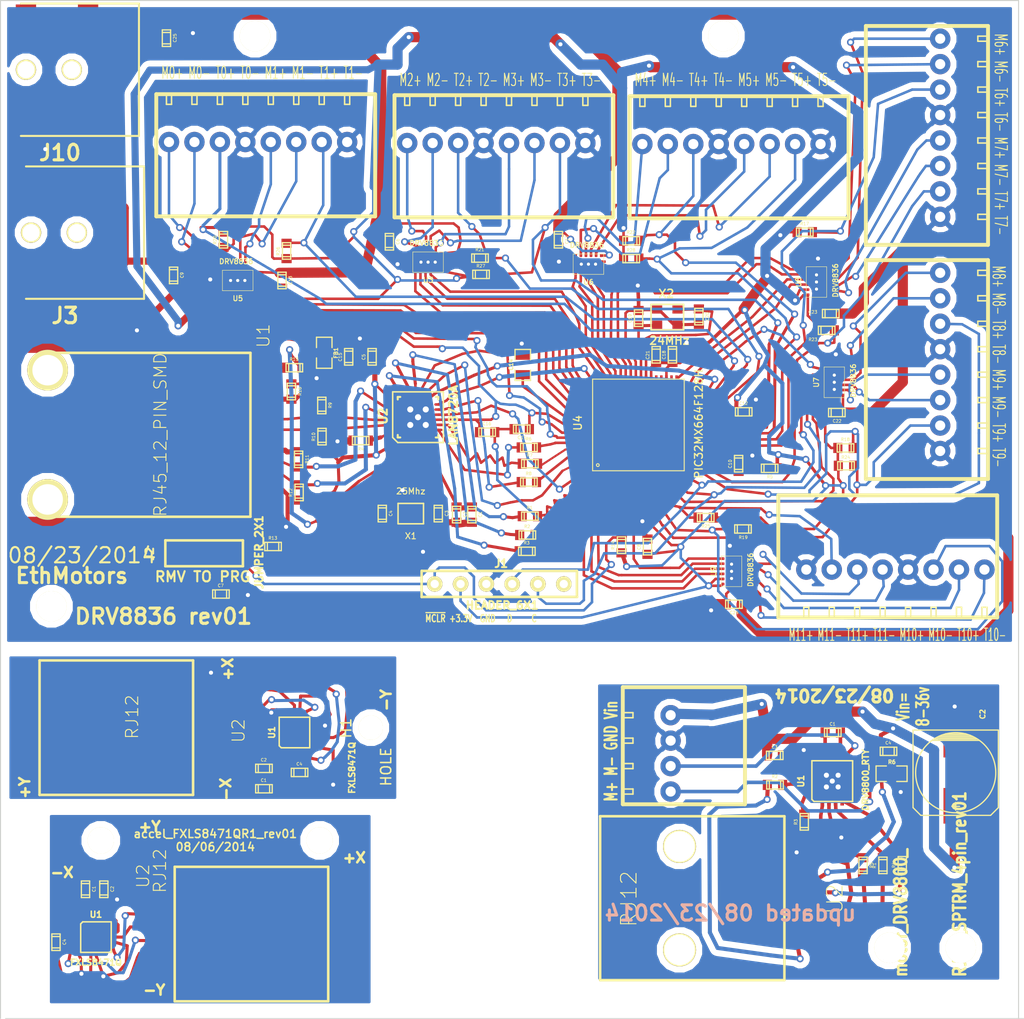
<source format=kicad_pcb>
(kicad_pcb (version 3) (host pcbnew "(2013-08-24 BZR 4298)-stable")
  (layers (15 F.Cu signal) (0 B.Cu signal) (18 B.Paste user) (19 F.Paste user) (20 B.SilkS user) (21 F.SilkS user) (22 B.Mask user) (23 F.Mask user) (28 Edge.Cuts user))
  (net 0 "")
  (net 1 +3.3v)
  (net 2 AVDD)
  (net 3 CS)
  (net 4 ECRSDV)
  (net 5 EMDC)
  (net 6 EMDIO)
  (net 7 EREFCLK)
  (net 8 ERXD0)
  (net 9 ERXD1)
  (net 10 ERXERR)
  (net 11 ETXD0)
  (net 12 ETXD1)
  (net 13 ETXEN)
  (net 14 GND)
  (net 15 GreenLED)
  (net 16 INT1)
  (net 17 INT2)
  (net 18 M0+)
  (net 19 M0-)
  (net 20 M1+)
  (net 21 M1-)
  (net 22 M10+)
  (net 23 M10-)
  (net 24 M11+)
  (net 25 M11-)
  (net 26 M2+)
  (net 27 M2-)
  (net 28 M3+)
  (net 29 M3-)
  (net 30 M4+)
  (net 31 M4-)
  (net 32 M5+)
  (net 33 M5-)
  (net 34 M6+)
  (net 35 M6-)
  (net 36 M7+)
  (net 37 M7-)
  (net 38 M8+)
  (net 39 M8-)
  (net 40 M9+)
  (net 41 M9-)
  (net 42 MODE)
  (net 43 Motor1OutA)
  (net 44 Motor1OutB)
  (net 45 N-0000011)
  (net 46 N-0000013)
  (net 47 N-0000014)
  (net 48 N-0000017)
  (net 49 N-000002)
  (net 50 N-0000020)
  (net 51 N-0000022)
  (net 52 N-0000025)
  (net 53 N-0000026)
  (net 54 N-0000027)
  (net 55 N-0000028)
  (net 56 N-0000029)
  (net 57 N-000003)
  (net 58 N-0000030)
  (net 59 N-0000036)
  (net 60 N-0000037)
  (net 61 N-0000039)
  (net 62 N-0000046)
  (net 63 N-0000047)
  (net 64 N-0000048)
  (net 65 N-000006)
  (net 66 N-0000076)
  (net 67 N-000008)
  (net 68 N-0000081)
  (net 69 N-0000082)
  (net 70 PGEC1_RB1)
  (net 71 PGED1_RB0)
  (net 72 PHASE)
  (net 73 PWM)
  (net 74 RB10)
  (net 75 RB11)
  (net 76 RB12)
  (net 77 RB13)
  (net 78 RB14)
  (net 79 RB2)
  (net 80 RB3)
  (net 81 RB4)
  (net 82 RB5)
  (net 83 RB6)
  (net 84 RB7)
  (net 85 RB8)
  (net 86 RB9)
  (net 87 RC13)
  (net 88 RC14)
  (net 89 RD0)
  (net 90 RD10)
  (net 91 RD11)
  (net 92 RD2)
  (net 93 RD3)
  (net 94 RD4)
  (net 95 RD5)
  (net 96 RD6)
  (net 97 RD7)
  (net 98 RD8)
  (net 99 RD9)
  (net 100 RF1)
  (net 101 RF3)
  (net 102 RF4)
  (net 103 RF5)
  (net 104 RG6)
  (net 105 RG7)
  (net 106 RG8)
  (net 107 RG9)
  (net 108 RXN)
  (net 109 RXP)
  (net 110 SCL)
  (net 111 SDA)
  (net 112 TXN)
  (net 113 TXP)
  (net 114 VCAP)
  (net 115 VDD)
  (net 116 VMotor)
  (net 117 Vdd)
  (net 118 Vin)
  (net 119 YellowLED)
  (net 120 nRST)
  (net 121 ~MCLR~)
  (module TED_RJ45_12pin_SMD (layer F.Cu) (at 97.85 91.16 270)
    (fp_text reference U1 (at -9.73 -13.97 270) (layer F.SilkS) (effects (font (size 1.2 1.2) (thickness 0.09906))))
    (fp_text value RJ45_12_PIN_SMD (at -0.01 -3.85 270) (layer F.SilkS) (effects (font (size 1.2 1.2) (thickness 0.09906))))
    (pad 12 smd rect (at -6.6 -12.7 270) (size 0.81 4.6) (layers F.Cu F.Paste F.Mask) (net 15 GreenLED) (clearance 0.2))
    (pad 11 smd rect (at -4.76 -12.7 270) (size 0.81 4.6) (layers F.Cu F.Paste F.Mask) (net 14 GND) (clearance 0.2))
    (pad 10 smd rect (at -3.56 -12.7 270) (size 0.61 4.6) (layers F.Cu F.Paste F.Mask) (net 14 GND) (clearance 0.2))
    (pad 9 smd rect (at -2.54 -12.7 270) (size 0.61 4.6) (layers F.Cu F.Paste F.Mask) (clearance 0.2))
    (pad 7 smd rect (at -0.5 -12.7 270) (size 0.61 4.6) (layers F.Cu F.Paste F.Mask) (net 109 RXP) (clearance 0.2))
    (pad 3 smd rect (at 3.56 -12.7 270) (size 0.61 4.6) (layers F.Cu F.Paste F.Mask) (net 113 TXP) (clearance 0.2))
    (pad 5 smd rect (at 1.52 -12.7 270) (size 0.61 4.6) (layers F.Cu F.Paste F.Mask) (net 2 AVDD) (clearance 0.2))
    (pad 1 smd rect (at 6.6 -12.7 270) (size 0.81 4.6) (layers F.Cu F.Paste F.Mask) (net 119 YellowLED) (clearance 0.2))
    (pad 2 smd rect (at 4.76 -12.7 270) (size 0.81 4.6) (layers F.Cu F.Paste F.Mask) (net 14 GND) (clearance 0.2))
    (pad 6 smd rect (at 0.51 -12.7 270) (size 0.61 4.6) (layers F.Cu F.Paste F.Mask) (net 2 AVDD) (clearance 0.2))
    (pad 4 smd rect (at 2.54 -12.7 270) (size 0.61 4.6) (layers F.Cu F.Paste F.Mask) (net 112 TXN) (clearance 0.2))
    (pad "" np_thru_hole circle (at 6.35 7.22 270) (size 4 4) (drill 3) (layers *.Cu *.Mask F.SilkS) (clearance 0.3))
    (pad "" np_thru_hole circle (at -6.35 7.22 270) (size 4 4) (drill 3) (layers *.Cu *.Mask F.SilkS) (clearance 0.3))
    (pad 8 smd rect (at -1.52 -12.7 270) (size 0.61 4.6) (layers F.Cu F.Paste F.Mask) (net 108 RXN) (clearance 0.2))
    (pad "" connect rect (at -9.3 7.22 270) (size 2.5 3.9) (layers F.Cu F.Paste F.Mask))
    (pad "" connect rect (at 9.3 7.22 270) (size 2.5 3.9) (layers F.Cu F.Paste F.Mask))
  )
  (module TED_DC_2.1mm_SMT (layer F.Cu) (at 92.5 71.3 180)
    (fp_text reference J3 (at 0.15748 -8.15848 180) (layer F.SilkS) (effects (font (thickness 0.3048))))
    (fp_text value "Logic DC_2.1MM" hide)
    (pad "" np_thru_hole circle (at -1.00076 0 180) (size 1.99898 1.99898) (drill 1.69926) (layers *.Cu *.Mask F.SilkS))
    (pad 1 smd rect (at 3.50012 5.4102 180) (size 1.99898 1.99898) (layers F.Cu F.Paste F.Mask) (net 1 +3.3v))
    (pad 1 smd rect (at -2.60096 5.4102 180) (size 1.99898 1.99898) (layers F.Cu F.Paste F.Mask) (net 1 +3.3v))
    (pad 2 smd rect (at 3.50012 -5.41528 180) (size 1.99898 1.99898) (layers F.Cu F.Paste F.Mask) (net 14 GND))
    (pad 3 smd rect (at -2.60096 -5.41528 180) (size 1.99898 1.99898) (layers F.Cu F.Paste F.Mask))
    (pad "" np_thru_hole circle (at 3.50012 0 180) (size 1.99898 1.99898) (drill 1.69926) (layers *.Cu *.Mask F.SilkS))
  )
  (module TED_DC_2.1mm_SMT (layer F.Cu) (at 92 55.3 180)
    (fp_text reference J10 (at 0.15748 -8.15848 180) (layer F.SilkS) (effects (font (thickness 0.3048))))
    (fp_text value "Logic DC_2.1MM" hide)
    (pad "" np_thru_hole circle (at -1.00076 0 180) (size 1.99898 1.99898) (drill 1.69926) (layers *.Cu *.Mask F.SilkS))
    (pad 1 smd rect (at 3.50012 5.4102 180) (size 1.99898 1.99898) (layers F.Cu F.Paste F.Mask) (net 116 VMotor))
    (pad 1 smd rect (at -2.60096 5.4102 180) (size 1.99898 1.99898) (layers F.Cu F.Paste F.Mask) (net 116 VMotor))
    (pad 2 smd rect (at 3.50012 -5.41528 180) (size 1.99898 1.99898) (layers F.Cu F.Paste F.Mask) (net 14 GND))
    (pad 3 smd rect (at -2.60096 -5.41528 180) (size 1.99898 1.99898) (layers F.Cu F.Paste F.Mask))
    (pad "" np_thru_hole circle (at 3.50012 0 180) (size 1.99898 1.99898) (drill 1.69926) (layers *.Cu *.Mask F.SilkS))
  )
  (module TED_QFN64+1 (layer F.Cu) (at 148.66 90.19 90)
    (fp_text reference U4 (at 0.2 -5.95 90) (layer F.SilkS) (effects (font (size 0.762 0.762) (thickness 0.127))))
    (fp_text value PIC32MX664F128H (at 0.1 5.925 90) (layer F.SilkS) (effects (font (size 0.762 0.762) (thickness 0.127))))
    (pad 15 smd rect (at -4.45 3.25 180) (size 0.25 0.85) (layers F.Cu F.Paste F.Mask) (net 70 PGEC1_RB1))
    (pad 16 smd rect (at -4.45 3.75 180) (size 0.25 0.85) (layers F.Cu F.Paste F.Mask) (net 71 PGED1_RB0))
    (pad 9 smd rect (at -4.45 0.25 180) (size 0.25 0.85) (layers F.Cu F.Paste F.Mask) (net 14 GND))
    (pad 10 smd rect (at -4.45 0.75 180) (size 0.25 0.85) (layers F.Cu F.Paste F.Mask) (net 1 +3.3v))
    (pad 12 smd rect (at -4.45 1.75 180) (size 0.25 0.85) (layers F.Cu F.Paste F.Mask) (net 81 RB4))
    (pad 11 smd rect (at -4.45 1.25 180) (size 0.25 0.85) (layers F.Cu F.Paste F.Mask) (net 82 RB5))
    (pad 14 smd rect (at -4.45 2.75 180) (size 0.25 0.85) (layers F.Cu F.Paste F.Mask) (net 79 RB2))
    (pad 13 smd rect (at -4.45 2.25 180) (size 0.25 0.85) (layers F.Cu F.Paste F.Mask) (net 80 RB3))
    (pad 5 smd rect (at -4.45 -1.75 180) (size 0.25 0.85) (layers F.Cu F.Paste F.Mask) (net 105 RG7))
    (pad 6 smd rect (at -4.45 -1.25 180) (size 0.25 0.85) (layers F.Cu F.Paste F.Mask) (net 106 RG8))
    (pad 8 smd rect (at -4.45 -0.25 180) (size 0.25 0.85) (layers F.Cu F.Paste F.Mask) (net 107 RG9))
    (pad 7 smd rect (at -4.45 -0.75 180) (size 0.25 0.85) (layers F.Cu F.Paste F.Mask) (net 121 ~MCLR~))
    (pad 3 smd rect (at -4.45 -2.75 180) (size 0.25 0.85) (layers F.Cu F.Paste F.Mask) (net 12 ETXD1))
    (pad 4 smd rect (at -4.45 -2.25 180) (size 0.25 0.85) (layers F.Cu F.Paste F.Mask) (net 104 RG6))
    (pad 2 smd rect (at -4.45 -3.25 180) (size 0.25 0.85) (layers F.Cu F.Paste F.Mask) (net 11 ETXD0))
    (pad 1 smd rect (at -4.45 -3.75 180) (size 0.25 0.85) (layers F.Cu F.Paste F.Mask) (net 13 ETXEN))
    (pad 64 smd rect (at -3.75 -4.45 270) (size 0.25 0.85) (layers F.Cu F.Paste F.Mask) (net 10 ERXERR))
    (pad 63 smd rect (at -3.25 -4.45 270) (size 0.25 0.85) (layers F.Cu F.Paste F.Mask) (net 7 EREFCLK))
    (pad 61 smd rect (at -2.25 -4.45 270) (size 0.25 0.85) (layers F.Cu F.Paste F.Mask) (net 8 ERXD0))
    (pad 62 smd rect (at -2.75 -4.45 270) (size 0.25 0.85) (layers F.Cu F.Paste F.Mask) (net 4 ECRSDV))
    (pad 58 smd rect (at -0.75 -4.45 270) (size 0.25 0.85) (layers F.Cu F.Paste F.Mask) (net 120 nRST))
    (pad 57 smd rect (at -0.25 -4.45 270) (size 0.25 0.85) (layers F.Cu F.Paste F.Mask) (net 1 +3.3v))
    (pad 59 smd rect (at -1.25 -4.45 270) (size 0.25 0.85) (layers F.Cu F.Paste F.Mask) (net 100 RF1))
    (pad 60 smd rect (at -1.75 -4.45 270) (size 0.25 0.85) (layers F.Cu F.Paste F.Mask) (net 9 ERXD1))
    (pad 52 smd rect (at 2.25 -4.45 270) (size 0.25 0.85) (layers F.Cu F.Paste F.Mask) (net 94 RD4))
    (pad 51 smd rect (at 2.75 -4.45 270) (size 0.25 0.85) (layers F.Cu F.Paste F.Mask) (net 93 RD3))
    (pad 54 smd rect (at 1.25 -4.45 270) (size 0.25 0.85) (layers F.Cu F.Paste F.Mask) (net 96 RD6))
    (pad 53 smd rect (at 1.75 -4.45 270) (size 0.25 0.85) (layers F.Cu F.Paste F.Mask) (net 95 RD5))
    (pad 55 smd rect (at 0.75 -4.45 270) (size 0.25 0.85) (layers F.Cu F.Paste F.Mask) (net 97 RD7))
    (pad 56 smd rect (at 0.25 -4.45 270) (size 0.25 0.85) (layers F.Cu F.Paste F.Mask) (net 114 VCAP))
    (pad 49 smd rect (at 3.75 -4.45 270) (size 0.25 0.85) (layers F.Cu F.Paste F.Mask) (net 6 EMDIO))
    (pad 50 smd rect (at 3.25 -4.45 270) (size 0.25 0.85) (layers F.Cu F.Paste F.Mask) (net 92 RD2))
    (pad 48 smd rect (at 4.45 -3.75 180) (size 0.25 0.85) (layers F.Cu F.Paste F.Mask) (net 88 RC14))
    (pad 47 smd rect (at 4.45 -3.25 180) (size 0.25 0.85) (layers F.Cu F.Paste F.Mask) (net 87 RC13))
    (pad 45 smd rect (at 4.45 -2.25 180) (size 0.25 0.85) (layers F.Cu F.Paste F.Mask) (net 91 RD11))
    (pad 46 smd rect (at 4.45 -2.75 180) (size 0.25 0.85) (layers F.Cu F.Paste F.Mask) (net 89 RD0))
    (pad 42 smd rect (at 4.45 -0.75 180) (size 0.25 0.85) (layers F.Cu F.Paste F.Mask) (net 98 RD8))
    (pad 41 smd rect (at 4.45 -0.25 180) (size 0.25 0.85) (layers F.Cu F.Paste F.Mask) (net 14 GND))
    (pad 43 smd rect (at 4.45 -1.25 180) (size 0.25 0.85) (layers F.Cu F.Paste F.Mask) (net 99 RD9))
    (pad 44 smd rect (at 4.45 -1.75 180) (size 0.25 0.85) (layers F.Cu F.Paste F.Mask) (net 90 RD10))
    (pad 36 smd rect (at 4.45 2.25 180) (size 0.25 0.85) (layers F.Cu F.Paste F.Mask))
    (pad 35 smd rect (at 4.45 2.75 180) (size 0.25 0.85) (layers F.Cu F.Paste F.Mask) (net 1 +3.3v))
    (pad 38 smd rect (at 4.45 1.25 180) (size 0.25 0.85) (layers F.Cu F.Paste F.Mask) (net 1 +3.3v))
    (pad 37 smd rect (at 4.45 1.75 180) (size 0.25 0.85) (layers F.Cu F.Paste F.Mask))
    (pad 39 smd rect (at 4.45 0.75 180) (size 0.25 0.85) (layers F.Cu F.Paste F.Mask) (net 69 N-0000082))
    (pad 40 smd rect (at 4.45 0.25 180) (size 0.25 0.85) (layers F.Cu F.Paste F.Mask) (net 68 N-0000081))
    (pad 33 smd rect (at 4.45 3.75 180) (size 0.25 0.85) (layers F.Cu F.Paste F.Mask) (net 101 RF3))
    (pad 34 smd rect (at 4.45 3.25 180) (size 0.25 0.85) (layers F.Cu F.Paste F.Mask))
    (pad 31 smd rect (at 3.25 4.45 270) (size 0.25 0.85) (layers F.Cu F.Paste F.Mask) (net 102 RF4))
    (pad 32 smd rect (at 3.75 4.45 270) (size 0.25 0.85) (layers F.Cu F.Paste F.Mask) (net 103 RF5))
    (pad 25 smd rect (at 0.25 4.45 270) (size 0.25 0.85) (layers F.Cu F.Paste F.Mask) (net 14 GND))
    (pad 26 smd rect (at 0.75 4.45 270) (size 0.25 0.85) (layers F.Cu F.Paste F.Mask) (net 1 +3.3v))
    (pad 28 smd rect (at 1.75 4.45 270) (size 0.25 0.85) (layers F.Cu F.Paste F.Mask) (net 77 RB13))
    (pad 27 smd rect (at 1.27 4.45 270) (size 0.25 0.85) (layers F.Cu F.Paste F.Mask) (net 76 RB12))
    (pad 30 smd rect (at 2.75 4.45 270) (size 0.25 0.85) (layers F.Cu F.Paste F.Mask) (net 5 EMDC))
    (pad 29 smd rect (at 2.25 4.45 270) (size 0.25 0.85) (layers F.Cu F.Paste F.Mask) (net 78 RB14))
    (pad 21 smd rect (at -1.75 4.45 270) (size 0.25 0.85) (layers F.Cu F.Paste F.Mask) (net 85 RB8))
    (pad 22 smd rect (at -1.25 4.45 270) (size 0.25 0.85) (layers F.Cu F.Paste F.Mask) (net 86 RB9))
    (pad 24 smd rect (at -0.25 4.45 270) (size 0.25 0.85) (layers F.Cu F.Paste F.Mask) (net 75 RB11))
    (pad 23 smd rect (at -0.75 4.45 270) (size 0.25 0.85) (layers F.Cu F.Paste F.Mask) (net 74 RB10))
    (pad 19 smd rect (at -2.75 4.45 270) (size 0.25 0.85) (layers F.Cu F.Paste F.Mask) (net 66 N-0000076))
    (pad 20 smd rect (at -2.25 4.45 270) (size 0.25 0.85) (layers F.Cu F.Paste F.Mask) (net 14 GND))
    (pad 18 smd rect (at -3.25 4.45 270) (size 0.25 0.85) (layers F.Cu F.Paste F.Mask) (net 84 RB7))
    (pad 17 smd rect (at -3.75 4.45 270) (size 0.25 0.85) (layers F.Cu F.Paste F.Mask) (net 83 RB6))
    (pad 65 smd rect (at 0 0 270) (size 7.15 7.15) (layers F.Cu F.Paste F.Mask) (net 14 GND))
  )
  (module TED_SM0603 (layer F.Cu) (at 133.8 90.9)
    (fp_text reference C16 (at -0.02 -0.83) (layer F.SilkS) (effects (font (size 0.3 0.3) (thickness 0.05))))
    (fp_text value .1uF hide)
    (pad 2 smd rect (at 0.75184 0) (size 0.89916 1.00076) (layers F.Cu F.Paste F.Mask) (net 14 GND) (clearance 0.1))
    (pad 1 smd rect (at -0.75184 0) (size 0.89916 1.00076) (layers F.Cu F.Paste F.Mask) (net 1 +3.3v) (clearance 0.1))
  )
  (module TED_SM0603 (layer F.Cu) (at 120.2 83.5 90)
    (fp_text reference C15 (at -0.02 -0.83 90) (layer F.SilkS) (effects (font (size 0.3 0.3) (thickness 0.05))))
    (fp_text value 1uF hide)
    (pad 2 smd rect (at 0.75184 0 90) (size 0.89916 1.00076) (layers F.Cu F.Paste F.Mask) (net 14 GND) (clearance 0.1))
    (pad 1 smd rect (at -0.75184 0 90) (size 0.89916 1.00076) (layers F.Cu F.Paste F.Mask) (net 2 AVDD) (clearance 0.1))
  )
  (module TED_SM0603 (layer F.Cu) (at 130.8 99 270)
    (fp_text reference C2 (at -0.02 -0.83 270) (layer F.SilkS) (effects (font (size 0.3 0.3) (thickness 0.05))))
    (fp_text value 1uF hide)
    (pad 2 smd rect (at 0.75184 0 270) (size 0.89916 1.00076) (layers F.Cu F.Paste F.Mask) (net 14 GND) (clearance 0.1))
    (pad 1 smd rect (at -0.75184 0 270) (size 0.89916 1.00076) (layers F.Cu F.Paste F.Mask) (net 61 N-0000039) (clearance 0.1))
  )
  (module TED_QFN24 (layer F.Cu) (at 127.01 89.43 90)
    (fp_text reference U2 (at 0.1 -3.425 90) (layer F.SilkS) (effects (font (size 0.8 0.8) (thickness 0.2))))
    (fp_text value LAN8720A (at 0.175 3.475 90) (layer F.SilkS) (effects (font (size 0.8 0.8) (thickness 0.2))))
    (pad 25 smd rect (at 0 0) (size 2.49936 2.49936) (layers F.Cu F.Paste F.Mask) (net 14 GND))
    (pad 1 smd oval (at -1.99898 -1.24968 90) (size 0.8001 0.24892) (layers F.Cu F.Paste F.Mask) (net 2 AVDD))
    (pad 2 smd oval (at -1.99898 -0.7493 90) (size 0.8001 0.24892) (layers F.Cu F.Paste F.Mask) (net 56 N-0000029))
    (pad 3 smd oval (at -1.99898 -0.24892 90) (size 0.8001 0.24892) (layers F.Cu F.Paste F.Mask) (net 55 N-0000028))
    (pad 4 smd oval (at -1.99898 0.24892 90) (size 0.8001 0.24892) (layers F.Cu F.Paste F.Mask) (net 63 N-0000047))
    (pad 5 smd oval (at -1.99898 0.7493 90) (size 0.8001 0.24892) (layers F.Cu F.Paste F.Mask) (net 64 N-0000048))
    (pad 6 smd oval (at -1.99898 1.24968 90) (size 0.8001 0.24892) (layers F.Cu F.Paste F.Mask) (net 61 N-0000039))
    (pad 7 smd oval (at -1.24968 1.99898 180) (size 0.8001 0.24892) (layers F.Cu F.Paste F.Mask) (net 60 N-0000037))
    (pad 8 smd oval (at -0.7493 1.99898 180) (size 0.8001 0.24892) (layers F.Cu F.Paste F.Mask) (net 59 N-0000036))
    (pad 9 smd oval (at -0.24892 1.99898 180) (size 0.8001 0.24892) (layers F.Cu F.Paste F.Mask) (net 1 +3.3v))
    (pad 10 smd oval (at 0.24892 1.99898 180) (size 0.8001 0.24892) (layers F.Cu F.Paste F.Mask) (net 10 ERXERR))
    (pad 11 smd oval (at 0.7493 1.99898 180) (size 0.8001 0.24892) (layers F.Cu F.Paste F.Mask) (net 51 N-0000022))
    (pad 12 smd oval (at 1.24968 1.99898 180) (size 0.8001 0.24892) (layers F.Cu F.Paste F.Mask) (net 6 EMDIO))
    (pad 13 smd oval (at 1.99898 1.24968 270) (size 0.8001 0.24892) (layers F.Cu F.Paste F.Mask) (net 5 EMDC))
    (pad 14 smd oval (at 1.99898 0.7493 270) (size 0.8001 0.24892) (layers F.Cu F.Paste F.Mask) (net 7 EREFCLK))
    (pad 15 smd oval (at 1.99898 0.24892 270) (size 0.8001 0.24892) (layers F.Cu F.Paste F.Mask) (net 120 nRST))
    (pad 16 smd oval (at 1.99898 -0.24892 270) (size 0.8001 0.24892) (layers F.Cu F.Paste F.Mask) (net 54 N-0000027))
    (pad 17 smd oval (at 1.99898 -0.7493 270) (size 0.8001 0.24892) (layers F.Cu F.Paste F.Mask) (net 53 N-0000026))
    (pad 18 smd oval (at 1.99898 -1.24968 270) (size 0.8001 0.24892) (layers F.Cu F.Paste F.Mask) (net 52 N-0000025))
    (pad 19 smd oval (at 1.24968 -1.99898) (size 0.8001 0.24892) (layers F.Cu F.Paste F.Mask) (net 2 AVDD))
    (pad 20 smd oval (at 0.7493 -1.99898) (size 0.8001 0.24892) (layers F.Cu F.Paste F.Mask) (net 112 TXN))
    (pad 21 smd oval (at 0.24892 -1.99898) (size 0.8001 0.24892) (layers F.Cu F.Paste F.Mask) (net 113 TXP))
    (pad 22 smd oval (at -0.24892 -1.99898) (size 0.8001 0.24892) (layers F.Cu F.Paste F.Mask) (net 108 RXN))
    (pad 23 smd oval (at -0.7493 -1.99898) (size 0.8001 0.24892) (layers F.Cu F.Paste F.Mask) (net 109 RXP))
    (pad 24 smd oval (at -1.24968 -1.99898) (size 0.8001 0.24892) (layers F.Cu F.Paste F.Mask) (net 58 N-0000030))
    (pad 25 thru_hole circle (at 0 0) (size 0.6 0.6) (drill 0.6) (layers *.Cu) (net 14 GND))
    (pad 25 thru_hole circle (at 0.762 -0.762) (size 0.6 0.6) (drill 0.6) (layers *.Cu) (net 14 GND))
    (pad 25 thru_hole circle (at -0.762 -0.762) (size 0.6 0.6) (drill 0.6) (layers *.Cu) (net 14 GND))
    (pad 25 thru_hole circle (at 0.762 0.762) (size 0.6 0.6) (drill 0.6) (layers *.Cu) (net 14 GND))
    (pad 25 thru_hole circle (at -0.762 0.762) (size 0.6 0.6) (drill 0.6) (layers *.Cu) (net 14 GND))
    (pad 25 smd rect (at 0 0) (size 2.49936 2.49936) (layers B.Cu B.Paste B.Mask) (net 14 GND))
  )
  (module TED_SM0603 (layer F.Cu) (at 121.38 91.73 180)
    (fp_text reference R4 (at -0.02 -0.83 180) (layer F.SilkS) (effects (font (size 0.3 0.3) (thickness 0.05))))
    (fp_text value "12.1k 1%" hide)
    (pad 2 smd rect (at 0.75184 0 180) (size 0.89916 1.00076) (layers F.Cu F.Paste F.Mask) (net 14 GND) (clearance 0.1))
    (pad 1 smd rect (at -0.75184 0 180) (size 0.89916 1.00076) (layers F.Cu F.Paste F.Mask) (net 58 N-0000030) (clearance 0.1))
  )
  (module TED_SM0603 (layer F.Cu) (at 132.3 99 270)
    (fp_text reference C1 (at -0.02 -0.83 270) (layer F.SilkS) (effects (font (size 0.3 0.3) (thickness 0.05))))
    (fp_text value .1uF hide)
    (pad 2 smd rect (at 0.75184 0 270) (size 0.89916 1.00076) (layers F.Cu F.Paste F.Mask) (net 14 GND) (clearance 0.1))
    (pad 1 smd rect (at -0.75184 0 270) (size 0.89916 1.00076) (layers F.Cu F.Paste F.Mask) (net 61 N-0000039) (clearance 0.1))
  )
  (module TED_SM0603 (layer F.Cu) (at 129 98.9 270)
    (fp_text reference C3 (at -0.02 -0.83 270) (layer F.SilkS) (effects (font (size 0.3 0.3) (thickness 0.05))))
    (fp_text value 10pF hide)
    (pad 2 smd rect (at 0.75184 0 270) (size 0.89916 1.00076) (layers F.Cu F.Paste F.Mask) (net 14 GND) (clearance 0.1))
    (pad 1 smd rect (at -0.75184 0 270) (size 0.89916 1.00076) (layers F.Cu F.Paste F.Mask) (net 64 N-0000048) (clearance 0.1))
  )
  (module TED_SM0603 (layer F.Cu) (at 123.5 98.9 270)
    (fp_text reference C4 (at -0.02 -0.83 270) (layer F.SilkS) (effects (font (size 0.3 0.3) (thickness 0.05))))
    (fp_text value 10pF hide)
    (pad 2 smd rect (at 0.75184 0 270) (size 0.89916 1.00076) (layers F.Cu F.Paste F.Mask) (net 63 N-0000047) (clearance 0.1))
    (pad 1 smd rect (at -0.75184 0 270) (size 0.89916 1.00076) (layers F.Cu F.Paste F.Mask) (net 14 GND) (clearance 0.1))
  )
  (module TED_SM0603 (layer F.Cu) (at 122.5 83.5 90)
    (fp_text reference C5 (at -0.02 -0.83 90) (layer F.SilkS) (effects (font (size 0.3 0.3) (thickness 0.05))))
    (fp_text value .1uF hide)
    (pad 2 smd rect (at 0.75184 0 90) (size 0.89916 1.00076) (layers F.Cu F.Paste F.Mask) (net 14 GND) (clearance 0.1))
    (pad 1 smd rect (at -0.75184 0 90) (size 0.89916 1.00076) (layers F.Cu F.Paste F.Mask) (net 2 AVDD) (clearance 0.1))
  )
  (module TED_SM0603 (layer F.Cu) (at 158.5 94 90)
    (fp_text reference C10 (at -0.02 -0.83 90) (layer F.SilkS) (effects (font (size 0.3 0.3) (thickness 0.05))))
    (fp_text value .1uF hide)
    (pad 2 smd rect (at 0.75184 0 90) (size 0.89916 1.00076) (layers F.Cu F.Paste F.Mask) (net 14 GND) (clearance 0.1))
    (pad 1 smd rect (at -0.75184 0 90) (size 0.89916 1.00076) (layers F.Cu F.Paste F.Mask) (net 66 N-0000076) (clearance 0.1))
  )
  (module TED_SM0603 (layer F.Cu) (at 137.2 90.6 180)
    (fp_text reference C11 (at -0.02 -0.83 180) (layer F.SilkS) (effects (font (size 0.3 0.3) (thickness 0.05))))
    (fp_text value .1uF hide)
    (pad 2 smd rect (at 0.75184 0 180) (size 0.89916 1.00076) (layers F.Cu F.Paste F.Mask) (net 14 GND) (clearance 0.1))
    (pad 1 smd rect (at -0.75184 0 180) (size 0.89916 1.00076) (layers F.Cu F.Paste F.Mask) (net 1 +3.3v) (clearance 0.1))
  )
  (module TED_SM0603 (layer F.Cu) (at 159 88.9)
    (fp_text reference C12 (at -0.02 -0.83) (layer F.SilkS) (effects (font (size 0.3 0.3) (thickness 0.05))))
    (fp_text value .1uF hide)
    (pad 2 smd rect (at 0.75184 0) (size 0.89916 1.00076) (layers F.Cu F.Paste F.Mask) (net 14 GND) (clearance 0.1))
    (pad 1 smd rect (at -0.75184 0) (size 0.89916 1.00076) (layers F.Cu F.Paste F.Mask) (net 1 +3.3v) (clearance 0.1))
  )
  (module TED_SM0603 (layer F.Cu) (at 152 83.3 90)
    (fp_text reference C18 (at -0.02 -0.83 90) (layer F.SilkS) (effects (font (size 0.3 0.3) (thickness 0.05))))
    (fp_text value .1uF hide)
    (pad 2 smd rect (at 0.75184 0 90) (size 0.89916 1.00076) (layers F.Cu F.Paste F.Mask) (net 14 GND) (clearance 0.1))
    (pad 1 smd rect (at -0.75184 0 90) (size 0.89916 1.00076) (layers F.Cu F.Paste F.Mask) (net 1 +3.3v) (clearance 0.1))
  )
  (module TED_SM0603 (layer F.Cu) (at 148.675 79.7 90)
    (fp_text reference C19 (at -0.02 -0.83 90) (layer F.SilkS) (effects (font (size 0.3 0.3) (thickness 0.05))))
    (fp_text value 9pF hide)
    (pad 2 smd rect (at 0.75184 0 90) (size 0.89916 1.00076) (layers F.Cu F.Paste F.Mask) (net 14 GND) (clearance 0.1))
    (pad 1 smd rect (at -0.75184 0 90) (size 0.89916 1.00076) (layers F.Cu F.Paste F.Mask) (net 68 N-0000081) (clearance 0.1))
  )
  (module TED_SM0603 (layer F.Cu) (at 154.6 79.55 270)
    (fp_text reference C20 (at -0.02 -0.83 270) (layer F.SilkS) (effects (font (size 0.3 0.3) (thickness 0.05))))
    (fp_text value 9pF hide)
    (pad 2 smd rect (at 0.75184 0 270) (size 0.89916 1.00076) (layers F.Cu F.Paste F.Mask) (net 14 GND) (clearance 0.1))
    (pad 1 smd rect (at -0.75184 0 270) (size 0.89916 1.00076) (layers F.Cu F.Paste F.Mask) (net 69 N-0000082) (clearance 0.1))
  )
  (module TED_SM0603 (layer F.Cu) (at 150.4 83.3 90)
    (fp_text reference C21 (at -0.02 -0.83 90) (layer F.SilkS) (effects (font (size 0.3 0.3) (thickness 0.05))))
    (fp_text value .1uF hide)
    (pad 2 smd rect (at 0.75184 0 90) (size 0.89916 1.00076) (layers F.Cu F.Paste F.Mask) (net 14 GND) (clearance 0.1))
    (pad 1 smd rect (at -0.75184 0 90) (size 0.89916 1.00076) (layers F.Cu F.Paste F.Mask) (net 1 +3.3v) (clearance 0.1))
  )
  (module TED_SM0603 (layer F.Cu) (at 138 99.15)
    (fp_text reference R1 (at -0.02 -0.83) (layer F.SilkS) (effects (font (size 0.3 0.3) (thickness 0.05))))
    (fp_text value 33 hide)
    (pad 2 smd rect (at 0.75184 0) (size 0.89916 1.00076) (layers F.Cu F.Paste F.Mask) (net 13 ETXEN) (clearance 0.1))
    (pad 1 smd rect (at -0.75184 0) (size 0.89916 1.00076) (layers F.Cu F.Paste F.Mask) (net 54 N-0000027) (clearance 0.1))
  )
  (module TED_SM0603 (layer F.Cu) (at 137.75 101)
    (fp_text reference R2 (at -0.02 -0.83) (layer F.SilkS) (effects (font (size 0.3 0.3) (thickness 0.05))))
    (fp_text value 33 hide)
    (pad 2 smd rect (at 0.75184 0) (size 0.89916 1.00076) (layers F.Cu F.Paste F.Mask) (net 11 ETXD0) (clearance 0.1))
    (pad 1 smd rect (at -0.75184 0) (size 0.89916 1.00076) (layers F.Cu F.Paste F.Mask) (net 53 N-0000026) (clearance 0.1))
  )
  (module TED_SM0603 (layer F.Cu) (at 137.7 102.6)
    (fp_text reference R3 (at -0.02 -0.83) (layer F.SilkS) (effects (font (size 0.3 0.3) (thickness 0.05))))
    (fp_text value 33 hide)
    (pad 2 smd rect (at 0.75184 0) (size 0.89916 1.00076) (layers F.Cu F.Paste F.Mask) (net 12 ETXD1) (clearance 0.1))
    (pad 1 smd rect (at -0.75184 0) (size 0.89916 1.00076) (layers F.Cu F.Paste F.Mask) (net 52 N-0000025) (clearance 0.1))
  )
  (module TED_SM0603 (layer F.Cu) (at 137.9 92.4)
    (fp_text reference R6 (at -0.02 -0.83) (layer F.SilkS) (effects (font (size 0.3 0.3) (thickness 0.05))))
    (fp_text value 33 hide)
    (pad 2 smd rect (at 0.75184 0) (size 0.89916 1.00076) (layers F.Cu F.Paste F.Mask) (net 9 ERXD1) (clearance 0.1))
    (pad 1 smd rect (at -0.75184 0) (size 0.89916 1.00076) (layers F.Cu F.Paste F.Mask) (net 60 N-0000037) (clearance 0.1))
  )
  (module TED_SM0603 (layer F.Cu) (at 138 94)
    (fp_text reference R7 (at -0.02 -0.83) (layer F.SilkS) (effects (font (size 0.3 0.3) (thickness 0.05))))
    (fp_text value 33 hide)
    (pad 2 smd rect (at 0.75184 0) (size 0.89916 1.00076) (layers F.Cu F.Paste F.Mask) (net 8 ERXD0) (clearance 0.1))
    (pad 1 smd rect (at -0.75184 0) (size 0.89916 1.00076) (layers F.Cu F.Paste F.Mask) (net 59 N-0000036) (clearance 0.1))
  )
  (module TED_SM0603 (layer F.Cu) (at 137.9 95.8)
    (fp_text reference R8 (at -0.02 -0.83) (layer F.SilkS) (effects (font (size 0.3 0.3) (thickness 0.05))))
    (fp_text value 33 hide)
    (pad 2 smd rect (at 0.75184 0) (size 0.89916 1.00076) (layers F.Cu F.Paste F.Mask) (net 4 ECRSDV) (clearance 0.1))
    (pad 1 smd rect (at -0.75184 0) (size 0.89916 1.00076) (layers F.Cu F.Paste F.Mask) (net 51 N-0000022) (clearance 0.1))
  )
  (module TED_SM0603 (layer F.Cu) (at 117.56 88.28 270)
    (fp_text reference R9 (at -0.02 -0.83 270) (layer F.SilkS) (effects (font (size 0.3 0.3) (thickness 0.05))))
    (fp_text value 49.9 hide)
    (pad 2 smd rect (at 0.75184 0 270) (size 0.89916 1.00076) (layers F.Cu F.Paste F.Mask) (net 108 RXN) (clearance 0.1))
    (pad 1 smd rect (at -0.75184 0 270) (size 0.89916 1.00076) (layers F.Cu F.Paste F.Mask) (net 2 AVDD) (clearance 0.1))
  )
  (module TED_SM0603 (layer F.Cu) (at 117.58 91.34 90)
    (fp_text reference R10 (at -0.02 -0.83 90) (layer F.SilkS) (effects (font (size 0.3 0.3) (thickness 0.05))))
    (fp_text value 49.9 hide)
    (pad 2 smd rect (at 0.75184 0 90) (size 0.89916 1.00076) (layers F.Cu F.Paste F.Mask) (net 109 RXP) (clearance 0.1))
    (pad 1 smd rect (at -0.75184 0 90) (size 0.89916 1.00076) (layers F.Cu F.Paste F.Mask) (net 2 AVDD) (clearance 0.1))
  )
  (module TED_SM0603 (layer F.Cu) (at 115.28 93.57 270)
    (fp_text reference R11 (at -0.02 -0.83 270) (layer F.SilkS) (effects (font (size 0.3 0.3) (thickness 0.05))))
    (fp_text value 49.9 hide)
    (pad 2 smd rect (at 0.75184 0 270) (size 0.89916 1.00076) (layers F.Cu F.Paste F.Mask) (net 112 TXN) (clearance 0.1))
    (pad 1 smd rect (at -0.75184 0 270) (size 0.89916 1.00076) (layers F.Cu F.Paste F.Mask) (net 2 AVDD) (clearance 0.1))
  )
  (module TED_SM0603 (layer F.Cu) (at 115.33 96.82 90)
    (fp_text reference R12 (at -0.02 -0.83 90) (layer F.SilkS) (effects (font (size 0.3 0.3) (thickness 0.05))))
    (fp_text value 49.9 hide)
    (pad 2 smd rect (at 0.75184 0 90) (size 0.89916 1.00076) (layers F.Cu F.Paste F.Mask) (net 113 TXP) (clearance 0.1))
    (pad 1 smd rect (at -0.75184 0 90) (size 0.89916 1.00076) (layers F.Cu F.Paste F.Mask) (net 2 AVDD) (clearance 0.1))
  )
  (module TED_SM0603 (layer F.Cu) (at 112.77 102.13)
    (fp_text reference R13 (at -0.02 -0.83) (layer F.SilkS) (effects (font (size 0.3 0.3) (thickness 0.05))))
    (fp_text value 249 hide)
    (pad 2 smd rect (at 0.75184 0) (size 0.89916 1.00076) (layers F.Cu F.Paste F.Mask) (net 55 N-0000028) (clearance 0.1))
    (pad 1 smd rect (at -0.75184 0) (size 0.89916 1.00076) (layers F.Cu F.Paste F.Mask) (net 119 YellowLED) (clearance 0.1))
  )
  (module TED_SM0603 (layer F.Cu) (at 147 102 90)
    (fp_text reference R14 (at -0.02 -0.83 90) (layer F.SilkS) (effects (font (size 0.3 0.3) (thickness 0.05))))
    (fp_text value 4.7k hide)
    (pad 2 smd rect (at 0.75184 0 90) (size 0.89916 1.00076) (layers F.Cu F.Paste F.Mask) (net 121 ~MCLR~) (clearance 0.1))
    (pad 1 smd rect (at -0.75184 0 90) (size 0.89916 1.00076) (layers F.Cu F.Paste F.Mask) (net 1 +3.3v) (clearance 0.1))
  )
  (module TED_SM0603 (layer F.Cu) (at 114.86 84.57)
    (fp_text reference R15 (at -0.02 -0.83) (layer F.SilkS) (effects (font (size 0.3 0.3) (thickness 0.05))))
    (fp_text value 249 hide)
    (pad 2 smd rect (at 0.75184 0) (size 0.89916 1.00076) (layers F.Cu F.Paste F.Mask) (net 56 N-0000029) (clearance 0.1))
    (pad 1 smd rect (at -0.75184 0) (size 0.89916 1.00076) (layers F.Cu F.Paste F.Mask) (net 15 GreenLED) (clearance 0.1))
  )
  (module TED_SM0603 (layer F.Cu) (at 114.57 86.91 270)
    (fp_text reference R16 (at -0.02 -0.83 270) (layer F.SilkS) (effects (font (size 0.3 0.3) (thickness 0.05))))
    (fp_text value "10k 1%" hide)
    (pad 2 smd rect (at 0.75184 0 270) (size 0.89916 1.00076) (layers F.Cu F.Paste F.Mask) (net 14 GND) (clearance 0.1))
    (pad 1 smd rect (at -0.75184 0 270) (size 0.89916 1.00076) (layers F.Cu F.Paste F.Mask) (net 56 N-0000029) (clearance 0.1))
  )
  (module TED_SM0603 (layer F.Cu) (at 149.55 102.15 90)
    (fp_text reference C8 (at -0.02 -0.83 90) (layer F.SilkS) (effects (font (size 0.3 0.3) (thickness 0.05))))
    (fp_text value .1uF hide)
    (pad 2 smd rect (at 0.75184 0 90) (size 0.89916 1.00076) (layers F.Cu F.Paste F.Mask) (net 14 GND) (clearance 0.1))
    (pad 1 smd rect (at -0.75184 0 90) (size 0.89916 1.00076) (layers F.Cu F.Paste F.Mask) (net 1 +3.3v) (clearance 0.1))
  )
  (module TED_SM0603 (layer F.Cu) (at 103 75.5 270)
    (fp_text reference C9 (at -0.02 -0.83 270) (layer F.SilkS) (effects (font (size 0.3 0.3) (thickness 0.05))))
    (fp_text value 4.7uF hide)
    (pad 2 smd rect (at 0.75184 0 270) (size 0.89916 1.00076) (layers F.Cu F.Paste F.Mask) (net 14 GND) (clearance 0.1))
    (pad 1 smd rect (at -0.75184 0 270) (size 0.89916 1.00076) (layers F.Cu F.Paste F.Mask) (net 1 +3.3v) (clearance 0.1))
  )
  (module TED_crystal_TSX3225 (layer F.Cu) (at 151.5 79.6)
    (fp_text reference X2 (at -0.1 -2.3) (layer F.SilkS) (effects (font (size 0.8 0.8))))
    (fp_text value 24MHz (at 0.2 2.3) (layer F.SilkS) (effects (font (size 0.8 0.8))))
    (pad 1 smd rect (at -1 0.75) (size 1 0.8) (layers F.Cu F.Paste F.Mask) (net 68 N-0000081))
    (pad 2 smd rect (at 1 0.75) (size 1 0.8) (layers F.Cu F.Paste F.Mask) (net 14 GND))
    (pad 4 smd rect (at -1 -0.75) (size 1 0.8) (layers F.Cu F.Paste F.Mask) (net 14 GND))
    (pad 3 smd rect (at 1 -0.75) (size 1 0.8) (layers F.Cu F.Paste F.Mask) (net 69 N-0000082))
  )
  (module TED_SM0603 (layer F.Cu) (at 107.65 106.8)
    (fp_text reference C7 (at -0.02 -0.83) (layer F.SilkS) (effects (font (size 0.3 0.3) (thickness 0.05))))
    (fp_text value .1uF hide)
    (pad 2 smd rect (at 0.75184 0) (size 0.89916 1.00076) (layers F.Cu F.Paste F.Mask) (net 14 GND) (clearance 0.1))
    (pad 1 smd rect (at -0.75184 0) (size 0.89916 1.00076) (layers F.Cu F.Paste F.Mask) (net 62 N-0000046) (clearance 0.1))
  )
  (module TED_SM0805 (layer F.Cu) (at 137.3 84.3 90)
    (fp_text reference C14 (at 0.0254 -1.14808 90) (layer F.SilkS) (effects (font (size 0.381 0.381) (thickness 0.09398))))
    (fp_text value "10uF (low ESR 1ohm)" hide)
    (pad 1 smd rect (at -0.9525 0 90) (size 0.889 1.397) (layers F.Cu F.Paste F.Mask) (net 114 VCAP))
    (pad 2 smd rect (at 0.9525 0 90) (size 0.889 1.397) (layers F.Cu F.Paste F.Mask) (net 14 GND))
  )
  (module TED_SM0603 (layer F.Cu) (at 161.55 94.45 180)
    (fp_text reference R5 (at -0.02 -0.83 180) (layer F.SilkS) (effects (font (size 0.3 0.3) (thickness 0.05))))
    (fp_text value 10 hide)
    (pad 2 smd rect (at 0.75184 0 180) (size 0.89916 1.00076) (layers F.Cu F.Paste F.Mask) (net 66 N-0000076) (clearance 0.1))
    (pad 1 smd rect (at -0.75184 0 180) (size 0.89916 1.00076) (layers F.Cu F.Paste F.Mask) (net 1 +3.3v) (clearance 0.1))
  )
  (module TED_Hole_3mm (layer F.Cu) (at 157 52)
    (fp_text reference H4 hide)
    (fp_text value HOLE hide)
    (pad "" np_thru_hole circle (at 0 0) (size 3 3) (drill 3) (layers *.Cu *.Mask F.SilkS))
  )
  (module TED_Hole_3mm (layer F.Cu) (at 111 52)
    (fp_text reference H2 hide)
    (fp_text value HOLE hide)
    (pad "" np_thru_hole circle (at 0 0) (size 3 3) (drill 3) (layers *.Cu *.Mask F.SilkS))
  )
  (module TED_Hole_3mm (layer F.Cu) (at 91 108)
    (fp_text reference H1 hide)
    (fp_text value HOLE hide)
    (pad "" np_thru_hole circle (at 0 0) (size 3 3) (drill 3) (layers *.Cu *.Mask F.SilkS))
  )
  (module TED_TERMINAL_SPRING_2.54MM_8PIN_1989803 (layer F.Cu) (at 111.3 63.7 180)
    (fp_text reference J7 hide)
    (fp_text value TERMINAL_8X1 hide)
    (pad 4 thru_hole circle (at -1.25 1.3 180) (size 2 2) (drill 1) (layers *.Cu *.Mask) (net 20 M1+))
    (pad 3 thru_hole circle (at -3.75 1.3 180) (size 2 2) (drill 1) (layers *.Cu *.Mask) (net 21 M1-))
    (pad 7 thru_hole circle (at 6.25 1.3 180) (size 2 2) (drill 1) (layers *.Cu *.Mask) (net 19 M0-))
    (pad 8 thru_hole circle (at 8.75 1.3 180) (size 2 2) (drill 1) (layers *.Cu *.Mask) (net 18 M0+))
    (pad 6 thru_hole circle (at 3.75 1.3 180) (size 2 2) (drill 1) (layers *.Cu *.Mask) (net 78 RB14))
    (pad 5 thru_hole circle (at 1.25 1.3 180) (size 2 2) (drill 1) (layers *.Cu *.Mask) (net 14 GND))
    (pad 1 thru_hole circle (at -8.75 1.3 180) (size 2 2) (drill 1) (layers *.Cu *.Mask) (net 14 GND))
    (pad 2 thru_hole circle (at -6.25 1.3 180) (size 2 2) (drill 1) (layers *.Cu *.Mask) (net 77 RB13))
  )
  (module TED_TERMINAL_SPRING_2.54MM_8PIN_1989803 (layer F.Cu) (at 173.9 103.1)
    (fp_text reference J6 hide)
    (fp_text value TERMINAL_8X1 hide)
    (pad 4 thru_hole circle (at -1.25 1.3) (size 2 2) (drill 1) (layers *.Cu *.Mask) (net 24 M11+))
    (pad 3 thru_hole circle (at -3.75 1.3) (size 2 2) (drill 1) (layers *.Cu *.Mask) (net 25 M11-))
    (pad 7 thru_hole circle (at 6.25 1.3) (size 2 2) (drill 1) (layers *.Cu *.Mask) (net 23 M10-))
    (pad 8 thru_hole circle (at 8.75 1.3) (size 2 2) (drill 1) (layers *.Cu *.Mask) (net 22 M10+))
    (pad 6 thru_hole circle (at 3.75 1.3) (size 2 2) (drill 1) (layers *.Cu *.Mask) (net 81 RB4))
    (pad 5 thru_hole circle (at 1.25 1.3) (size 2 2) (drill 1) (layers *.Cu *.Mask) (net 14 GND))
    (pad 1 thru_hole circle (at -8.75 1.3) (size 2 2) (drill 1) (layers *.Cu *.Mask) (net 14 GND))
    (pad 2 thru_hole circle (at -6.25 1.3) (size 2 2) (drill 1) (layers *.Cu *.Mask) (net 80 RB3))
  )
  (module TED_TERMINAL_SPRING_2.54MM_8PIN_1989803 (layer F.Cu) (at 177 84 90)
    (fp_text reference J5 hide)
    (fp_text value TERMINAL_8X1 hide)
    (pad 4 thru_hole circle (at -1.25 1.3 90) (size 2 2) (drill 1) (layers *.Cu *.Mask) (net 40 M9+))
    (pad 3 thru_hole circle (at -3.75 1.3 90) (size 2 2) (drill 1) (layers *.Cu *.Mask) (net 41 M9-))
    (pad 7 thru_hole circle (at 6.25 1.3 90) (size 2 2) (drill 1) (layers *.Cu *.Mask) (net 39 M8-))
    (pad 8 thru_hole circle (at 8.75 1.3 90) (size 2 2) (drill 1) (layers *.Cu *.Mask) (net 38 M8+))
    (pad 6 thru_hole circle (at 3.75 1.3 90) (size 2 2) (drill 1) (layers *.Cu *.Mask) (net 83 RB6))
    (pad 5 thru_hole circle (at 1.25 1.3 90) (size 2 2) (drill 1) (layers *.Cu *.Mask) (net 14 GND))
    (pad 1 thru_hole circle (at -8.75 1.3 90) (size 2 2) (drill 1) (layers *.Cu *.Mask) (net 14 GND))
    (pad 2 thru_hole circle (at -6.25 1.3 90) (size 2 2) (drill 1) (layers *.Cu *.Mask) (net 82 RB5))
  )
  (module TED_TERMINAL_SPRING_2.54MM_8PIN_1989803 (layer F.Cu) (at 177 61 90)
    (fp_text reference J4 hide)
    (fp_text value TERMINAL_8X1 hide)
    (pad 4 thru_hole circle (at -1.25 1.3 90) (size 2 2) (drill 1) (layers *.Cu *.Mask) (net 36 M7+))
    (pad 3 thru_hole circle (at -3.75 1.3 90) (size 2 2) (drill 1) (layers *.Cu *.Mask) (net 37 M7-))
    (pad 7 thru_hole circle (at 6.25 1.3 90) (size 2 2) (drill 1) (layers *.Cu *.Mask) (net 35 M6-))
    (pad 8 thru_hole circle (at 8.75 1.3 90) (size 2 2) (drill 1) (layers *.Cu *.Mask) (net 34 M6+))
    (pad 6 thru_hole circle (at 3.75 1.3 90) (size 2 2) (drill 1) (layers *.Cu *.Mask) (net 85 RB8))
    (pad 5 thru_hole circle (at 1.25 1.3 90) (size 2 2) (drill 1) (layers *.Cu *.Mask) (net 14 GND))
    (pad 1 thru_hole circle (at -8.75 1.3 90) (size 2 2) (drill 1) (layers *.Cu *.Mask) (net 14 GND))
    (pad 2 thru_hole circle (at -6.25 1.3 90) (size 2 2) (drill 1) (layers *.Cu *.Mask) (net 84 RB7))
  )
  (module TED_TERMINAL_SPRING_2.54MM_8PIN_1989803 (layer F.Cu) (at 134.7 63.8 180)
    (fp_text reference J8 hide)
    (fp_text value TERMINAL_8X1 hide)
    (pad 4 thru_hole circle (at -1.25 1.3 180) (size 2 2) (drill 1) (layers *.Cu *.Mask) (net 28 M3+))
    (pad 3 thru_hole circle (at -3.75 1.3 180) (size 2 2) (drill 1) (layers *.Cu *.Mask) (net 29 M3-))
    (pad 7 thru_hole circle (at 6.25 1.3 180) (size 2 2) (drill 1) (layers *.Cu *.Mask) (net 27 M2-))
    (pad 8 thru_hole circle (at 8.75 1.3 180) (size 2 2) (drill 1) (layers *.Cu *.Mask) (net 26 M2+))
    (pad 6 thru_hole circle (at 3.75 1.3 180) (size 2 2) (drill 1) (layers *.Cu *.Mask) (net 76 RB12))
    (pad 5 thru_hole circle (at 1.25 1.3 180) (size 2 2) (drill 1) (layers *.Cu *.Mask) (net 14 GND))
    (pad 1 thru_hole circle (at -8.75 1.3 180) (size 2 2) (drill 1) (layers *.Cu *.Mask) (net 14 GND))
    (pad 2 thru_hole circle (at -6.25 1.3 180) (size 2 2) (drill 1) (layers *.Cu *.Mask) (net 75 RB11))
  )
  (module TED_TERMINAL_SPRING_2.54MM_8PIN_1989803 (layer F.Cu) (at 157.8 63.9 180)
    (fp_text reference J9 hide)
    (fp_text value TERMINAL_8X1 hide)
    (pad 4 thru_hole circle (at -1.25 1.3 180) (size 2 2) (drill 1) (layers *.Cu *.Mask) (net 32 M5+))
    (pad 3 thru_hole circle (at -3.75 1.3 180) (size 2 2) (drill 1) (layers *.Cu *.Mask) (net 33 M5-))
    (pad 7 thru_hole circle (at 6.25 1.3 180) (size 2 2) (drill 1) (layers *.Cu *.Mask) (net 31 M4-))
    (pad 8 thru_hole circle (at 8.75 1.3 180) (size 2 2) (drill 1) (layers *.Cu *.Mask) (net 30 M4+))
    (pad 6 thru_hole circle (at 3.75 1.3 180) (size 2 2) (drill 1) (layers *.Cu *.Mask) (net 74 RB10))
    (pad 5 thru_hole circle (at 1.25 1.3 180) (size 2 2) (drill 1) (layers *.Cu *.Mask) (net 14 GND))
    (pad 1 thru_hole circle (at -8.75 1.3 180) (size 2 2) (drill 1) (layers *.Cu *.Mask) (net 14 GND))
    (pad 2 thru_hole circle (at -6.25 1.3 180) (size 2 2) (drill 1) (layers *.Cu *.Mask) (net 86 RB9))
  )
  (module TED_SM0603 (layer F.Cu) (at 133.1 73.8)
    (fp_text reference R21 (at -0.02 -0.83) (layer F.SilkS) (effects (font (size 0.3 0.3) (thickness 0.05))))
    (fp_text value 1k hide)
    (pad 2 smd rect (at 0.75184 0) (size 0.89916 1.00076) (layers F.Cu F.Paste F.Mask) (net 76 RB12) (clearance 0.1))
    (pad 1 smd rect (at -0.75184 0) (size 0.89916 1.00076) (layers F.Cu F.Paste F.Mask) (net 1 +3.3v) (clearance 0.1))
  )
  (module TED_SM0603 (layer F.Cu) (at 155.27 99.29 180)
    (fp_text reference R25 (at -0.02 -0.83 180) (layer F.SilkS) (effects (font (size 0.3 0.3) (thickness 0.05))))
    (fp_text value 1k hide)
    (pad 2 smd rect (at 0.75184 0 180) (size 0.89916 1.00076) (layers F.Cu F.Paste F.Mask) (net 80 RB3) (clearance 0.1))
    (pad 1 smd rect (at -0.75184 0 180) (size 0.89916 1.00076) (layers F.Cu F.Paste F.Mask) (net 1 +3.3v) (clearance 0.1))
  )
  (module TED_SM0603 (layer F.Cu) (at 158.93 100.41 180)
    (fp_text reference R19 (at -0.02 -0.83 180) (layer F.SilkS) (effects (font (size 0.3 0.3) (thickness 0.05))))
    (fp_text value 1k hide)
    (pad 2 smd rect (at 0.75184 0 180) (size 0.89916 1.00076) (layers F.Cu F.Paste F.Mask) (net 81 RB4) (clearance 0.1))
    (pad 1 smd rect (at -0.75184 0 180) (size 0.89916 1.00076) (layers F.Cu F.Paste F.Mask) (net 1 +3.3v) (clearance 0.1))
  )
  (module TED_SM0603 (layer F.Cu) (at 169.05 94.2)
    (fp_text reference R24 (at -0.02 -0.83) (layer F.SilkS) (effects (font (size 0.3 0.3) (thickness 0.05))))
    (fp_text value 1k hide)
    (pad 2 smd rect (at 0.75184 0) (size 0.89916 1.00076) (layers F.Cu F.Paste F.Mask) (net 82 RB5) (clearance 0.1))
    (pad 1 smd rect (at -0.75184 0) (size 0.89916 1.00076) (layers F.Cu F.Paste F.Mask) (net 1 +3.3v) (clearance 0.1))
  )
  (module TED_SM0603 (layer F.Cu) (at 169 92.45)
    (fp_text reference R18 (at -0.02 -0.83) (layer F.SilkS) (effects (font (size 0.3 0.3) (thickness 0.05))))
    (fp_text value 1k hide)
    (pad 2 smd rect (at 0.75184 0) (size 0.89916 1.00076) (layers F.Cu F.Paste F.Mask) (net 83 RB6) (clearance 0.1))
    (pad 1 smd rect (at -0.75184 0) (size 0.89916 1.00076) (layers F.Cu F.Paste F.Mask) (net 1 +3.3v) (clearance 0.1))
  )
  (module TED_SM0603 (layer F.Cu) (at 167.15 80.9)
    (fp_text reference R23 (at -1.35 0.9) (layer F.SilkS) (effects (font (size 0.3 0.3) (thickness 0.05))))
    (fp_text value 1k hide)
    (pad 2 smd rect (at 0.75184 0) (size 0.89916 1.00076) (layers F.Cu F.Paste F.Mask) (net 84 RB7) (clearance 0.1))
    (pad 1 smd rect (at -0.75184 0) (size 0.89916 1.00076) (layers F.Cu F.Paste F.Mask) (net 1 +3.3v) (clearance 0.1))
  )
  (module TED_SM0603 (layer F.Cu) (at 165 71.25)
    (fp_text reference R17 (at -0.02 -0.83) (layer F.SilkS) (effects (font (size 0.3 0.3) (thickness 0.05))))
    (fp_text value 1k hide)
    (pad 2 smd rect (at 0.75184 0) (size 0.89916 1.00076) (layers F.Cu F.Paste F.Mask) (net 85 RB8) (clearance 0.1))
    (pad 1 smd rect (at -0.75184 0) (size 0.89916 1.00076) (layers F.Cu F.Paste F.Mask) (net 1 +3.3v) (clearance 0.1))
  )
  (module TED_SM0603 (layer F.Cu) (at 147.95 73.85)
    (fp_text reference R28 (at -0.02 -0.83) (layer F.SilkS) (effects (font (size 0.3 0.3) (thickness 0.05))))
    (fp_text value 1k hide)
    (pad 2 smd rect (at 0.75184 0) (size 0.89916 1.00076) (layers F.Cu F.Paste F.Mask) (net 86 RB9) (clearance 0.1))
    (pad 1 smd rect (at -0.75184 0) (size 0.89916 1.00076) (layers F.Cu F.Paste F.Mask) (net 1 +3.3v) (clearance 0.1))
  )
  (module TED_SM0603 (layer F.Cu) (at 147.95 72.1)
    (fp_text reference R22 (at -0.02 -0.83) (layer F.SilkS) (effects (font (size 0.3 0.3) (thickness 0.05))))
    (fp_text value 1k hide)
    (pad 2 smd rect (at 0.75184 0) (size 0.89916 1.00076) (layers F.Cu F.Paste F.Mask) (net 74 RB10) (clearance 0.1))
    (pad 1 smd rect (at -0.75184 0) (size 0.89916 1.00076) (layers F.Cu F.Paste F.Mask) (net 1 +3.3v) (clearance 0.1))
  )
  (module TED_SM0603 (layer F.Cu) (at 133.2 75.4)
    (fp_text reference R27 (at -0.02 -0.83) (layer F.SilkS) (effects (font (size 0.3 0.3) (thickness 0.05))))
    (fp_text value 1k hide)
    (pad 2 smd rect (at 0.75184 0) (size 0.89916 1.00076) (layers F.Cu F.Paste F.Mask) (net 75 RB11) (clearance 0.1))
    (pad 1 smd rect (at -0.75184 0) (size 0.89916 1.00076) (layers F.Cu F.Paste F.Mask) (net 1 +3.3v) (clearance 0.1))
  )
  (module TED_SM0603 (layer F.Cu) (at 158.04 107.8 180)
    (fp_text reference C24 (at -0.02 -0.83 180) (layer F.SilkS) (effects (font (size 0.3 0.3) (thickness 0.05))))
    (fp_text value .1uF hide)
    (pad 2 smd rect (at 0.75184 0 180) (size 0.89916 1.00076) (layers F.Cu F.Paste F.Mask) (net 14 GND) (clearance 0.1))
    (pad 1 smd rect (at -0.75184 0 180) (size 0.89916 1.00076) (layers F.Cu F.Paste F.Mask) (net 116 VMotor) (clearance 0.1))
  )
  (module TED_SM0603 (layer F.Cu) (at 168.15 88.975 180)
    (fp_text reference C22 (at -0.02 -0.83 180) (layer F.SilkS) (effects (font (size 0.3 0.3) (thickness 0.05))))
    (fp_text value .1uF hide)
    (pad 2 smd rect (at 0.75184 0 180) (size 0.89916 1.00076) (layers F.Cu F.Paste F.Mask) (net 14 GND) (clearance 0.1))
    (pad 1 smd rect (at -0.75184 0 180) (size 0.89916 1.00076) (layers F.Cu F.Paste F.Mask) (net 116 VMotor) (clearance 0.1))
  )
  (module TED_SM0603 (layer F.Cu) (at 167.55 79.25 180)
    (fp_text reference C23 (at 1.75 0.15 180) (layer F.SilkS) (effects (font (size 0.3 0.3) (thickness 0.05))))
    (fp_text value .1uF hide)
    (pad 2 smd rect (at 0.75184 0 180) (size 0.89916 1.00076) (layers F.Cu F.Paste F.Mask) (net 14 GND) (clearance 0.1))
    (pad 1 smd rect (at -0.75184 0 180) (size 0.89916 1.00076) (layers F.Cu F.Paste F.Mask) (net 116 VMotor) (clearance 0.1))
  )
  (module TED_SM0603 (layer F.Cu) (at 140.8 72 270)
    (fp_text reference C17 (at -0.02 -0.83 270) (layer F.SilkS) (effects (font (size 0.3 0.3) (thickness 0.05))))
    (fp_text value .1uF hide)
    (pad 2 smd rect (at 0.75184 0 270) (size 0.89916 1.00076) (layers F.Cu F.Paste F.Mask) (net 14 GND) (clearance 0.1))
    (pad 1 smd rect (at -0.75184 0 270) (size 0.89916 1.00076) (layers F.Cu F.Paste F.Mask) (net 116 VMotor) (clearance 0.1))
  )
  (module TED_SM0603 (layer F.Cu) (at 114.1 73.1 90)
    (fp_text reference R26 (at -0.02 -0.83 90) (layer F.SilkS) (effects (font (size 0.3 0.3) (thickness 0.05))))
    (fp_text value 1k hide)
    (pad 2 smd rect (at 0.75184 0 90) (size 0.89916 1.00076) (layers F.Cu F.Paste F.Mask) (net 77 RB13) (clearance 0.1))
    (pad 1 smd rect (at -0.75184 0 90) (size 0.89916 1.00076) (layers F.Cu F.Paste F.Mask) (net 1 +3.3v) (clearance 0.1))
  )
  (module TED_SM0603 (layer F.Cu) (at 107.9 72 90)
    (fp_text reference R20 (at -0.02 -0.83 90) (layer F.SilkS) (effects (font (size 0.3 0.3) (thickness 0.05))))
    (fp_text value 1k hide)
    (pad 2 smd rect (at 0.75184 0 90) (size 0.89916 1.00076) (layers F.Cu F.Paste F.Mask) (net 78 RB14) (clearance 0.1))
    (pad 1 smd rect (at -0.75184 0 90) (size 0.89916 1.00076) (layers F.Cu F.Paste F.Mask) (net 1 +3.3v) (clearance 0.1))
  )
  (module TED_SM0603 (layer F.Cu) (at 124.2 72.2 270)
    (fp_text reference C6 (at -0.02 -0.83 270) (layer F.SilkS) (effects (font (size 0.3 0.3) (thickness 0.05))))
    (fp_text value .1uF hide)
    (pad 2 smd rect (at 0.75184 0 270) (size 0.89916 1.00076) (layers F.Cu F.Paste F.Mask) (net 14 GND) (clearance 0.1))
    (pad 1 smd rect (at -0.75184 0 270) (size 0.89916 1.00076) (layers F.Cu F.Paste F.Mask) (net 116 VMotor) (clearance 0.1))
  )
  (module TED_SM0603 (layer F.Cu) (at 113.65 76 270)
    (fp_text reference C13 (at -0.02 -0.83 270) (layer F.SilkS) (effects (font (size 0.3 0.3) (thickness 0.05))))
    (fp_text value .1uF hide)
    (pad 2 smd rect (at 0.75184 0 270) (size 0.89916 1.00076) (layers F.Cu F.Paste F.Mask) (net 14 GND) (clearance 0.1))
    (pad 1 smd rect (at -0.75184 0 270) (size 0.89916 1.00076) (layers F.Cu F.Paste F.Mask) (net 116 VMotor) (clearance 0.1))
  )
  (module TED_SM0603 (layer F.Cu) (at 102.3 52.2 270)
    (fp_text reference C25 (at -0.02 -0.83 270) (layer F.SilkS) (effects (font (size 0.3 0.3) (thickness 0.05))))
    (fp_text value 4.7uF hide)
    (pad 2 smd rect (at 0.75184 0 270) (size 0.89916 1.00076) (layers F.Cu F.Paste F.Mask) (net 14 GND) (clearance 0.1))
    (pad 1 smd rect (at -0.75184 0 270) (size 0.89916 1.00076) (layers F.Cu F.Paste F.Mask) (net 116 VMotor) (clearance 0.1))
  )
  (module TED_HEADER_2x1_SMT (layer F.Cu) (at 106 102.8 270)
    (fp_text reference J2 (at 0.05 5.35 270) (layer F.SilkS) (effects (font (size 0.762 0.762) (thickness 0.1905))))
    (fp_text value JUMPER_2X1 (at -0.1 -5.4 270) (layer F.SilkS) (effects (font (size 0.762 0.762) (thickness 0.1905))))
    (pad 1 smd rect (at 0 2.54 270) (size 0.9906 2.54) (layers F.Cu F.Paste F.Mask) (net 62 N-0000046) (clearance 0.508))
    (pad 2 smd rect (at 0 -2.54 270) (size 0.9906 2.54) (layers F.Cu F.Paste F.Mask) (net 121 ~MCLR~) (clearance 0.508))
  )
  (module TED_SM0805 (layer F.Cu) (at 117.8 83.1 270)
    (fp_text reference FB1 (at 0.0254 -1.14808 270) (layer F.SilkS) (effects (font (size 0.381 0.381) (thickness 0.09398))))
    (fp_text value 500mA hide)
    (pad 1 smd rect (at -0.9525 0 270) (size 0.889 1.397) (layers F.Cu F.Paste F.Mask) (net 1 +3.3v))
    (pad 2 smd rect (at 0.9525 0 270) (size 0.889 1.397) (layers F.Cu F.Paste F.Mask) (net 2 AVDD))
  )
  (module TED_HEADER_6x1 (layer F.Cu) (at 135 105.8)
    (fp_text reference J1 (at 0.1778 -1.98628) (layer F.SilkS) (effects (font (size 0.762 0.762) (thickness 0.1905))))
    (fp_text value HEADER_6X1 (at 0.26924 2.11328) (layer F.SilkS) (effects (font (size 0.762 0.762) (thickness 0.1905))))
    (pad 5 thru_hole circle (at 3.78968 0.01016) (size 1.524 1.524) (drill 0.8128) (layers *.Cu *.Mask F.SilkS) (net 70 PGEC1_RB1))
    (pad 6 thru_hole circle (at 6.32968 0.01524) (size 1.524 1.524) (drill 0.8128) (layers *.Cu *.Mask F.SilkS))
    (pad 1 thru_hole circle (at -6.35 0.01016) (size 1.524 1.524) (drill 0.8128) (layers *.Cu *.Mask F.SilkS) (net 121 ~MCLR~))
    (pad 2 thru_hole circle (at -3.81 0.01524) (size 1.524 1.524) (drill 0.8128) (layers *.Cu *.Mask F.SilkS) (net 1 +3.3v))
    (pad 4 thru_hole circle (at 1.25984 0.01524) (size 1.524 1.524) (drill 0.8128) (layers *.Cu *.Mask F.SilkS) (net 71 PGED1_RB0))
    (pad 3 thru_hole circle (at -1.28016 0.01016) (size 1.524 1.524) (drill 0.8128) (layers *.Cu *.Mask F.SilkS) (net 14 GND))
  )
  (module TED_WSON-12 (layer F.Cu) (at 109.3 76 180)
    (fp_text reference U5 (at -0.0127 -1.7653 180) (layer F.SilkS) (effects (font (size 0.50038 0.50038) (thickness 0.09906))))
    (fp_text value DRV8836 (at 0.1524 1.8669 180) (layer F.SilkS) (effects (font (size 0.50038 0.50038) (thickness 0.09906))))
    (pad 7 smd rect (at 1.24968 -0.85) (size 0.25 0.3) (layers F.Cu F.Paste F.Mask) (net 100 RF1))
    (pad 11 smd rect (at -0.7493 -0.85) (size 0.24892 0.3) (layers F.Cu F.Paste F.Mask) (net 1 +3.3v))
    (pad 8 smd rect (at 0.7493 -0.85) (size 0.24892 0.3) (layers F.Cu F.Paste F.Mask) (net 97 RD7))
    (pad 10 smd rect (at -0.25146 -0.85) (size 0.24892 0.3) (layers F.Cu F.Paste F.Mask) (net 95 RD5))
    (pad 9 smd rect (at 0.25146 -0.85) (size 0.24892 0.3) (layers F.Cu F.Paste F.Mask) (net 96 RD6))
    (pad 12 smd rect (at -1.24968 -0.85) (size 0.24892 0.3) (layers F.Cu F.Paste F.Mask) (net 1 +3.3v))
    (pad 1 smd rect (at -1.25476 0.85) (size 0.24892 0.3) (layers F.Cu F.Paste F.Mask) (net 116 VMotor))
    (pad 4 smd rect (at 0.24384 0.85) (size 0.24892 0.3) (layers F.Cu F.Paste F.Mask) (net 18 M0+))
    (pad 3 smd rect (at -0.254 0.85) (size 0.24892 0.3) (layers F.Cu F.Paste F.Mask) (net 21 M1-))
    (pad 5 smd rect (at 0.74422 0.85) (size 0.24892 0.3) (layers F.Cu F.Paste F.Mask) (net 19 M0-))
    (pad 2 smd rect (at -0.75438 0.85) (size 0.24892 0.3) (layers F.Cu F.Paste F.Mask) (net 20 M1+))
    (pad 6 smd rect (at 1.2446 0.85) (size 0.24892 0.30038) (layers F.Cu F.Paste F.Mask) (net 14 GND))
    (pad PP thru_hole circle (at 0 0) (size 0.3 0.3) (drill 0.3) (layers *.Cu *.Mask F.SilkS) (net 14 GND) (clearance 0.1))
    (pad PP connect rect (at 0 0) (size 2 0.9) (layers B.Cu B.Paste B.Mask) (net 14 GND))
    (pad PP thru_hole circle (at 0.7 0) (size 0.3 0.3) (drill 0.3) (layers *.Cu *.Mask F.SilkS) (net 14 GND) (clearance 0.1))
    (pad PP thru_hole circle (at -0.7 0) (size 0.3 0.3) (drill 0.3) (layers *.Cu *.Mask F.SilkS) (net 14 GND) (clearance 0.1))
    (pad PP smd rect (at 0 0) (size 2 0.9) (layers F.Cu F.Paste F.Mask) (net 14 GND))
    (pad PP smd rect (at -1.34874 -0.24892) (size 0.70104 0.24892) (layers F.Cu F.Paste F.Mask) (net 14 GND))
    (pad PP smd rect (at -1.34874 0.24892) (size 0.70104 0.24892) (layers F.Cu F.Paste F.Mask) (net 14 GND))
    (pad PP smd rect (at 1.34874 -0.24892) (size 0.70104 0.24892) (layers F.Cu F.Paste F.Mask) (net 14 GND))
    (pad PP smd rect (at 1.34874 0.24892) (size 0.70104 0.24892) (layers F.Cu F.Paste F.Mask) (net 14 GND))
  )
  (module TED_WSON-12 (layer F.Cu) (at 143.75 74.4 180)
    (fp_text reference U6 (at -0.0127 -1.7653 180) (layer F.SilkS) (effects (font (size 0.50038 0.50038) (thickness 0.09906))))
    (fp_text value DRV8836 (at 0.1524 1.8669 180) (layer F.SilkS) (effects (font (size 0.50038 0.50038) (thickness 0.09906))))
    (pad 7 smd rect (at 1.24968 -0.85) (size 0.25 0.3) (layers F.Cu F.Paste F.Mask) (net 87 RC13))
    (pad 11 smd rect (at -0.7493 -0.85) (size 0.24892 0.3) (layers F.Cu F.Paste F.Mask) (net 1 +3.3v))
    (pad 8 smd rect (at 0.7493 -0.85) (size 0.24892 0.3) (layers F.Cu F.Paste F.Mask) (net 89 RD0))
    (pad 10 smd rect (at -0.25146 -0.85) (size 0.24892 0.3) (layers F.Cu F.Paste F.Mask) (net 90 RD10))
    (pad 9 smd rect (at 0.25146 -0.85) (size 0.24892 0.3) (layers F.Cu F.Paste F.Mask) (net 91 RD11))
    (pad 12 smd rect (at -1.24968 -0.85) (size 0.24892 0.3) (layers F.Cu F.Paste F.Mask) (net 1 +3.3v))
    (pad 1 smd rect (at -1.25476 0.85) (size 0.24892 0.3) (layers F.Cu F.Paste F.Mask) (net 116 VMotor))
    (pad 4 smd rect (at 0.24384 0.85) (size 0.24892 0.3) (layers F.Cu F.Paste F.Mask) (net 30 M4+))
    (pad 3 smd rect (at -0.254 0.85) (size 0.24892 0.3) (layers F.Cu F.Paste F.Mask) (net 33 M5-))
    (pad 5 smd rect (at 0.74422 0.85) (size 0.24892 0.3) (layers F.Cu F.Paste F.Mask) (net 31 M4-))
    (pad 2 smd rect (at -0.75438 0.85) (size 0.24892 0.3) (layers F.Cu F.Paste F.Mask) (net 32 M5+))
    (pad 6 smd rect (at 1.2446 0.85) (size 0.24892 0.30038) (layers F.Cu F.Paste F.Mask) (net 14 GND))
    (pad PP thru_hole circle (at 0 0) (size 0.3 0.3) (drill 0.3) (layers *.Cu *.Mask F.SilkS) (net 14 GND) (clearance 0.1))
    (pad PP connect rect (at 0 0) (size 2 0.9) (layers B.Cu B.Paste B.Mask) (net 14 GND))
    (pad PP thru_hole circle (at 0.7 0) (size 0.3 0.3) (drill 0.3) (layers *.Cu *.Mask F.SilkS) (net 14 GND) (clearance 0.1))
    (pad PP thru_hole circle (at -0.7 0) (size 0.3 0.3) (drill 0.3) (layers *.Cu *.Mask F.SilkS) (net 14 GND) (clearance 0.1))
    (pad PP smd rect (at 0 0) (size 2 0.9) (layers F.Cu F.Paste F.Mask) (net 14 GND))
    (pad PP smd rect (at -1.34874 -0.24892) (size 0.70104 0.24892) (layers F.Cu F.Paste F.Mask) (net 14 GND))
    (pad PP smd rect (at -1.34874 0.24892) (size 0.70104 0.24892) (layers F.Cu F.Paste F.Mask) (net 14 GND))
    (pad PP smd rect (at 1.34874 -0.24892) (size 0.70104 0.24892) (layers F.Cu F.Paste F.Mask) (net 14 GND))
    (pad PP smd rect (at 1.34874 0.24892) (size 0.70104 0.24892) (layers F.Cu F.Paste F.Mask) (net 14 GND))
  )
  (module TED_WSON-12 (layer F.Cu) (at 167.9 86 90)
    (fp_text reference U7 (at -0.0127 -1.7653 90) (layer F.SilkS) (effects (font (size 0.50038 0.50038) (thickness 0.09906))))
    (fp_text value DRV8836 (at 0.1524 1.8669 90) (layer F.SilkS) (effects (font (size 0.50038 0.50038) (thickness 0.09906))))
    (pad 7 smd rect (at 1.24968 -0.85 270) (size 0.25 0.3) (layers F.Cu F.Paste F.Mask) (net 102 RF4))
    (pad 11 smd rect (at -0.7493 -0.85 270) (size 0.24892 0.3) (layers F.Cu F.Paste F.Mask) (net 1 +3.3v))
    (pad 8 smd rect (at 0.7493 -0.85 270) (size 0.24892 0.3) (layers F.Cu F.Paste F.Mask) (net 71 PGED1_RB0))
    (pad 10 smd rect (at -0.25146 -0.85 270) (size 0.24892 0.3) (layers F.Cu F.Paste F.Mask) (net 79 RB2))
    (pad 9 smd rect (at 0.25146 -0.85 270) (size 0.24892 0.3) (layers F.Cu F.Paste F.Mask) (net 70 PGEC1_RB1))
    (pad 12 smd rect (at -1.24968 -0.85 270) (size 0.24892 0.3) (layers F.Cu F.Paste F.Mask) (net 1 +3.3v))
    (pad 1 smd rect (at -1.25476 0.85 270) (size 0.24892 0.3) (layers F.Cu F.Paste F.Mask) (net 116 VMotor))
    (pad 4 smd rect (at 0.24384 0.85 270) (size 0.24892 0.3) (layers F.Cu F.Paste F.Mask) (net 38 M8+))
    (pad 3 smd rect (at -0.254 0.85 270) (size 0.24892 0.3) (layers F.Cu F.Paste F.Mask) (net 41 M9-))
    (pad 5 smd rect (at 0.74422 0.85 270) (size 0.24892 0.3) (layers F.Cu F.Paste F.Mask) (net 39 M8-))
    (pad 2 smd rect (at -0.75438 0.85 270) (size 0.24892 0.3) (layers F.Cu F.Paste F.Mask) (net 40 M9+))
    (pad 6 smd rect (at 1.2446 0.85 270) (size 0.24892 0.30038) (layers F.Cu F.Paste F.Mask) (net 14 GND))
    (pad PP thru_hole circle (at 0 0 270) (size 0.3 0.3) (drill 0.3) (layers *.Cu *.Mask F.SilkS) (net 14 GND) (clearance 0.1))
    (pad PP connect rect (at 0 0 270) (size 2 0.9) (layers B.Cu B.Paste B.Mask) (net 14 GND))
    (pad PP thru_hole circle (at 0.7 0 270) (size 0.3 0.3) (drill 0.3) (layers *.Cu *.Mask F.SilkS) (net 14 GND) (clearance 0.1))
    (pad PP thru_hole circle (at -0.7 0 270) (size 0.3 0.3) (drill 0.3) (layers *.Cu *.Mask F.SilkS) (net 14 GND) (clearance 0.1))
    (pad PP smd rect (at 0 0 270) (size 2 0.9) (layers F.Cu F.Paste F.Mask) (net 14 GND))
    (pad PP smd rect (at -1.34874 -0.24892 270) (size 0.70104 0.24892) (layers F.Cu F.Paste F.Mask) (net 14 GND))
    (pad PP smd rect (at -1.34874 0.24892 270) (size 0.70104 0.24892) (layers F.Cu F.Paste F.Mask) (net 14 GND))
    (pad PP smd rect (at 1.34874 -0.24892 270) (size 0.70104 0.24892) (layers F.Cu F.Paste F.Mask) (net 14 GND))
    (pad PP smd rect (at 1.34874 0.24892 270) (size 0.70104 0.24892) (layers F.Cu F.Paste F.Mask) (net 14 GND))
  )
  (module TED_WSON-12 (layer F.Cu) (at 166.15 76.15 90)
    (fp_text reference U8 (at -0.0127 -1.7653 90) (layer F.SilkS) (effects (font (size 0.50038 0.50038) (thickness 0.09906))))
    (fp_text value DRV8836 (at 0.1524 1.8669 90) (layer F.SilkS) (effects (font (size 0.50038 0.50038) (thickness 0.09906))))
    (pad 7 smd rect (at 1.24968 -0.85 270) (size 0.25 0.3) (layers F.Cu F.Paste F.Mask) (net 99 RD9))
    (pad 11 smd rect (at -0.7493 -0.85 270) (size 0.24892 0.3) (layers F.Cu F.Paste F.Mask) (net 1 +3.3v))
    (pad 8 smd rect (at 0.7493 -0.85 270) (size 0.24892 0.3) (layers F.Cu F.Paste F.Mask) (net 98 RD8))
    (pad 10 smd rect (at -0.25146 -0.85 270) (size 0.24892 0.3) (layers F.Cu F.Paste F.Mask) (net 103 RF5))
    (pad 9 smd rect (at 0.25146 -0.85 270) (size 0.24892 0.3) (layers F.Cu F.Paste F.Mask) (net 101 RF3))
    (pad 12 smd rect (at -1.24968 -0.85 270) (size 0.24892 0.3) (layers F.Cu F.Paste F.Mask) (net 1 +3.3v))
    (pad 1 smd rect (at -1.25476 0.85 270) (size 0.24892 0.3) (layers F.Cu F.Paste F.Mask) (net 116 VMotor))
    (pad 4 smd rect (at 0.24384 0.85 270) (size 0.24892 0.3) (layers F.Cu F.Paste F.Mask) (net 34 M6+))
    (pad 3 smd rect (at -0.254 0.85 270) (size 0.24892 0.3) (layers F.Cu F.Paste F.Mask) (net 37 M7-))
    (pad 5 smd rect (at 0.74422 0.85 270) (size 0.24892 0.3) (layers F.Cu F.Paste F.Mask) (net 35 M6-))
    (pad 2 smd rect (at -0.75438 0.85 270) (size 0.24892 0.3) (layers F.Cu F.Paste F.Mask) (net 36 M7+))
    (pad 6 smd rect (at 1.2446 0.85 270) (size 0.24892 0.30038) (layers F.Cu F.Paste F.Mask) (net 14 GND))
    (pad PP thru_hole circle (at 0 0 270) (size 0.3 0.3) (drill 0.3) (layers *.Cu *.Mask F.SilkS) (net 14 GND) (clearance 0.1))
    (pad PP connect rect (at 0 0 270) (size 2 0.9) (layers B.Cu B.Paste B.Mask) (net 14 GND))
    (pad PP thru_hole circle (at 0.7 0 270) (size 0.3 0.3) (drill 0.3) (layers *.Cu *.Mask F.SilkS) (net 14 GND) (clearance 0.1))
    (pad PP thru_hole circle (at -0.7 0 270) (size 0.3 0.3) (drill 0.3) (layers *.Cu *.Mask F.SilkS) (net 14 GND) (clearance 0.1))
    (pad PP smd rect (at 0 0 270) (size 2 0.9) (layers F.Cu F.Paste F.Mask) (net 14 GND))
    (pad PP smd rect (at -1.34874 -0.24892 270) (size 0.70104 0.24892) (layers F.Cu F.Paste F.Mask) (net 14 GND))
    (pad PP smd rect (at -1.34874 0.24892 270) (size 0.70104 0.24892) (layers F.Cu F.Paste F.Mask) (net 14 GND))
    (pad PP smd rect (at 1.34874 -0.24892 270) (size 0.70104 0.24892) (layers F.Cu F.Paste F.Mask) (net 14 GND))
    (pad PP smd rect (at 1.34874 0.24892 270) (size 0.70104 0.24892) (layers F.Cu F.Paste F.Mask) (net 14 GND))
  )
  (module TED_WSON-12 (layer F.Cu) (at 157.81 104.57 90)
    (fp_text reference U9 (at -0.0127 -1.7653 90) (layer F.SilkS) (effects (font (size 0.50038 0.50038) (thickness 0.09906))))
    (fp_text value DRV8836 (at 0.1524 1.8669 90) (layer F.SilkS) (effects (font (size 0.50038 0.50038) (thickness 0.09906))))
    (pad 7 smd rect (at 1.24968 -0.85 270) (size 0.25 0.3) (layers F.Cu F.Paste F.Mask) (net 107 RG9))
    (pad 11 smd rect (at -0.7493 -0.85 270) (size 0.24892 0.3) (layers F.Cu F.Paste F.Mask) (net 1 +3.3v))
    (pad 8 smd rect (at 0.7493 -0.85 270) (size 0.24892 0.3) (layers F.Cu F.Paste F.Mask) (net 106 RG8))
    (pad 10 smd rect (at -0.25146 -0.85 270) (size 0.24892 0.3) (layers F.Cu F.Paste F.Mask) (net 104 RG6))
    (pad 9 smd rect (at 0.25146 -0.85 270) (size 0.24892 0.3) (layers F.Cu F.Paste F.Mask) (net 105 RG7))
    (pad 12 smd rect (at -1.24968 -0.85 270) (size 0.24892 0.3) (layers F.Cu F.Paste F.Mask) (net 1 +3.3v))
    (pad 1 smd rect (at -1.25476 0.85 270) (size 0.24892 0.3) (layers F.Cu F.Paste F.Mask) (net 116 VMotor))
    (pad 4 smd rect (at 0.24384 0.85 270) (size 0.24892 0.3) (layers F.Cu F.Paste F.Mask) (net 24 M11+))
    (pad 3 smd rect (at -0.254 0.85 270) (size 0.24892 0.3) (layers F.Cu F.Paste F.Mask) (net 23 M10-))
    (pad 5 smd rect (at 0.74422 0.85 270) (size 0.24892 0.3) (layers F.Cu F.Paste F.Mask) (net 25 M11-))
    (pad 2 smd rect (at -0.75438 0.85 270) (size 0.24892 0.3) (layers F.Cu F.Paste F.Mask) (net 22 M10+))
    (pad 6 smd rect (at 1.2446 0.85 270) (size 0.24892 0.30038) (layers F.Cu F.Paste F.Mask) (net 14 GND))
    (pad PP thru_hole circle (at 0 0 270) (size 0.3 0.3) (drill 0.3) (layers *.Cu *.Mask F.SilkS) (net 14 GND) (clearance 0.1))
    (pad PP connect rect (at 0 0 270) (size 2 0.9) (layers B.Cu B.Paste B.Mask) (net 14 GND))
    (pad PP thru_hole circle (at 0.7 0 270) (size 0.3 0.3) (drill 0.3) (layers *.Cu *.Mask F.SilkS) (net 14 GND) (clearance 0.1))
    (pad PP thru_hole circle (at -0.7 0 270) (size 0.3 0.3) (drill 0.3) (layers *.Cu *.Mask F.SilkS) (net 14 GND) (clearance 0.1))
    (pad PP smd rect (at 0 0 270) (size 2 0.9) (layers F.Cu F.Paste F.Mask) (net 14 GND))
    (pad PP smd rect (at -1.34874 -0.24892 270) (size 0.70104 0.24892) (layers F.Cu F.Paste F.Mask) (net 14 GND))
    (pad PP smd rect (at -1.34874 0.24892 270) (size 0.70104 0.24892) (layers F.Cu F.Paste F.Mask) (net 14 GND))
    (pad PP smd rect (at 1.34874 -0.24892 270) (size 0.70104 0.24892) (layers F.Cu F.Paste F.Mask) (net 14 GND))
    (pad PP smd rect (at 1.34874 0.24892 270) (size 0.70104 0.24892) (layers F.Cu F.Paste F.Mask) (net 14 GND))
  )
  (module TED_WSON-12 (layer F.Cu) (at 128 74.2 180)
    (fp_text reference U3 (at -0.0127 -1.7653 180) (layer F.SilkS) (effects (font (size 0.50038 0.50038) (thickness 0.09906))))
    (fp_text value DRV8836 (at 0.1524 1.8669 180) (layer F.SilkS) (effects (font (size 0.50038 0.50038) (thickness 0.09906))))
    (pad 7 smd rect (at 1.24968 -0.85) (size 0.25 0.3) (layers F.Cu F.Paste F.Mask) (net 94 RD4))
    (pad 11 smd rect (at -0.7493 -0.85) (size 0.24892 0.3) (layers F.Cu F.Paste F.Mask) (net 1 +3.3v))
    (pad 8 smd rect (at 0.7493 -0.85) (size 0.24892 0.3) (layers F.Cu F.Paste F.Mask) (net 93 RD3))
    (pad 10 smd rect (at -0.25146 -0.85) (size 0.24892 0.3) (layers F.Cu F.Paste F.Mask) (net 88 RC14))
    (pad 9 smd rect (at 0.25146 -0.85) (size 0.24892 0.3) (layers F.Cu F.Paste F.Mask) (net 92 RD2))
    (pad 12 smd rect (at -1.24968 -0.85) (size 0.24892 0.3) (layers F.Cu F.Paste F.Mask) (net 1 +3.3v))
    (pad 1 smd rect (at -1.25476 0.85) (size 0.24892 0.3) (layers F.Cu F.Paste F.Mask) (net 116 VMotor))
    (pad 4 smd rect (at 0.24384 0.85) (size 0.24892 0.3) (layers F.Cu F.Paste F.Mask) (net 26 M2+))
    (pad 3 smd rect (at -0.254 0.85) (size 0.24892 0.3) (layers F.Cu F.Paste F.Mask) (net 29 M3-))
    (pad 5 smd rect (at 0.74422 0.85) (size 0.24892 0.3) (layers F.Cu F.Paste F.Mask) (net 27 M2-))
    (pad 2 smd rect (at -0.75438 0.85) (size 0.24892 0.3) (layers F.Cu F.Paste F.Mask) (net 28 M3+))
    (pad 6 smd rect (at 1.2446 0.85) (size 0.24892 0.30038) (layers F.Cu F.Paste F.Mask) (net 14 GND))
    (pad PP thru_hole circle (at 0 0) (size 0.3 0.3) (drill 0.3) (layers *.Cu *.Mask F.SilkS) (net 14 GND) (clearance 0.1))
    (pad PP connect rect (at 0 0) (size 2 0.9) (layers B.Cu B.Paste B.Mask) (net 14 GND))
    (pad PP thru_hole circle (at 0.7 0) (size 0.3 0.3) (drill 0.3) (layers *.Cu *.Mask F.SilkS) (net 14 GND) (clearance 0.1))
    (pad PP thru_hole circle (at -0.7 0) (size 0.3 0.3) (drill 0.3) (layers *.Cu *.Mask F.SilkS) (net 14 GND) (clearance 0.1))
    (pad PP smd rect (at 0 0) (size 2 0.9) (layers F.Cu F.Paste F.Mask) (net 14 GND))
    (pad PP smd rect (at -1.34874 -0.24892) (size 0.70104 0.24892) (layers F.Cu F.Paste F.Mask) (net 14 GND))
    (pad PP smd rect (at -1.34874 0.24892) (size 0.70104 0.24892) (layers F.Cu F.Paste F.Mask) (net 14 GND))
    (pad PP smd rect (at 1.34874 -0.24892) (size 0.70104 0.24892) (layers F.Cu F.Paste F.Mask) (net 14 GND))
    (pad PP smd rect (at 1.34874 0.24892) (size 0.70104 0.24892) (layers F.Cu F.Paste F.Mask) (net 14 GND))
  )
  (module TED_crystal_FA-20H (layer F.Cu) (at 126.3 98.9 180)
    (fp_text reference X1 (at 0 -2.2 180) (layer F.SilkS) (effects (font (size 0.6 0.6) (thickness 0.1))))
    (fp_text value 25Mhz (at 0 2.2 180) (layer F.SilkS) (effects (font (size 0.6 0.6) (thickness 0.1))))
    (pad 1 smd rect (at -0.85 0.7 180) (size 1.2 1.1) (layers F.Cu F.Paste F.Mask) (net 64 N-0000048))
    (pad 2 smd rect (at 0.85 0.7 180) (size 1.2 1.1) (layers F.Cu F.Paste F.Mask) (net 14 GND))
    (pad 4 smd rect (at -0.85 -0.7 180) (size 1.2 1.1) (layers F.Cu F.Paste F.Mask) (net 14 GND))
    (pad 3 smd rect (at 0.85 -0.7 180) (size 1.2 1.1) (layers F.Cu F.Paste F.Mask) (net 63 N-0000047))
  )
  (module TED_SM0603 (layer F.Cu) (at 111.875 125.925)
    (fp_text reference C1 (at -0.02 -0.83) (layer F.SilkS) (effects (font (size 0.3 0.3) (thickness 0.05))))
    (fp_text value 1uF hide)
    (pad 2 smd rect (at 0.75184 0) (size 0.89916 1.00076) (layers F.Cu F.Paste F.Mask) (net 14 GND) (clearance 0.1))
    (pad 1 smd rect (at -0.75184 0) (size 0.89916 1.00076) (layers F.Cu F.Paste F.Mask) (net 117 Vdd) (clearance 0.1))
  )
  (module TED_SM0603 (layer F.Cu) (at 111.875 123.925)
    (fp_text reference C2 (at -0.02 -0.83) (layer F.SilkS) (effects (font (size 0.3 0.3) (thickness 0.05))))
    (fp_text value .1uF hide)
    (pad 2 smd rect (at 0.75184 0) (size 0.89916 1.00076) (layers F.Cu F.Paste F.Mask) (net 14 GND) (clearance 0.1))
    (pad 1 smd rect (at -0.75184 0) (size 0.89916 1.00076) (layers F.Cu F.Paste F.Mask) (net 117 Vdd) (clearance 0.1))
  )
  (module TED_SM0603 (layer F.Cu) (at 115.375 124.325)
    (fp_text reference C4 (at -0.02 -0.83) (layer F.SilkS) (effects (font (size 0.3 0.3) (thickness 0.05))))
    (fp_text value .1uF hide)
    (pad 2 smd rect (at 0.75184 0) (size 0.89916 1.00076) (layers F.Cu F.Paste F.Mask) (net 14 GND) (clearance 0.1))
    (pad 1 smd rect (at -0.75184 0) (size 0.89916 1.00076) (layers F.Cu F.Paste F.Mask) (net 45 N-0000011) (clearance 0.1))
  )
  (module TED_RJ12_855135002 (layer F.Cu) (at 97.375 119.925 90)
    (fp_text reference U2 (at -0.3 12 90) (layer F.SilkS) (effects (font (size 1.2 1.2) (thickness 0.09906))))
    (fp_text value RJ12 (at 1.05 1.55 90) (layer F.SilkS) (effects (font (size 1.2 1.2) (thickness 0.09906))))
    (pad 6 smd rect (at -3.175 7.9 90) (size 0.76 5) (layers F.Cu F.Paste F.Mask) (net 117 Vdd) (clearance 0.2))
    (pad 4 smd rect (at -0.635 7.9 90) (size 0.76 5) (layers F.Cu F.Paste F.Mask) (net 16 INT1) (clearance 0.2))
    (pad 2 smd rect (at 1.905 7.9 90) (size 0.76 5) (layers F.Cu F.Paste F.Mask) (net 111 SDA) (clearance 0.2))
    (pad 3 smd rect (at 0.635 7.9 90) (size 0.76 5) (layers F.Cu F.Paste F.Mask) (net 110 SCL) (clearance 0.2))
    (pad 1 smd rect (at 3.175 7.9 90) (size 0.76 5) (layers F.Cu F.Paste F.Mask) (net 14 GND) (clearance 0.2))
    (pad 5 smd rect (at -1.905 7.9 90) (size 0.76 5) (layers F.Cu F.Paste F.Mask) (net 17 INT2) (clearance 0.2))
    (pad PAD smd rect (at 0 -8.15 90) (size 8.8 4.5) (layers F.Cu F.Paste F.Mask))
  )
  (module TED_Hole_2_4mm (layer F.Cu) (at 122.375 119.925 90)
    (fp_text reference H1 (at -0.05 -2.425 90) (layer F.SilkS))
    (fp_text value HOLE (at -3.85 1.5 90) (layer F.SilkS))
    (pad "" np_thru_hole circle (at 0 0 90) (size 2.4 2.4) (drill 2.4) (layers *.Cu *.Mask F.SilkS))
  )
  (module TED_QFN16_3x5 (layer F.Cu) (at 114.875 120.4 90)
    (fp_text reference U1 (at 0 -2.22 90) (layer F.SilkS) (effects (font (size 0.6 0.6))))
    (fp_text value FXLS8471Q (at -3.475 5.65 90) (layer F.SilkS) (effects (font (size 0.6 0.6))))
    (pad 2 smd rect (at -1.275 -0.5 90) (size 0.8 0.3) (layers F.Cu F.Paste F.Mask) (net 45 N-0000011))
    (pad 1 smd rect (at -1.275 -1 90) (size 0.8 0.3) (layers F.Cu F.Paste F.Mask) (net 117 Vdd))
    (pad 13 smd rect (at 1.275 -1 90) (size 0.8 0.3) (layers F.Cu F.Paste F.Mask) (net 14 GND))
    (pad 3 smd rect (at -1.275 -0.005 90) (size 0.8 0.3) (layers F.Cu F.Paste F.Mask) (net 14 GND))
    (pad 4 smd rect (at -1.275 0.5 90) (size 0.8 0.3) (layers F.Cu F.Paste F.Mask) (net 110 SCL))
    (pad 5 smd rect (at -1.275 1 90) (size 0.8 0.3) (layers F.Cu F.Paste F.Mask) (net 14 GND))
    (pad 6 smd rect (at -0.5 1.275 90) (size 0.3 0.8) (layers F.Cu F.Paste F.Mask) (net 111 SDA))
    (pad 7 smd rect (at -0.035 1.275 90) (size 0.3 0.8) (layers F.Cu F.Paste F.Mask) (net 14 GND))
    (pad 8 smd rect (at 0.5 1.275 90) (size 0.3 0.8) (layers F.Cu F.Paste F.Mask))
    (pad 9 smd rect (at 1.275 1 90) (size 0.8 0.3) (layers F.Cu F.Paste F.Mask) (net 17 INT2))
    (pad 10 smd rect (at 1.275 0.5 90) (size 0.8 0.3) (layers F.Cu F.Paste F.Mask) (net 14 GND))
    (pad 11 smd rect (at 1.275 -0.005 90) (size 0.8 0.3) (layers F.Cu F.Paste F.Mask) (net 16 INT1))
    (pad 12 smd rect (at 1.275 -0.5 90) (size 0.8 0.3) (layers F.Cu F.Paste F.Mask) (net 14 GND))
    (pad 14 smd rect (at 0.5 -1.275 90) (size 0.3 0.8) (layers F.Cu F.Paste F.Mask) (net 117 Vdd))
    (pad 15 smd rect (at -0.015 -1.275 90) (size 0.3 0.8) (layers F.Cu F.Paste F.Mask))
    (pad 16 smd rect (at -0.5 -1.275 90) (size 0.3 0.8) (layers F.Cu F.Paste F.Mask))
  )
  (module TED_Hole_3mm (layer F.Cu) (at 180.325 141.55 180)
    (fp_text reference H1 hide)
    (fp_text value HOLE hide)
    (pad "" np_thru_hole circle (at 0 0 180) (size 3 3) (drill 3) (layers *.Cu *.Mask F.SilkS))
  )
  (module TED_Hole_3mm (layer F.Cu) (at 173.325 141.55 180)
    (fp_text reference H2 hide)
    (fp_text value HOLE hide)
    (pad "" np_thru_hole circle (at 0 0 180) (size 3 3) (drill 3) (layers *.Cu *.Mask F.SilkS))
  )
  (module TED_c_elec_8x10 (layer F.Cu) (at 179.825 124.35 270)
    (fp_text reference C2 (at -5.75 -2.65 270) (layer F.SilkS) (effects (font (size 0.50038 0.50038) (thickness 0.11938))))
    (fp_text value "100uF 50v" hide)
    (pad 1 smd rect (at 3.2512 0 270) (size 3.50012 2.4003) (layers F.Cu F.Paste F.Mask) (net 118 Vin))
    (pad 2 smd rect (at -3.2512 0 270) (size 3.50012 2.4003) (layers F.Cu F.Paste F.Mask) (net 14 GND))
  )
  (module TED_SM0805 (layer F.Cu) (at 173.525 124.45)
    (fp_text reference R6 (at 0.0254 -1.14808) (layer F.SilkS) (effects (font (size 0.381 0.381) (thickness 0.09398))))
    (fp_text value 10m hide)
    (pad 1 smd rect (at -0.9525 0) (size 0.889 1.397) (layers F.Cu F.Paste F.Mask) (net 3 CS))
    (pad 2 smd rect (at 0.9525 0) (size 0.889 1.397) (layers F.Cu F.Paste F.Mask) (net 14 GND))
  )
  (module TED_RJ12_955016669 (layer F.Cu) (at 152.7 136.675 270)
    (fp_text reference U2 (at 0.08 -15.26 270) (layer F.SilkS) (effects (font (thickness 0.09906))))
    (fp_text value RJ12 (at 0.075 4.975 270) (layer F.SilkS) (effects (font (thickness 0.09906))))
    (pad 1 smd rect (at -3.175 -10.225 270) (size 0.76 6.35) (layers F.Cu F.Paste F.Mask) (net 14 GND) (clearance 0.2))
    (pad 3 smd rect (at -0.635 -10.225 270) (size 0.76 6.35) (layers F.Cu F.Paste F.Mask) (net 47 N-0000014) (clearance 0.2))
    (pad 5 smd rect (at 1.905 -10.225 270) (size 0.76 6.35) (layers F.Cu F.Paste F.Mask) (net 46 N-0000013) (clearance 0.2))
    (pad 4 smd rect (at 0.635 -10.225 270) (size 0.76 6.35) (layers F.Cu F.Paste F.Mask) (net 48 N-0000017) (clearance 0.2))
    (pad 6 smd rect (at 3.175 -10.225 270) (size 0.76 6.35) (layers F.Cu F.Paste F.Mask) (net 115 VDD) (clearance 0.2))
    (pad "" np_thru_hole circle (at 5.08 0 270) (size 3.25 3.25) (drill 3) (layers *.Cu *.Mask F.SilkS) (clearance 0.3))
    (pad "" np_thru_hole circle (at -5.08 0 270) (size 3.25 3.25) (drill 3) (layers *.Cu *.Mask F.SilkS) (clearance 0.3))
    (pad 2 smd rect (at -1.905 -10.225 270) (size 0.76 6.35) (layers F.Cu F.Paste F.Mask) (net 3 CS) (clearance 0.2))
  )
  (module TED_QFN16+1 (layer F.Cu) (at 167.7 125.175 90)
    (fp_text reference U1 (at -0.01 -3.07 90) (layer F.SilkS) (effects (font (size 0.6 0.6))))
    (fp_text value DRV8800_RTY (at 0.11 3.28 90) (layer F.SilkS) (effects (font (size 0.6 0.6))))
    (pad 17 smd rect (at 0 0) (size 2.1 2.1) (layers F.Cu F.Paste F.Mask) (net 14 GND))
    (pad 1 smd rect (at -1.9 -0.975 90) (size 1 0.35) (layers F.Cu F.Paste F.Mask) (net 72 PHASE))
    (pad 2 smd rect (at -1.9 -0.325 90) (size 1 0.35) (layers F.Cu F.Paste F.Mask) (net 14 GND))
    (pad 3 smd rect (at -1.9 0.325 90) (size 1 0.35) (layers F.Cu F.Paste F.Mask) (net 67 N-000008))
    (pad 4 smd rect (at -1.9 0.975 90) (size 1 0.35) (layers F.Cu F.Paste F.Mask) (net 73 PWM))
    (pad 5 smd rect (at -0.975 1.9) (size 1 0.35) (layers F.Cu F.Paste F.Mask))
    (pad 6 smd rect (at -0.325 1.9) (size 1 0.35) (layers F.Cu F.Paste F.Mask) (net 43 Motor1OutA))
    (pad 7 smd rect (at 0.325 1.9) (size 1 0.35) (layers F.Cu F.Paste F.Mask) (net 3 CS))
    (pad 8 smd rect (at 0.975 1.9) (size 1 0.35) (layers F.Cu F.Paste F.Mask) (net 118 Vin))
    (pad 9 smd rect (at 1.9 0.975 90) (size 1 0.35) (layers F.Cu F.Paste F.Mask) (net 44 Motor1OutB))
    (pad 10 smd rect (at 1.9 0.325 90) (size 1 0.35) (layers F.Cu F.Paste F.Mask) (net 57 N-000003))
    (pad 11 smd rect (at 1.9 -0.325 90) (size 1 0.35) (layers F.Cu F.Paste F.Mask) (net 49 N-000002))
    (pad 12 smd rect (at 1.9 -0.975 90) (size 1 0.35) (layers F.Cu F.Paste F.Mask) (net 14 GND))
    (pad 13 smd rect (at 0.975 -1.9) (size 1 0.35) (layers F.Cu F.Paste F.Mask) (net 50 N-0000020))
    (pad 14 smd rect (at 0.325 -1.9) (size 1 0.35) (layers F.Cu F.Paste F.Mask))
    (pad 15 smd rect (at -0.325 -1.9) (size 1 0.35) (layers F.Cu F.Paste F.Mask) (net 65 N-000006))
    (pad 16 smd rect (at -0.975 -1.9) (size 1 0.35) (layers F.Cu F.Paste F.Mask) (net 42 MODE))
    (pad 17 thru_hole circle (at 0 0) (size 0.5 0.5) (drill 0.5) (layers *.Cu) (net 14 GND))
    (pad 17 thru_hole circle (at 0.575 -0.575) (size 0.5 0.5) (drill 0.5) (layers *.Cu) (net 14 GND))
    (pad 17 thru_hole circle (at -0.575 -0.575) (size 0.5 0.5) (drill 0.5) (layers *.Cu) (net 14 GND))
    (pad 17 thru_hole circle (at 0.575 0.575) (size 0.5 0.5) (drill 0.5) (layers *.Cu) (net 14 GND))
    (pad 17 thru_hole circle (at -0.575 0.575) (size 0.5 0.5) (drill 0.5) (layers *.Cu) (net 14 GND))
    (pad 17 smd rect (at 0 0) (size 2.1 2.1) (layers B.Cu B.Paste B.Mask) (net 14 GND))
  )
  (module TED_SM0603 (layer F.Cu) (at 173.225 122.25)
    (fp_text reference C4 (at -0.02 -0.83) (layer F.SilkS) (effects (font (size 0.3 0.3) (thickness 0.05))))
    (fp_text value ".1uF 50v" hide)
    (pad 2 smd rect (at 0.75184 0) (size 0.89916 1.00076) (layers F.Cu F.Paste F.Mask) (net 14 GND) (clearance 0.1))
    (pad 1 smd rect (at -0.75184 0) (size 0.89916 1.00076) (layers F.Cu F.Paste F.Mask) (net 118 Vin) (clearance 0.1))
  )
  (module TED_SM0603 (layer F.Cu) (at 162.05 122.65)
    (fp_text reference C3 (at -0.02 -0.83) (layer F.SilkS) (effects (font (size 0.3 0.3) (thickness 0.05))))
    (fp_text value ".1uF (50v)" hide)
    (pad 2 smd rect (at 0.75184 0) (size 0.89916 1.00076) (layers F.Cu F.Paste F.Mask) (net 50 N-0000020) (clearance 0.1))
    (pad 1 smd rect (at -0.75184 0) (size 0.89916 1.00076) (layers F.Cu F.Paste F.Mask) (net 118 Vin) (clearance 0.1))
  )
  (module TED_SM0603 (layer F.Cu) (at 162.075 125.55)
    (fp_text reference R2 (at -0.02 -0.83) (layer F.SilkS) (effects (font (size 0.3 0.3) (thickness 0.05))))
    (fp_text value 3.3k hide)
    (pad 2 smd rect (at 0.75184 0) (size 0.89916 1.00076) (layers F.Cu F.Paste F.Mask) (net 65 N-000006) (clearance 0.1))
    (pad 1 smd rect (at -0.75184 0) (size 0.89916 1.00076) (layers F.Cu F.Paste F.Mask) (net 115 VDD) (clearance 0.1))
  )
  (module TED_SM0603 (layer F.Cu) (at 172.675 133.45 90)
    (fp_text reference R1 (at -0.02 -0.83 90) (layer F.SilkS) (effects (font (size 0.3 0.3) (thickness 0.05))))
    (fp_text value 3.3k hide)
    (pad 2 smd rect (at 0.75184 0 90) (size 0.89916 1.00076) (layers F.Cu F.Paste F.Mask) (net 67 N-000008) (clearance 0.1))
    (pad 1 smd rect (at -0.75184 0 90) (size 0.89916 1.00076) (layers F.Cu F.Paste F.Mask) (net 115 VDD) (clearance 0.1))
  )
  (module TED_SM0603 (layer F.Cu) (at 167.75 120.4)
    (fp_text reference C1 (at -0.02 -0.83) (layer F.SilkS) (effects (font (size 0.3 0.3) (thickness 0.05))))
    (fp_text value ".1uF (50v)" hide)
    (pad 2 smd rect (at 0.75184 0) (size 0.89916 1.00076) (layers F.Cu F.Paste F.Mask) (net 57 N-000003) (clearance 0.1))
    (pad 1 smd rect (at -0.75184 0) (size 0.89916 1.00076) (layers F.Cu F.Paste F.Mask) (net 49 N-000002) (clearance 0.1))
  )
  (module TED_SM0603 (layer F.Cu) (at 174.575 133.4 90)
    (fp_text reference R4 (at -0.02 -0.83 90) (layer F.SilkS) (effects (font (size 0.3 0.3) (thickness 0.05))))
    (fp_text value 1k hide)
    (pad 2 smd rect (at 0.75184 0 90) (size 0.89916 1.00076) (layers F.Cu F.Paste F.Mask) (net 73 PWM) (clearance 0.1))
    (pad 1 smd rect (at -0.75184 0 90) (size 0.89916 1.00076) (layers F.Cu F.Paste F.Mask) (net 47 N-0000014) (clearance 0.1))
  )
  (module TED_SM0603 (layer F.Cu) (at 170.725 133.45 270)
    (fp_text reference R5 (at -0.02 -0.83 270) (layer F.SilkS) (effects (font (size 0.3 0.3) (thickness 0.05))))
    (fp_text value 1k hide)
    (pad 2 smd rect (at 0.75184 0 270) (size 0.89916 1.00076) (layers F.Cu F.Paste F.Mask) (net 46 N-0000013) (clearance 0.1))
    (pad 1 smd rect (at -0.75184 0 270) (size 0.89916 1.00076) (layers F.Cu F.Paste F.Mask) (net 72 PHASE) (clearance 0.1))
  )
  (module TED_SM0603 (layer F.Cu) (at 164.95 129.175 90)
    (fp_text reference R3 (at -0.02 -0.83 90) (layer F.SilkS) (effects (font (size 0.3 0.3) (thickness 0.05))))
    (fp_text value 1k hide)
    (pad 2 smd rect (at 0.75184 0 90) (size 0.89916 1.00076) (layers F.Cu F.Paste F.Mask) (net 42 MODE) (clearance 0.1))
    (pad 1 smd rect (at -0.75184 0 90) (size 0.89916 1.00076) (layers F.Cu F.Paste F.Mask) (net 48 N-0000017) (clearance 0.1))
  )
  (module TED_TERMINAL_SPRING_2.54MM_4PIN_1989764 (layer F.Cu) (at 153.125 122.45 270)
    (fp_text reference J1 hide)
    (fp_text value TERMINAL_4X1 hide)
    (pad 2 thru_hole circle (at -1.25 1.3 270) (size 2 2) (drill 1) (layers *.Cu *.Mask) (net 14 GND))
    (pad 1 thru_hole circle (at -3.75 1.3 270) (size 2 2) (drill 1) (layers *.Cu *.Mask) (net 118 Vin))
    (pad 4 thru_hole circle (at 3.75 1.3 270) (size 2 2) (drill 1) (layers *.Cu *.Mask) (net 43 Motor1OutA))
    (pad 3 thru_hole circle (at 1.25 1.3 270) (size 2 2) (drill 1) (layers *.Cu *.Mask) (net 44 Motor1OutB))
  )
  (module TED_QFN16_3x5 (layer F.Cu) (at 95.375 140.5)
    (fp_text reference U1 (at 0 -2.22) (layer F.SilkS) (effects (font (size 0.6 0.6))))
    (fp_text value FXLS8471Q (at 0 2.49) (layer F.SilkS) (effects (font (size 0.6 0.6))))
    (pad 2 smd rect (at -1.275 -0.5) (size 0.8 0.3) (layers F.Cu F.Paste F.Mask) (net 45 N-0000011))
    (pad 1 smd rect (at -1.275 -1) (size 0.8 0.3) (layers F.Cu F.Paste F.Mask) (net 117 Vdd))
    (pad 13 smd rect (at 1.275 -1) (size 0.8 0.3) (layers F.Cu F.Paste F.Mask) (net 14 GND))
    (pad 3 smd rect (at -1.275 -0.005) (size 0.8 0.3) (layers F.Cu F.Paste F.Mask) (net 14 GND))
    (pad 4 smd rect (at -1.275 0.5) (size 0.8 0.3) (layers F.Cu F.Paste F.Mask) (net 110 SCL))
    (pad 5 smd rect (at -1.275 1) (size 0.8 0.3) (layers F.Cu F.Paste F.Mask) (net 14 GND))
    (pad 6 smd rect (at -0.5 1.275) (size 0.3 0.8) (layers F.Cu F.Paste F.Mask) (net 111 SDA))
    (pad 7 smd rect (at -0.035 1.275) (size 0.3 0.8) (layers F.Cu F.Paste F.Mask) (net 14 GND))
    (pad 8 smd rect (at 0.5 1.275) (size 0.3 0.8) (layers F.Cu F.Paste F.Mask))
    (pad 9 smd rect (at 1.275 1) (size 0.8 0.3) (layers F.Cu F.Paste F.Mask) (net 17 INT2))
    (pad 10 smd rect (at 1.275 0.5) (size 0.8 0.3) (layers F.Cu F.Paste F.Mask) (net 14 GND))
    (pad 11 smd rect (at 1.275 -0.005) (size 0.8 0.3) (layers F.Cu F.Paste F.Mask) (net 16 INT1))
    (pad 12 smd rect (at 1.275 -0.5) (size 0.8 0.3) (layers F.Cu F.Paste F.Mask) (net 14 GND))
    (pad 14 smd rect (at 0.5 -1.275) (size 0.3 0.8) (layers F.Cu F.Paste F.Mask) (net 117 Vdd))
    (pad 15 smd rect (at -0.015 -1.275) (size 0.3 0.8) (layers F.Cu F.Paste F.Mask))
    (pad 16 smd rect (at -0.5 -1.275) (size 0.3 0.8) (layers F.Cu F.Paste F.Mask))
  )
  (module TED_Hole_2_6mm (layer F.Cu) (at 117.35 131)
    (fp_text reference H2 hide)
    (fp_text value HOLE hide)
    (pad "" np_thru_hole circle (at 0 0) (size 2.6 2.6) (drill 2.6) (layers *.Cu *.Mask F.SilkS))
  )
  (module TED_Hole_2_6mm (layer F.Cu) (at 95.85 131)
    (fp_text reference H1 hide)
    (fp_text value HOLE hide)
    (pad "" np_thru_hole circle (at 0 0) (size 2.6 2.6) (drill 2.6) (layers *.Cu *.Mask F.SilkS))
  )
  (module TED_RJ12_855135002 (layer F.Cu) (at 110.65 140.2 270)
    (fp_text reference U2 (at -5.7 10.65 270) (layer F.SilkS) (effects (font (size 1.2 1.2) (thickness 0.09906))))
    (fp_text value RJ12 (at -6.21 8.99 270) (layer F.SilkS) (effects (font (size 1.2 1.2) (thickness 0.09906))))
    (pad 6 smd rect (at -3.175 7.9 270) (size 0.76 5) (layers F.Cu F.Paste F.Mask) (net 117 Vdd) (clearance 0.2))
    (pad 4 smd rect (at -0.635 7.9 270) (size 0.76 5) (layers F.Cu F.Paste F.Mask) (net 16 INT1) (clearance 0.2))
    (pad 2 smd rect (at 1.905 7.9 270) (size 0.76 5) (layers F.Cu F.Paste F.Mask) (net 111 SDA) (clearance 0.2))
    (pad 3 smd rect (at 0.635 7.9 270) (size 0.76 5) (layers F.Cu F.Paste F.Mask) (net 110 SCL) (clearance 0.2))
    (pad 1 smd rect (at 3.175 7.9 270) (size 0.76 5) (layers F.Cu F.Paste F.Mask) (net 14 GND) (clearance 0.2))
    (pad 5 smd rect (at -1.905 7.9 270) (size 0.76 5) (layers F.Cu F.Paste F.Mask) (net 17 INT2) (clearance 0.2))
    (pad PAD smd rect (at 0 -8.15 270) (size 8.8 4.5) (layers F.Cu F.Paste F.Mask))
  )
  (module TED_SM0603 (layer F.Cu) (at 91.45 141 270)
    (fp_text reference C4 (at -0.02 -0.83 270) (layer F.SilkS) (effects (font (size 0.3 0.3) (thickness 0.05))))
    (fp_text value .1uF hide)
    (pad 2 smd rect (at 0.75184 0 270) (size 0.89916 1.00076) (layers F.Cu F.Paste F.Mask) (net 14 GND) (clearance 0.1))
    (pad 1 smd rect (at -0.75184 0 270) (size 0.89916 1.00076) (layers F.Cu F.Paste F.Mask) (net 45 N-0000011) (clearance 0.1))
  )
  (module TED_SM0603 (layer F.Cu) (at 96.15 135.8 270)
    (fp_text reference C2 (at -0.02 -0.83 270) (layer F.SilkS) (effects (font (size 0.3 0.3) (thickness 0.05))))
    (fp_text value .1uF hide)
    (pad 2 smd rect (at 0.75184 0 270) (size 0.89916 1.00076) (layers F.Cu F.Paste F.Mask) (net 14 GND) (clearance 0.1))
    (pad 1 smd rect (at -0.75184 0 270) (size 0.89916 1.00076) (layers F.Cu F.Paste F.Mask) (net 117 Vdd) (clearance 0.1))
  )
  (module TED_SM0603 (layer F.Cu) (at 94.35 135.8 270)
    (fp_text reference C1 (at -0.02 -0.83 270) (layer F.SilkS) (effects (font (size 0.3 0.3) (thickness 0.05))))
    (fp_text value 1uF hide)
    (pad 2 smd rect (at 0.75184 0 270) (size 0.89916 1.00076) (layers F.Cu F.Paste F.Mask) (net 14 GND) (clearance 0.1))
    (pad 1 smd rect (at -0.75184 0 270) (size 0.89916 1.00076) (layers F.Cu F.Paste F.Mask) (net 117 Vdd) (clearance 0.1))
  )
  (gr_text "updated 08/23/2014" (at 157.7 138.15) (layer B.SilkS) (effects (font (size 1.5 1.5) (thickness 0.3)) (justify mirror)))
  (gr_text "RMV TO PRG" (at 105.85 105.1) (layer F.SilkS) (effects (font (size 1 1) (thickness 0.2))))
  (gr_text "M11+ M11- T11+ T11- M10+ M10- T10+ T10-" (at 174.1 110.8) (layer F.SilkS) (effects (font (size 1.2 0.56) (thickness 0.1))))
  (gr_text "M8+ M8- T8+ T8- M9+ M9- T9+ T9-" (at 184.05 84.45 270) (layer F.SilkS) (effects (font (size 1.2 0.65) (thickness 0.1))))
  (gr_text "M6+ M6- T6+ T6- M7+ M7- T7+ T7-" (at 184.25 61.65 270) (layer F.SilkS) (effects (font (size 1.2 0.65) (thickness 0.1))))
  (gr_text "M4+ M4- T4+ T4- M5+ M5- T5+ T5-" (at 158.2 56.3) (layer F.SilkS) (effects (font (size 1.2 0.65) (thickness 0.1))))
  (gr_text "M2+ M2- T2+ T2- M3+ M3- T3+ T3-" (at 135.1 56.3) (layer F.SilkS) (effects (font (size 1.2 0.65) (thickness 0.1))))
  (gr_text "M0+ M0- T0+ T0- M1+ M1- T1+ T1-" (at 111.7 55.6) (layer F.SilkS) (effects (font (size 1.2 0.65) (thickness 0.1))))
  (gr_line (start 186 48.5) (end 86 48.5) (angle 90) (layer Edge.Cuts) (width 0.1))
  (gr_line (start 86.5 148.5) (end 186.5 148.5) (angle 90) (layer Edge.Cuts) (width 0.1))
  (gr_line (start 86 148.5) (end 86 48.5) (angle 90) (layer Edge.Cuts) (width 0.1))
  (gr_line (start 186 48.5) (end 186 148.5) (angle 90) (layer Edge.Cuts) (width 0.1))
  (gr_text "DRV8836 rev01" (at 102 109) (layer F.SilkS) (effects (font (size 1.5 1.5) (thickness 0.3))))
  (gr_text 08/23/2014 (at 94 103) (layer F.SilkS) (effects (font (size 1.5 1.5) (thickness 0.2))))
  (gr_text EthMotors (at 93 105) (layer F.SilkS) (effects (font (size 1.5 1.5) (thickness 0.3))))
  (gr_text "~MCLR~ +3.3V  GND   D     C" (at 133.2 109.2) (layer F.SilkS) (effects (font (size 0.7 0.5) (thickness 0.125))))
  (gr_text -X (at 108.125 125.975 90) (layer F.SilkS) (effects (font (size 1 1) (thickness 0.25))))
  (gr_text -Y (at 123.875 117.225 90) (layer F.SilkS) (effects (font (size 1 1) (thickness 0.25))))
  (gr_text +X (at 108.325 114.175 90) (layer F.SilkS) (effects (font (size 1 1) (thickness 0.25))))
  (gr_text +Y (at 88.375 125.825 90) (layer F.SilkS) (effects (font (size 1 1) (thickness 0.25))))
  (gr_text "Vin=\n8-36v" (at 175.625 117.85 90) (layer F.SilkS) (effects (font (size 1.2 0.8) (thickness 0.2))))
  (gr_text 08/23/2014 (at 167.925 116.75 180) (layer F.SilkS) (effects (font (size 1.2 1.2) (thickness 0.3))))
  (gr_text "motor_DRV8800_\n\n\nRJ12_SPTRM_4pin_rev01" (at 177.325 144.55 90) (layer F.SilkS) (effects (font (size 1.2 1) (thickness 0.25)) (justify left)))
  (gr_text "M+ M- GND Vin" (at 145.975 127.3 90) (layer F.SilkS) (effects (font (size 1.2 0.8) (thickness 0.2)) (justify left)))
  (gr_text -X (at 92.05 134.15) (layer F.SilkS) (effects (font (size 1 1) (thickness 0.25))))
  (gr_text -Y (at 101.1 145.7) (layer F.SilkS) (effects (font (size 1 1) (thickness 0.25))))
  (gr_text +X (at 120.75 132.7) (layer F.SilkS) (effects (font (size 1 1) (thickness 0.25))))
  (gr_text +Y (at 100.65 129.65) (layer F.SilkS) (effects (font (size 1 1) (thickness 0.25))))
  (gr_text "accel_FXLS8471QR1_rev01\n08/06/2014" (at 107.1 131) (layer F.SilkS) (effects (font (size 0.8 0.8))))
  (segment (start 149.41 97.750854) (end 149.41 98.435) (width 0.25) (layer F.Cu) (net 1))
  (segment (start 149.41 94.64) (end 149.41 97.750854) (width 0.25) (layer F.Cu) (net 1))
  (segment (start 149.41 98.435) (end 149.960944 100.03842) (width 0.25) (layer F.Cu) (net 1))
  (segment (start 152.65 101.99) (end 152.82 102.16) (width 0.25) (layer F.Cu) (net 1))
  (segment (start 152.65 101.99) (end 151.9 101.99) (width 0.25) (layer F.Cu) (net 1))
  (segment (start 151.9 101.99) (end 149.96 100.05) (width 0.25) (layer F.Cu) (net 1))
  (segment (start 110.54968 77.34968) (end 110.59968 77.34968) (width 0.25) (layer F.Cu) (net 1))
  (segment (start 110.54968 76.85) (end 110.54968 77.34968) (width 0.25) (layer F.Cu) (net 1))
  (segment (start 110.59968 77.34968) (end 111.05 77.8) (width 0.25) (layer F.Cu) (net 1))
  (segment (start 120.7 71.2) (end 120.7 71.7) (width 0.25) (layer F.Cu) (net 1))
  (via (at 120.7 71.2) (size 0.7) (layers F.Cu B.Cu) (net 1))
  (segment (start 118.6 73.8) (end 114.1 73.85184) (width 0.25) (layer F.Cu) (net 1))
  (segment (start 120.7 71.7) (end 118.6 73.8) (width 0.25) (layer F.Cu) (net 1))
  (segment (start 123.1 77.8) (end 125 75.9) (width 0.25) (layer F.Cu) (net 1))
  (segment (start 110.4 77.8) (end 111.05 77.8) (width 0.25) (layer F.Cu) (net 1))
  (segment (start 111.05 77.8) (end 123.1 77.8) (width 0.25) (layer F.Cu) (net 1))
  (segment (start 110.0493 77.4493) (end 110.4 77.8) (width 0.25) (layer F.Cu) (net 1))
  (segment (start 124.95 75.95) (end 125 75.9) (width 0.25) (layer B.Cu) (net 1))
  (via (at 125 75.9) (size 0.7) (layers F.Cu B.Cu) (net 1))
  (segment (start 110.0493 77.4493) (end 110.0493 76.85) (width 0.25) (layer F.Cu) (net 1))
  (segment (start 165.3 76.8993) (end 164.5507 76.8993) (width 0.25) (layer F.Cu) (net 1))
  (segment (start 164.5 76.95) (end 164.05 77.95) (width 0.25) (layer F.Cu) (net 1))
  (segment (start 164.5507 76.8993) (end 164.5 76.95) (width 0.25) (layer F.Cu) (net 1))
  (segment (start 164.85 77.45) (end 165.24968 77.45) (width 0.25) (layer F.Cu) (net 1))
  (segment (start 164.05 77.95) (end 164.24968 78.14968) (width 0.25) (layer F.Cu) (net 1))
  (segment (start 164.85 77.45) (end 164.24968 78.14968) (width 0.25) (layer F.Cu) (net 1))
  (segment (start 165.24968 77.45) (end 165.3 77.39968) (width 0.25) (layer F.Cu) (net 1))
  (segment (start 166.39816 80.9) (end 166.39816 80.54816) (width 0.25) (layer F.Cu) (net 1))
  (segment (start 166.39816 80.54816) (end 165.3 79.45) (width 0.25) (layer F.Cu) (net 1))
  (segment (start 165.3 79.45) (end 165.3 77.39968) (width 0.25) (layer F.Cu) (net 1))
  (segment (start 131.19 107.49) (end 131.19 105.81524) (width 0.25) (layer B.Cu) (net 1))
  (segment (start 132.8 109.1) (end 131.19 107.49) (width 0.25) (layer B.Cu) (net 1))
  (segment (start 143.1 109.1) (end 132.8 109.1) (width 0.25) (layer B.Cu) (net 1))
  (segment (start 155.6 106) (end 143.1 109.1) (width 0.25) (layer B.Cu) (net 1))
  (segment (start 147.5 104.1) (end 150.99 103.99) (width 0.25) (layer B.Cu) (net 1))
  (segment (start 147 102.7) (end 147.5 104.1) (width 0.4) (layer F.Cu) (net 1))
  (via (at 147.5 104.1) (size 0.7) (layers F.Cu B.Cu) (net 1))
  (segment (start 150.99 103.99) (end 152.82 102.16) (width 0.25) (layer B.Cu) (net 1))
  (segment (start 134.65 87.85) (end 133.9 87.1) (width 0.25) (layer B.Cu) (net 1))
  (segment (start 131.9 83.3) (end 133 84.4) (width 0.25) (layer B.Cu) (net 1))
  (segment (start 133 84.4) (end 133 86.2) (width 0.25) (layer B.Cu) (net 1))
  (segment (start 133 86.2) (end 133.9 87.1) (width 0.25) (layer B.Cu) (net 1))
  (segment (start 128.9 82.5) (end 129.2 82.5) (width 0.25) (layer F.Cu) (net 1))
  (segment (start 118.3525 82.1475) (end 119.7 80.9) (width 0.25) (layer F.Cu) (net 1))
  (segment (start 119.7 80.9) (end 124.4 80.9) (width 0.25) (layer F.Cu) (net 1))
  (segment (start 124.4 80.9) (end 126.6 82.5) (width 0.25) (layer F.Cu) (net 1))
  (segment (start 126.6 82.5) (end 128.9 82.5) (width 0.25) (layer F.Cu) (net 1))
  (segment (start 118.3525 82.1475) (end 117.8 82.1475) (width 0.25) (layer F.Cu) (net 1))
  (segment (start 131.4 82.6) (end 131.9 83.1) (width 0.25) (layer B.Cu) (net 1))
  (segment (start 129.5 82.6) (end 131.4 82.6) (width 0.25) (layer B.Cu) (net 1))
  (segment (start 129.4 82.7) (end 129.5 82.6) (width 0.25) (layer B.Cu) (net 1))
  (via (at 129.4 82.7) (size 0.7) (layers F.Cu B.Cu) (net 1))
  (segment (start 129.2 82.5) (end 129.4 82.7) (width 0.25) (layer F.Cu) (net 1))
  (segment (start 131.9 83.1) (end 131.9 83.3) (width 0.25) (layer B.Cu) (net 1))
  (segment (start 133.04816 90.9) (end 133.04816 90.04816) (width 0.25) (layer F.Cu) (net 1))
  (segment (start 133.04816 90.04816) (end 132.67892 89.67892) (width 0.25) (layer F.Cu) (net 1))
  (segment (start 137.95184 90.6) (end 137.95184 89.24816) (width 0.25) (layer F.Cu) (net 1))
  (segment (start 137.95184 89.24816) (end 138.2 89) (width 0.25) (layer F.Cu) (net 1))
  (segment (start 156.96 105.81968) (end 156.93032 105.81968) (width 0.25) (layer F.Cu) (net 1))
  (segment (start 156.76 105.99) (end 155.56 105.99) (width 0.25) (layer F.Cu) (net 1))
  (segment (start 156.93032 105.81968) (end 156.76 105.99) (width 0.25) (layer F.Cu) (net 1))
  (segment (start 156.96 105.3193) (end 156.2307 105.3193) (width 0.25) (layer F.Cu) (net 1))
  (segment (start 152.82 103.25) (end 152.82 102.16) (width 0.25) (layer B.Cu) (net 1))
  (segment (start 155.56 105.99) (end 152.82 103.25) (width 0.25) (layer B.Cu) (net 1))
  (via (at 155.56 105.99) (size 0.7) (layers F.Cu B.Cu) (net 1))
  (segment (start 156.2307 105.3193) (end 155.56 105.99) (width 0.25) (layer F.Cu) (net 1))
  (segment (start 149.55 102.90184) (end 152.42816 102.55184) (width 0.25) (layer F.Cu) (net 1))
  (segment (start 152.42816 102.55184) (end 152.82 102.16) (width 0.25) (layer F.Cu) (net 1))
  (segment (start 167.04 96.15) (end 167.04 96.46) (width 0.25) (layer B.Cu) (net 1))
  (via (at 152.82 102.16) (size 0.7) (layers F.Cu B.Cu) (net 1))
  (segment (start 152.82 101.97) (end 152.82 102.16) (width 0.25) (layer B.Cu) (net 1))
  (segment (start 157.12 97.67) (end 152.82 101.97) (width 0.25) (layer B.Cu) (net 1))
  (segment (start 165.83 97.67) (end 157.12 97.67) (width 0.25) (layer B.Cu) (net 1))
  (segment (start 167.04 96.46) (end 165.83 97.67) (width 0.25) (layer B.Cu) (net 1))
  (segment (start 156.02184 99.29) (end 160.66 99.29) (width 0.25) (layer F.Cu) (net 1))
  (segment (start 160.66 99.29) (end 161.78 100.41) (width 0.25) (layer F.Cu) (net 1))
  (segment (start 168.77 96.14) (end 168.77 97.07) (width 0.25) (layer F.Cu) (net 1))
  (segment (start 165.925 100.41) (end 161.78 100.41) (width 0.25) (layer F.Cu) (net 1))
  (segment (start 161.78 100.41) (end 159.68184 100.41) (width 0.25) (layer F.Cu) (net 1))
  (segment (start 168.77 97.07) (end 165.925 100.41) (width 0.25) (layer F.Cu) (net 1))
  (segment (start 167.05 87.24968) (end 166.62032 87.24968) (width 0.25) (layer F.Cu) (net 1))
  (segment (start 166.62032 87.24968) (end 166.32 87.55) (width 0.25) (layer F.Cu) (net 1))
  (segment (start 167.05 86.7493) (end 166.5707 86.7493) (width 0.25) (layer F.Cu) (net 1))
  (segment (start 167.59 92.45) (end 168.24816 92.45) (width 0.25) (layer F.Cu) (net 1))
  (segment (start 167.01 91.87) (end 167.59 92.45) (width 0.25) (layer F.Cu) (net 1))
  (segment (start 167.01 90.24) (end 167.01 91.87) (width 0.25) (layer F.Cu) (net 1))
  (segment (start 166.32 89.55) (end 167.01 90.24) (width 0.25) (layer F.Cu) (net 1))
  (segment (start 166.32 87) (end 166.32 87.55) (width 0.25) (layer F.Cu) (net 1))
  (segment (start 166.32 87.55) (end 166.32 89.55) (width 0.25) (layer F.Cu) (net 1))
  (segment (start 166.5707 86.7493) (end 166.32 87) (width 0.25) (layer F.Cu) (net 1))
  (via (at 167.04 96.15) (size 0.7) (layers F.Cu B.Cu) (net 1))
  (segment (start 168.29816 94.2) (end 168.29816 95.44816) (width 0.25) (layer F.Cu) (net 1))
  (segment (start 168.77 96.14) (end 168.29816 95.44816) (width 0.25) (layer F.Cu) (net 1))
  (via (at 168.77 96.14) (size 0.7) (layers F.Cu B.Cu) (net 1))
  (segment (start 167.402778 96.125) (end 168.77 96.14) (width 0.25) (layer B.Cu) (net 1))
  (segment (start 167.402778 96.125) (end 167.04 96.15) (width 0.25) (layer B.Cu) (net 1))
  (segment (start 168.24816 92.45) (end 168.24816 94.15) (width 0.25) (layer F.Cu) (net 1))
  (segment (start 168.24816 94.15) (end 168.29816 94.2) (width 0.25) (layer F.Cu) (net 1))
  (segment (start 168.29816 94.2) (end 168.29816 94.40184) (width 0.25) (layer F.Cu) (net 1))
  (segment (start 164.24816 71.25) (end 162.9 71.25) (width 0.25) (layer F.Cu) (net 1))
  (segment (start 162.9 71.25) (end 162.6 71.55) (width 0.25) (layer F.Cu) (net 1))
  (via (at 162.6 71.55) (size 0.7) (layers F.Cu B.Cu) (net 1))
  (segment (start 162.55 76.6) (end 161.3 75.55) (width 1) (layer B.Cu) (net 1))
  (segment (start 164.05 77.95) (end 162.55 76.6) (width 1) (layer B.Cu) (net 1))
  (via (at 164.05 77.95) (size 0.7) (layers F.Cu B.Cu) (net 1))
  (via (at 161.3 75.55) (size 0.7) (layers F.Cu B.Cu) (net 1))
  (segment (start 163.85 55.05) (end 170.25 59.45) (width 1) (layer B.Cu) (net 1))
  (via (at 163.85 55.05) (size 0.7) (layers F.Cu B.Cu) (net 1))
  (segment (start 170.25 59.45) (end 170.25 63.2) (width 1) (layer B.Cu) (net 1))
  (segment (start 170.25 63.9) (end 170.25 63.2) (width 1) (layer B.Cu) (net 1))
  (segment (start 161.15 72.9) (end 162.6 71.55) (width 1) (layer B.Cu) (net 1))
  (segment (start 162.6 71.55) (end 170.25 63.9) (width 1) (layer B.Cu) (net 1))
  (segment (start 161.129988 75.379988) (end 161.15 72.9) (width 1) (layer B.Cu) (net 1))
  (segment (start 161.129988 75.379988) (end 161.3 75.55) (width 0.4) (layer B.Cu) (net 1))
  (segment (start 161.329988 75.693743) (end 161.3 75.55) (width 0.4) (layer F.Cu) (net 1))
  (segment (start 147.05 57.1) (end 147.05 55.55) (width 1) (layer B.Cu) (net 1))
  (segment (start 147.05 55.55) (end 149.7 54.9) (width 1) (layer B.Cu) (net 1))
  (via (at 149.7 54.9) (size 0.7) (layers F.Cu B.Cu) (net 1))
  (segment (start 149.7 54.9) (end 149.85 55.05) (width 1) (layer F.Cu) (net 1))
  (segment (start 149.85 55.05) (end 163.85 55.05) (width 1) (layer F.Cu) (net 1))
  (segment (start 145.145855 54.795855) (end 142.995855 54.795855) (width 1) (layer B.Cu) (net 1))
  (segment (start 147.19816 70.85184) (end 147.2 70.85) (width 0.25) (layer F.Cu) (net 1))
  (via (at 147.2 70.85) (size 0.7) (layers F.Cu B.Cu) (net 1))
  (segment (start 147.2 70.85) (end 147.05 71.1) (width 0.25) (layer B.Cu) (net 1))
  (segment (start 147.05 71.1) (end 147.05 70.75) (width 0.25) (layer B.Cu) (net 1))
  (segment (start 123.100135 54.795855) (end 125 54.795855) (width 1) (layer B.Cu) (net 1))
  (segment (start 147.05 57.1) (end 147.05 70.75) (width 1) (layer B.Cu) (net 1))
  (segment (start 145.145855 54.795855) (end 147.05 57.1) (width 1) (layer B.Cu) (net 1))
  (segment (start 147.19816 70.85184) (end 147.19816 72.1) (width 0.25) (layer F.Cu) (net 1))
  (segment (start 125 53.2) (end 125 54.795855) (width 1) (layer B.Cu) (net 1))
  (segment (start 126.1 52.1) (end 125 53.2) (width 1) (layer B.Cu) (net 1))
  (via (at 126.1 52.1) (size 0.7) (layers F.Cu B.Cu) (net 1))
  (segment (start 140.3 52.1) (end 126.1 52.1) (width 1) (layer F.Cu) (net 1))
  (segment (start 141 52.8) (end 140.3 52.1) (width 1) (layer F.Cu) (net 1))
  (via (at 141 52.8) (size 0.7) (layers F.Cu B.Cu) (net 1))
  (segment (start 142.995855 54.795855) (end 141 52.8) (width 1) (layer B.Cu) (net 1))
  (segment (start 154.25 89.45) (end 153.12 89.45) (width 0.25) (layer F.Cu) (net 1))
  (segment (start 153.12 89.45) (end 153.11 89.44) (width 0.25) (layer F.Cu) (net 1))
  (segment (start 147.19816 73.85) (end 147.19816 72.1) (width 0.25) (layer F.Cu) (net 1))
  (segment (start 144.99968 75.25) (end 146.19816 75.25) (width 0.25) (layer F.Cu) (net 1))
  (segment (start 146.19816 75.25) (end 147.19816 73.85) (width 0.25) (layer F.Cu) (net 1))
  (segment (start 144.4993 75.25) (end 144.99968 75.25) (width 0.25) (layer F.Cu) (net 1))
  (segment (start 132.44816 75.4) (end 132.44816 75.55184) (width 0.25) (layer F.Cu) (net 1))
  (segment (start 120.7 71.7) (end 120.7 71.2) (width 0.25) (layer B.Cu) (net 1))
  (segment (start 125 76) (end 124.95 75.95) (width 0.25) (layer B.Cu) (net 1))
  (segment (start 124.95 75.95) (end 120.7 71.7) (width 0.25) (layer B.Cu) (net 1))
  (segment (start 130.6 76) (end 125 76) (width 0.25) (layer B.Cu) (net 1))
  (segment (start 130.8 75.8) (end 130.6 76) (width 0.25) (layer B.Cu) (net 1))
  (via (at 130.8 75.8) (size 0.7) (layers F.Cu B.Cu) (net 1))
  (segment (start 132.44816 75.55184) (end 130.8 75.8) (width 0.25) (layer F.Cu) (net 1))
  (segment (start 132.44816 75.4) (end 132.44816 73.9) (width 0.25) (layer F.Cu) (net 1))
  (segment (start 132.44816 73.9) (end 132.34816 73.8) (width 0.25) (layer F.Cu) (net 1))
  (segment (start 129.24968 75.05) (end 132.19816 75.65) (width 0.25) (layer F.Cu) (net 1))
  (segment (start 132.19816 75.65) (end 132.44816 75.4) (width 0.25) (layer F.Cu) (net 1))
  (segment (start 128.7493 75.05) (end 129.24968 75.05) (width 0.25) (layer F.Cu) (net 1))
  (segment (start 107.9 72.75184) (end 108.34816 72.95184) (width 0.25) (layer F.Cu) (net 1))
  (segment (start 108.34816 72.95184) (end 108.9 72.4) (width 0.25) (layer F.Cu) (net 1))
  (segment (start 108.9 72.4) (end 108.9 71.6) (width 0.25) (layer F.Cu) (net 1))
  (segment (start 108.9 71.6) (end 109.8 70.7) (width 0.25) (layer F.Cu) (net 1))
  (segment (start 109.8 70.7) (end 111.9 70.7) (width 0.25) (layer F.Cu) (net 1))
  (segment (start 111.9 70.7) (end 112.7 71.5) (width 0.25) (layer F.Cu) (net 1))
  (segment (start 112.7 71.5) (end 112.7 73.7) (width 0.25) (layer F.Cu) (net 1))
  (segment (start 112.7 73.7) (end 112.85184 73.85184) (width 0.25) (layer F.Cu) (net 1))
  (segment (start 112.85184 73.85184) (end 114.1 73.85184) (width 0.25) (layer F.Cu) (net 1))
  (segment (start 122.618928 66.396203) (end 122.618928 69.281072) (width 0.25) (layer B.Cu) (net 1))
  (segment (start 122.618928 69.281072) (end 120.7 71.2) (width 0.25) (layer B.Cu) (net 1))
  (via (at 162.4 93.1) (size 0.7) (layers F.Cu B.Cu) (net 1))
  (segment (start 162.30184 94.45) (end 162.30184 93.19816) (width 0.35) (layer F.Cu) (net 1))
  (segment (start 162.30184 93.19816) (end 162.4 93.1) (width 0.35) (layer F.Cu) (net 1))
  (segment (start 134.65 89.35) (end 134.65 87.85) (width 0.25) (layer B.Cu) (net 1))
  (segment (start 141.9 90.45) (end 139.7 89.1) (width 0.25) (layer F.Cu) (net 1))
  (segment (start 139.7 89.1) (end 138.2 89) (width 0.25) (layer F.Cu) (net 1))
  (via (at 138.2 89) (size 0.7) (layers F.Cu B.Cu) (net 1))
  (segment (start 144.21 90.44) (end 143.6 90.442699) (width 0.25) (layer F.Cu) (net 1))
  (segment (start 143.6 90.442699) (end 141.9 90.45) (width 0.25) (layer F.Cu) (net 1))
  (segment (start 137.36053 88.498648) (end 138.2 89) (width 0.25) (layer B.Cu) (net 1))
  (segment (start 136.604159 88.199827) (end 137.36053 88.498648) (width 0.25) (layer B.Cu) (net 1))
  (segment (start 136 88.2) (end 136.604159 88.199827) (width 0.25) (layer B.Cu) (net 1))
  (segment (start 135.108911 88.110891) (end 136 88.2) (width 0.25) (layer B.Cu) (net 1))
  (segment (start 134.65 87.85) (end 135.108911 88.110891) (width 0.25) (layer B.Cu) (net 1))
  (segment (start 152 84.05184) (end 150.4 84.05184) (width 0.35) (layer F.Cu) (net 1))
  (segment (start 152 84.05184) (end 152.74816 84.05184) (width 0.35) (layer F.Cu) (net 1))
  (segment (start 159 78.8) (end 160.35 76.9) (width 1) (layer F.Cu) (net 1))
  (segment (start 155.7 82) (end 159 78.8) (width 0.35) (layer F.Cu) (net 1))
  (segment (start 153.875 83.125) (end 155.7 82) (width 0.35) (layer F.Cu) (net 1))
  (segment (start 152.74816 84.05184) (end 153.875 83.125) (width 0.35) (layer F.Cu) (net 1))
  (segment (start 151.41 85.74) (end 151.41 84.64184) (width 0.25) (layer F.Cu) (net 1))
  (segment (start 151.41 84.64184) (end 152 84.05184) (width 0.25) (layer F.Cu) (net 1))
  (segment (start 149.91 85.74) (end 149.91 84.54184) (width 0.25) (layer F.Cu) (net 1))
  (segment (start 149.91 84.54184) (end 150.4 84.05184) (width 0.25) (layer F.Cu) (net 1))
  (segment (start 161.5 92.9) (end 161.5 91.3) (width 0.4) (layer B.Cu) (net 1))
  (segment (start 161.028187 84.328187) (end 161.028187 84.328188) (width 0.25) (layer B.Cu) (net 1))
  (segment (start 162.8 86.1) (end 161.028187 84.328187) (width 0.4) (layer B.Cu) (net 1))
  (segment (start 162.8 90) (end 162.8 86.1) (width 0.4) (layer B.Cu) (net 1))
  (segment (start 161.5 91.3) (end 162.8 90) (width 0.4) (layer B.Cu) (net 1))
  (segment (start 165.1 93.575) (end 167.04 96.15) (width 0.3) (layer F.Cu) (net 1))
  (segment (start 162.4 93.1) (end 165.1 93.575) (width 0.4) (layer B.Cu) (net 1))
  (via (at 165.1 93.575) (size 0.7) (layers F.Cu B.Cu) (net 1))
  (segment (start 167.04 96.15) (end 167.051111 96.163889) (width 0.3) (layer F.Cu) (net 1))
  (segment (start 161.5 92.9) (end 162.4 93.1) (width 0.4) (layer B.Cu) (net 1))
  (segment (start 123.100955 54.776087) (end 123.100135 54.795855) (width 0.7) (layer B.Cu) (net 1))
  (segment (start 99.4 74.6) (end 99.128933 57.695722) (width 0.7) (layer B.Cu) (net 1))
  (segment (start 103.45 80) (end 99.4 74.6) (width 0.7) (layer B.Cu) (net 1))
  (segment (start 122.1 55.3) (end 123.100955 54.776087) (width 0.7) (layer B.Cu) (net 1))
  (segment (start 100.661752 55.336909) (end 122.1 55.3) (width 0.7) (layer B.Cu) (net 1))
  (segment (start 99.128933 57.695722) (end 100.661752 55.336909) (width 0.7) (layer B.Cu) (net 1))
  (segment (start 103.45 80.45) (end 103.45 80) (width 0.7) (layer B.Cu) (net 1))
  (segment (start 123.100135 54.795855) (end 122.618928 66.396203) (width 0.7) (layer B.Cu) (net 1))
  (segment (start 122.618928 66.396203) (end 122.6 66.8) (width 0.7) (layer B.Cu) (net 1))
  (segment (start 105.9 78.4) (end 105.5 78.4) (width 0.7) (layer F.Cu) (net 1))
  (via (at 103.45 80.45) (size 0.7) (layers F.Cu B.Cu) (net 1))
  (segment (start 105.5 78.4) (end 103.45 80.45) (width 0.7) (layer F.Cu) (net 1))
  (segment (start 117.4 82.0475) (end 117.2975 82.0475) (width 0.7) (layer F.Cu) (net 1))
  (segment (start 104.8 77.3) (end 104.8 74.74816) (width 0.7) (layer F.Cu) (net 1))
  (segment (start 106.849947 81.592051) (end 105.9 78.4) (width 0.7) (layer F.Cu) (net 1))
  (segment (start 105.9 78.4) (end 104.8 77.3) (width 0.7) (layer F.Cu) (net 1))
  (segment (start 114.399947 81.542051) (end 106.849947 81.592051) (width 0.7) (layer F.Cu) (net 1))
  (segment (start 117.2975 82.0475) (end 114.399947 81.542051) (width 0.7) (layer F.Cu) (net 1))
  (segment (start 103 74.74816) (end 104.8 74.74816) (width 0.7) (layer F.Cu) (net 1))
  (segment (start 98.1 74.1) (end 102.35184 74.1) (width 0.7) (layer F.Cu) (net 1))
  (segment (start 102.35184 74.1) (end 103 74.74816) (width 0.7) (layer F.Cu) (net 1))
  (segment (start 129.00898 89.67892) (end 132.67892 89.67892) (width 0.25) (layer F.Cu) (net 1))
  (segment (start 132.67892 89.67892) (end 134.17108 89.67892) (width 0.25) (layer F.Cu) (net 1))
  (via (at 134.65 89.35) (size 0.7) (layers F.Cu B.Cu) (net 1))
  (segment (start 134.17108 89.67892) (end 134.65 89.35) (width 0.25) (layer F.Cu) (net 1))
  (segment (start 147.05 102.65) (end 147 102.75184) (width 0.25) (layer F.Cu) (net 1))
  (segment (start 161.33433 75.546839) (end 161.329988 75.693743) (width 0.4) (layer F.Cu) (net 1))
  (segment (start 161.329988 75.693743) (end 160.35 76.9) (width 1) (layer F.Cu) (net 1))
  (segment (start 160.35 76.9) (end 159.1 78.9) (width 0.4) (layer F.Cu) (net 1))
  (via (at 158.4 87.5) (size 0.7) (layers F.Cu B.Cu) (net 1))
  (segment (start 161.028187 84.328188) (end 158.4 87.5) (width 0.4) (layer B.Cu) (net 1))
  (segment (start 159.1 78.9) (end 160 81.15) (width 0.4) (layer B.Cu) (net 1))
  (segment (start 161.4 83.35) (end 161.028187 84.328188) (width 0.4) (layer B.Cu) (net 1))
  (segment (start 161.4 83.35) (end 160 81.15) (width 0.4) (layer B.Cu) (net 1))
  (via (at 159.1 78.9) (size 0.7) (layers F.Cu B.Cu) (net 1))
  (segment (start 154.21 89.45) (end 154.25 89.45) (width 0.25) (layer F.Cu) (net 1))
  (segment (start 154.25 89.45) (end 156.65 89.45) (width 0.25) (layer F.Cu) (net 1))
  (segment (start 156.65 89.45) (end 158.24816 88.9) (width 0.25) (layer F.Cu) (net 1))
  (segment (start 158.24816 88.9) (end 158.295076 87.904481) (width 0.4) (layer F.Cu) (net 1))
  (segment (start 158.295076 87.904481) (end 158.25 87.75) (width 0.4) (layer F.Cu) (net 1))
  (segment (start 158.25 87.75) (end 158.4 87.5) (width 0.4) (layer F.Cu) (net 1))
  (segment (start 158.4 87.5) (end 158.403222 87.499896) (width 0.4) (layer F.Cu) (net 1))
  (segment (start 98.1 68.88884) (end 95.10096 65.8898) (width 1) (layer F.Cu) (net 1))
  (segment (start 98.1 74.2) (end 98.1 74.1) (width 1) (layer F.Cu) (net 1))
  (segment (start 98.1 74.1) (end 98.1 68.88884) (width 1) (layer F.Cu) (net 1))
  (segment (start 95.10096 65.8898) (end 88.99988 65.8898) (width 1.2) (layer F.Cu) (net 1))
  (segment (start 95.55932 66.34816) (end 95.10096 65.8898) (width 0.8) (layer F.Cu) (net 1))
  (segment (start 117.8 84.0525) (end 117.8 84.4) (width 0.8) (layer F.Cu) (net 2))
  (segment (start 117.8 84.4) (end 118.35184 84.25184) (width 0.8) (layer F.Cu) (net 2))
  (segment (start 118.35184 84.25184) (end 120.2 84.25184) (width 0.8) (layer F.Cu) (net 2))
  (segment (start 122.9 93.15) (end 119.6175 93.4) (width 0.4) (layer F.Cu) (net 2))
  (segment (start 119.6175 93.4) (end 119.1675 93.85) (width 0.4) (layer F.Cu) (net 2))
  (segment (start 122.77 86.17) (end 122.77 84.42184) (width 0.5) (layer F.Cu) (net 2))
  (segment (start 122.77 84.42184) (end 122.5 84.25184) (width 0.5) (layer F.Cu) (net 2))
  (segment (start 119.1675 93.85) (end 119.1675 93.67934) (width 0.25) (layer F.Cu) (net 2))
  (segment (start 119.1675 93.67934) (end 117.58 92.09184) (width 0.3) (layer F.Cu) (net 2))
  (segment (start 117.49 97.58) (end 118.8 96.7) (width 0.3) (layer F.Cu) (net 2))
  (segment (start 119.2375 95.7325) (end 119.1675 93.85) (width 0.3) (layer F.Cu) (net 2))
  (segment (start 118.8 96.7) (end 119.2375 95.7325) (width 0.3) (layer F.Cu) (net 2))
  (segment (start 115.33 97.57184) (end 117.49 97.58) (width 0.3) (layer F.Cu) (net 2))
  (segment (start 110.55 91.67) (end 110.55 92.68) (width 0.5) (layer F.Cu) (net 2))
  (segment (start 120.55 84.30184) (end 119.6 84.85) (width 0.3) (layer F.Cu) (net 2))
  (segment (start 117.56 86.89) (end 117.56 87.52816) (width 0.3) (layer F.Cu) (net 2))
  (segment (start 119.6 84.85) (end 117.56 86.89) (width 0.3) (layer F.Cu) (net 2))
  (segment (start 115.28 92.81816) (end 114.13816 92.83816) (width 0.5) (layer F.Cu) (net 2))
  (segment (start 113.98 92.68) (end 110.55 92.68) (width 0.5) (layer F.Cu) (net 2))
  (segment (start 114.13816 92.83816) (end 113.98 92.68) (width 0.5) (layer F.Cu) (net 2))
  (segment (start 115.28 92.81816) (end 116.83368 92.83816) (width 0.3) (layer F.Cu) (net 2))
  (segment (start 116.83368 92.83816) (end 117.58 92.09184) (width 0.3) (layer F.Cu) (net 2))
  (segment (start 120.23 84.28) (end 120.55 84.30184) (width 0.7) (layer F.Cu) (net 2))
  (segment (start 120.55 84.30184) (end 120.62 84.23184) (width 0.5) (layer F.Cu) (net 2))
  (segment (start 120.62 84.23184) (end 122.5 84.25184) (width 0.5) (layer F.Cu) (net 2))
  (segment (start 125.01102 88.18032) (end 124.678 87.935909) (width 0.25) (layer F.Cu) (net 2))
  (segment (start 124.678 87.935909) (end 124.424 87.749493) (width 0.25) (layer F.Cu) (net 2))
  (segment (start 122.838465 93.112625) (end 122.838465 93.104166) (width 0.4) (layer F.Cu) (net 2))
  (segment (start 125.22 91.748333) (end 122.838465 93.104166) (width 0.3) (layer F.Cu) (net 2))
  (segment (start 125.76032 91.42898) (end 125.22 91.748333) (width 0.25) (layer F.Cu) (net 2))
  (via (at 122.77 86.17) (size 0.7) (layers F.Cu B.Cu) (net 2))
  (segment (start 122.77 86.17) (end 122.9 93.15) (width 0.4) (layer B.Cu) (net 2))
  (via (at 122.9 93.15) (size 0.7) (layers F.Cu B.Cu) (net 2))
  (segment (start 122.9 93.15) (end 122.838465 93.112625) (width 0.4) (layer F.Cu) (net 2))
  (segment (start 124.424 87.749493) (end 122.77 86.17) (width 0.25) (layer F.Cu) (net 2))
  (segment (start 162.925 134.77) (end 166.33 134.730634) (width 0.4) (layer F.Cu) (net 3))
  (segment (start 166.33 134.730634) (end 167.095 134.26) (width 0.4) (layer F.Cu) (net 3))
  (segment (start 171.82 131.655) (end 171.82 131.654998) (width 0.4) (layer B.Cu) (net 3))
  (segment (start 169.84 133.935) (end 171.82 131.655) (width 0.4) (layer B.Cu) (net 3))
  (segment (start 167.24 134.115) (end 169.84 133.935) (width 0.4) (layer B.Cu) (net 3))
  (via (at 167.24 134.115) (size 0.7) (layers F.Cu B.Cu) (net 3))
  (segment (start 167.095 134.26) (end 167.24 134.115) (width 0.4) (layer F.Cu) (net 3))
  (segment (start 171.817424 131.66498) (end 171.82 131.654998) (width 0.4) (layer B.Cu) (net 3))
  (segment (start 171.82 131.654998) (end 173.04 130.625) (width 0.4) (layer B.Cu) (net 3))
  (segment (start 172.625 126.25) (end 172.475 124.375) (width 0.35) (layer F.Cu) (net 3))
  (segment (start 169.6 124.85) (end 171 124.840728) (width 0.35) (layer F.Cu) (net 3))
  (segment (start 171 124.840728) (end 172.475 124.375) (width 0.35) (layer F.Cu) (net 3))
  (segment (start 172.625 126.25) (end 172.625 126.25) (width 0.4) (layer F.Cu) (net 3))
  (via (at 172.625 126.25) (size 0.7) (layers F.Cu B.Cu) (net 3))
  (segment (start 173.75 129.175) (end 172.625 126.25) (width 0.4) (layer B.Cu) (net 3))
  (segment (start 173.04 130.625) (end 173.75 129.175) (width 0.4) (layer B.Cu) (net 3))
  (segment (start 171.817424 131.66498) (end 171.818397 131.641044) (width 0.4) (layer B.Cu) (net 3))
  (segment (start 144.21 92.94) (end 143.65 92.95) (width 0.2) (layer F.Cu) (net 4))
  (segment (start 141.7 93.4) (end 138.65184 95.8) (width 0.25) (layer F.Cu) (net 4))
  (segment (start 143.65 92.95) (end 141.7 93.4) (width 0.2) (layer F.Cu) (net 4))
  (segment (start 155.2 87.35) (end 155.2 87.35) (width 0.25) (layer F.Cu) (net 5))
  (segment (start 134.740344 84.201533) (end 134.740344 84.201534) (width 0.3) (layer F.Cu) (net 5))
  (segment (start 134.8 84.4) (end 134.740344 84.201533) (width 0.3) (layer F.Cu) (net 5))
  (via (at 134.8 84.4) (size 0.7) (layers F.Cu B.Cu) (net 5))
  (segment (start 156.15 85.7) (end 152.6 84.85) (width 0.4) (layer B.Cu) (net 5))
  (segment (start 152.6 84.85) (end 145.55 84.4) (width 0.4) (layer B.Cu) (net 5))
  (segment (start 145.55 84.4) (end 143.9 83.3) (width 0.4) (layer B.Cu) (net 5))
  (segment (start 143.9 83.3) (end 134.8 84.4) (width 0.4) (layer B.Cu) (net 5))
  (via (at 156.15 85.7) (size 0.7) (layers F.Cu B.Cu) (net 5))
  (segment (start 128.25968 87.43102) (end 128.79 87.020996) (width 0.3) (layer F.Cu) (net 5))
  (segment (start 128.79 87.020996) (end 132.55 85.3) (width 0.3) (layer F.Cu) (net 5))
  (segment (start 132.55 85.3) (end 134.86 84.41) (width 0.3) (layer F.Cu) (net 5))
  (segment (start 155.2 87.35) (end 153.11 87.44) (width 0.25) (layer F.Cu) (net 5))
  (segment (start 155.2 87.35) (end 156.15 85.7) (width 0.25) (layer F.Cu) (net 5))
  (segment (start 144.21 86.44) (end 144.21 85.95) (width 0.25) (layer F.Cu) (net 6))
  (segment (start 135 85.5) (end 136.7 85.3) (width 0.4) (layer B.Cu) (net 6))
  (segment (start 136.7 85.3) (end 143.325 84.65) (width 0.4) (layer B.Cu) (net 6))
  (via (at 143.325 84.65) (size 0.7) (layers F.Cu B.Cu) (net 6))
  (segment (start 129.82 87.782604) (end 130.38823 87.176464) (width 0.25) (layer F.Cu) (net 6))
  (segment (start 130.38823 87.176464) (end 133.075 86.375) (width 0.25) (layer F.Cu) (net 6))
  (segment (start 133.075 86.375) (end 135 85.5) (width 0.25) (layer F.Cu) (net 6))
  (segment (start 129.82 87.782604) (end 129.00898 88.18032) (width 0.25) (layer F.Cu) (net 6))
  (via (at 135 85.5) (size 0.7) (layers F.Cu B.Cu) (net 6))
  (segment (start 144.21 85.95) (end 143.325 84.65) (width 0.25) (layer F.Cu) (net 6))
  (segment (start 144.21 93.44) (end 143.7 93.45) (width 0.2) (layer F.Cu) (net 7))
  (segment (start 143.7 93.45) (end 141.2 94.7) (width 0.2) (layer F.Cu) (net 7))
  (segment (start 141.2 94.7) (end 139.2 97.1) (width 0.25) (layer F.Cu) (net 7))
  (segment (start 139.2 97.1) (end 138.3 97.6) (width 0.25) (layer F.Cu) (net 7))
  (segment (start 138.3 97.6) (end 137.2 97.6) (width 0.25) (layer F.Cu) (net 7))
  (segment (start 137.2 97.6) (end 136.1 97.8) (width 0.25) (layer F.Cu) (net 7))
  (segment (start 136.1 97.8) (end 134.8 98.1) (width 0.25) (layer F.Cu) (net 7))
  (via (at 134.8 98.1) (size 0.7) (layers F.Cu B.Cu) (net 7))
  (segment (start 134.8 98.1) (end 133.3 97.6) (width 0.25) (layer B.Cu) (net 7))
  (segment (start 133.3 97.6) (end 132.1 88.9) (width 0.25) (layer B.Cu) (net 7))
  (segment (start 132.1 88.9) (end 131.6 84.3) (width 0.25) (layer B.Cu) (net 7))
  (via (at 131.6 84.3) (size 0.7) (layers F.Cu B.Cu) (net 7))
  (segment (start 131.6 84.3) (end 129.65 85.3) (width 0.25) (layer F.Cu) (net 7))
  (segment (start 127.75 87.05) (end 127.7593 87.43102) (width 0.25) (layer F.Cu) (net 7))
  (segment (start 127.75 87.05) (end 129.65 85.3) (width 0.25) (layer F.Cu) (net 7))
  (segment (start 143.65 92.45) (end 144.21 92.44) (width 0.2) (layer F.Cu) (net 8))
  (segment (start 143.65 92.45) (end 141.5 92.6) (width 0.2) (layer F.Cu) (net 8))
  (segment (start 141.5 92.6) (end 139.1 94.16) (width 0.2) (layer F.Cu) (net 8))
  (segment (start 138.75184 94) (end 139.1 94.16) (width 0.25) (layer F.Cu) (net 8))
  (segment (start 144.21 91.94) (end 140.5 91.95) (width 0.25) (layer F.Cu) (net 9))
  (segment (start 140.48 91.97) (end 140 92.1) (width 0.25) (layer F.Cu) (net 9))
  (segment (start 138.96 92.28) (end 138.65184 92.4) (width 0.25) (layer F.Cu) (net 9))
  (segment (start 140 92.1) (end 138.96 92.28) (width 0.25) (layer F.Cu) (net 9))
  (segment (start 140.5 91.95) (end 140.48 91.97) (width 0.25) (layer F.Cu) (net 9))
  (via (at 136.3 89.1) (size 0.7) (layers F.Cu B.Cu) (net 10))
  (segment (start 144.21 93.94) (end 142.93 94.5) (width 0.2) (layer F.Cu) (net 10))
  (segment (start 142.93 94.5) (end 142.3 95.5) (width 0.25) (layer F.Cu) (net 10))
  (segment (start 140.9 96.5) (end 137.8 93.5) (width 0.25) (layer B.Cu) (net 10))
  (segment (start 137.8 93.5) (end 136.85 89.6) (width 0.25) (layer B.Cu) (net 10))
  (segment (start 136.85 89.6) (end 136.3 89.1) (width 0.25) (layer B.Cu) (net 10))
  (via (at 140.9 96.5) (size 0.7) (layers F.Cu B.Cu) (net 10))
  (segment (start 140.9 96.5) (end 142.317385 95.5137) (width 0.25) (layer F.Cu) (net 10))
  (segment (start 142.3 95.5) (end 142.317385 95.5137) (width 0.25) (layer F.Cu) (net 10))
  (segment (start 129.00898 89.18108) (end 129.6 89.2) (width 0.25) (layer F.Cu) (net 10))
  (segment (start 129.6 89.2) (end 132.8 88.95) (width 0.25) (layer F.Cu) (net 10))
  (segment (start 132.8 88.95) (end 134.2 88.3) (width 0.25) (layer F.Cu) (net 10))
  (segment (start 134.2 88.3) (end 136.3 89.1) (width 0.25) (layer F.Cu) (net 10))
  (segment (start 136.3 89.1) (end 136.319515 89.084353) (width 0.25) (layer F.Cu) (net 10))
  (segment (start 139.55 100.9) (end 139.65 100.3) (width 0.25) (layer F.Cu) (net 11))
  (segment (start 145.42 94.62) (end 145.41134 94.62866) (width 0.25) (layer F.Cu) (net 11))
  (segment (start 145.41 95.28) (end 143.3 98) (width 0.25) (layer F.Cu) (net 11))
  (segment (start 139.55 100.9) (end 138.50184 101) (width 0.25) (layer F.Cu) (net 11))
  (segment (start 141.6 98.45) (end 141.5 99.6) (width 0.25) (layer F.Cu) (net 11))
  (segment (start 143.3 98) (end 141.6 98.45) (width 0.25) (layer F.Cu) (net 11))
  (segment (start 145.41 95.28) (end 145.41134 94.62866) (width 0.25) (layer F.Cu) (net 11))
  (segment (start 140.5 99.35) (end 141.5 99.6) (width 0.25) (layer F.Cu) (net 11))
  (segment (start 140.65 100.35) (end 140.5 99.35) (width 0.25) (layer F.Cu) (net 11))
  (segment (start 139.65 100.3) (end 140.65 100.35) (width 0.25) (layer F.Cu) (net 11))
  (segment (start 145.91 95.85) (end 145.91 94.65) (width 0.25) (layer F.Cu) (net 12))
  (segment (start 145.910035 95.809505) (end 145.91 95.85) (width 0.25) (layer F.Cu) (net 12))
  (segment (start 145.91 95.85) (end 144.35 98.04) (width 0.25) (layer F.Cu) (net 12))
  (segment (start 144.35 98.04) (end 143.4 99) (width 0.25) (layer F.Cu) (net 12))
  (segment (start 143.4 99) (end 139.7 102.05) (width 0.25) (layer F.Cu) (net 12))
  (segment (start 139.7 102.05) (end 138.45184 102.6) (width 0.3) (layer F.Cu) (net 12))
  (segment (start 144.91 94.64) (end 144.9 94.95) (width 0.25) (layer F.Cu) (net 13))
  (segment (start 144.9 94.95) (end 143.85 95.1) (width 0.25) (layer F.Cu) (net 13))
  (segment (start 143.85 95.1) (end 144 96) (width 0.25) (layer F.Cu) (net 13))
  (segment (start 144 96) (end 142.9 95.7) (width 0.25) (layer F.Cu) (net 13))
  (segment (start 142.9 95.7) (end 143.2 96.7) (width 0.25) (layer F.Cu) (net 13))
  (segment (start 143.2 96.7) (end 142.2 96.4) (width 0.25) (layer F.Cu) (net 13))
  (segment (start 142.2 96.4) (end 142.4 97.3) (width 0.25) (layer F.Cu) (net 13))
  (segment (start 142.4 97.3) (end 141.4 97.1) (width 0.25) (layer F.Cu) (net 13))
  (segment (start 141.4 97.1) (end 141.5 97.8) (width 0.25) (layer F.Cu) (net 13))
  (segment (start 141.5 97.8) (end 140.4 97.6) (width 0.25) (layer F.Cu) (net 13))
  (segment (start 140.4 97.6) (end 140.6 98.5) (width 0.25) (layer F.Cu) (net 13))
  (segment (start 140.6 98.5) (end 139.7 98.2) (width 0.25) (layer F.Cu) (net 13))
  (segment (start 139.7 98.2) (end 139.7 99) (width 0.25) (layer F.Cu) (net 13))
  (segment (start 139.7 99) (end 138.75184 99.15) (width 0.25) (layer F.Cu) (net 13))
  (segment (start 148.925 99.175) (end 148.925 99.525) (width 0.25) (layer F.Cu) (net 14))
  (segment (start 148.925 99.525) (end 149.05 99.65) (width 0.25) (layer F.Cu) (net 14))
  (segment (start 148.9 95) (end 148.925 99.175) (width 0.25) (layer F.Cu) (net 14))
  (segment (start 129 99.65184) (end 127.20184 99.65184) (width 0.35) (layer F.Cu) (net 14))
  (segment (start 127.20184 99.65184) (end 127.15 99.6) (width 0.35) (layer F.Cu) (net 14))
  (segment (start 125.45 98.2) (end 125.45 96.65) (width 0.35) (layer F.Cu) (net 14))
  (via (at 125.5 96.6) (size 0.7) (layers F.Cu B.Cu) (net 14))
  (segment (start 125.45 96.65) (end 125.5 96.6) (width 0.25) (layer F.Cu) (net 14))
  (segment (start 125.45 98.2) (end 123.55184 98.2) (width 0.35) (layer F.Cu) (net 14))
  (segment (start 123.55184 98.2) (end 123.5 98.14816) (width 0.25) (layer F.Cu) (net 14))
  (segment (start 108.40184 106.8) (end 109.45 106.95) (width 0.25) (layer F.Cu) (net 14))
  (via (at 110.3 106.9) (size 0.7) (layers F.Cu B.Cu) (net 14))
  (segment (start 110.3 107.1) (end 110.3 106.9) (width 0.25) (layer F.Cu) (net 14))
  (segment (start 109.45 106.95) (end 110.3 107.1) (width 0.25) (layer F.Cu) (net 14))
  (segment (start 134.55184 90.9) (end 134.55184 92.25184) (width 0.25) (layer F.Cu) (net 14))
  (segment (start 134.8 95.6) (end 140.6 101) (width 0.25) (layer B.Cu) (net 14))
  (segment (start 134.8 92.9) (end 134.8 95.6) (width 0.25) (layer B.Cu) (net 14))
  (segment (start 134.6 92.3) (end 134.8 92.9) (width 0.25) (layer B.Cu) (net 14))
  (via (at 134.6 92.3) (size 0.7) (layers F.Cu B.Cu) (net 14))
  (segment (start 134.55184 92.25184) (end 134.6 92.3) (width 0.25) (layer F.Cu) (net 14))
  (segment (start 136.44816 90.6) (end 134.85184 90.6) (width 0.25) (layer F.Cu) (net 14))
  (segment (start 134.85184 90.6) (end 134.55184 90.9) (width 0.25) (layer F.Cu) (net 14))
  (segment (start 130.8 99.75184) (end 129.1 99.75184) (width 0.6) (layer F.Cu) (net 14))
  (segment (start 129.1 99.75184) (end 129 99.65184) (width 0.6) (layer F.Cu) (net 14))
  (segment (start 157.28816 107.8) (end 156.4 107.8) (width 1) (layer F.Cu) (net 14))
  (via (at 155.8 108.4) (size 0.7) (layers F.Cu B.Cu) (net 14))
  (segment (start 156.4 107.8) (end 155.8 108.4) (width 1) (layer F.Cu) (net 14))
  (segment (start 157.56108 105.91874) (end 157.56108 106.50892) (width 0.25) (layer F.Cu) (net 14))
  (segment (start 157.28816 106.78184) (end 157.28816 107.8) (width 0.25) (layer F.Cu) (net 14))
  (segment (start 157.56108 106.50892) (end 157.28816 106.78184) (width 0.25) (layer F.Cu) (net 14))
  (segment (start 158.05892 105.91874) (end 158.05892 105.51892) (width 0.25) (layer F.Cu) (net 14))
  (segment (start 158.05892 105.51892) (end 157.81 105.27) (width 0.25) (layer F.Cu) (net 14))
  (segment (start 157.56108 105.91874) (end 157.56108 105.51892) (width 0.25) (layer F.Cu) (net 14))
  (segment (start 157.56108 105.51892) (end 157.81 105.27) (width 0.25) (layer F.Cu) (net 14))
  (segment (start 158.66 103.3254) (end 158.66 102.49) (width 0.25) (layer F.Cu) (net 14))
  (via (at 157.64 102.06) (size 0.7) (layers F.Cu B.Cu) (net 14))
  (segment (start 158.23 102.06) (end 157.64 102.06) (width 0.25) (layer F.Cu) (net 14))
  (segment (start 158.66 102.49) (end 158.23 102.06) (width 0.25) (layer F.Cu) (net 14))
  (segment (start 158.05892 103.22126) (end 158.05892 102.47892) (width 0.25) (layer F.Cu) (net 14))
  (segment (start 157.56108 102.13892) (end 157.64 102.06) (width 0.25) (layer F.Cu) (net 14))
  (segment (start 157.56108 102.13892) (end 157.56108 103.22126) (width 0.25) (layer F.Cu) (net 14))
  (segment (start 158.05892 102.47892) (end 157.64 102.06) (width 0.25) (layer F.Cu) (net 14))
  (segment (start 167.65108 87.34874) (end 167.65108 87.82392) (width 0.25) (layer F.Cu) (net 14))
  (segment (start 167.39816 88.07684) (end 167.39816 88.975) (width 0.25) (layer F.Cu) (net 14))
  (segment (start 167.65108 87.82392) (end 167.39816 88.07684) (width 0.25) (layer F.Cu) (net 14))
  (segment (start 168.14892 87.34874) (end 168.14892 86.94892) (width 0.25) (layer F.Cu) (net 14))
  (segment (start 168.14892 86.94892) (end 167.9 86.7) (width 0.25) (layer F.Cu) (net 14))
  (segment (start 167.65108 87.34874) (end 167.65108 86.94892) (width 0.25) (layer F.Cu) (net 14))
  (segment (start 167.65108 86.94892) (end 167.9 86.7) (width 0.25) (layer F.Cu) (net 14))
  (segment (start 168.75 84.7554) (end 168.3 83.75) (width 0.25) (layer F.Cu) (net 14))
  (via (at 168.04892 83.25108) (size 0.7) (layers F.Cu B.Cu) (net 14))
  (segment (start 168.3 83.75) (end 168.04892 83.25108) (width 0.25) (layer F.Cu) (net 14))
  (segment (start 167.65108 84.65126) (end 168 83.55) (width 0.25) (layer F.Cu) (net 14))
  (segment (start 168.02284 83.27716) (end 168.04892 83.25108) (width 0.25) (layer F.Cu) (net 14))
  (segment (start 168.02284 83.27716) (end 168.14892 84.65126) (width 0.25) (layer F.Cu) (net 14))
  (segment (start 167.75 83.225) (end 168.04892 83.25108) (width 0.25) (layer F.Cu) (net 14))
  (segment (start 168 83.55) (end 167.75 83.225) (width 0.25) (layer F.Cu) (net 14))
  (segment (start 165.90108 77.49874) (end 165.9 78.05) (width 0.25) (layer F.Cu) (net 14))
  (segment (start 166.5 78.55) (end 166.79816 79.25) (width 0.25) (layer F.Cu) (net 14))
  (segment (start 165.9 78.05) (end 166.5 78.55) (width 0.25) (layer F.Cu) (net 14))
  (segment (start 166.39892 74.80126) (end 166.35 74.2) (width 0.25) (layer F.Cu) (net 14))
  (via (at 166.3 73.85) (size 0.7) (layers F.Cu B.Cu) (net 14))
  (segment (start 166.4 73.9) (end 166.3 73.85) (width 0.25) (layer F.Cu) (net 14))
  (segment (start 166.35 74.2) (end 166.4 73.9) (width 0.25) (layer F.Cu) (net 14))
  (segment (start 167 74.9054) (end 166.95 74.45) (width 0.25) (layer F.Cu) (net 14))
  (segment (start 165.90108 74.45108) (end 166.3 73.85) (width 0.25) (layer F.Cu) (net 14))
  (segment (start 165.90108 74.45108) (end 165.90108 74.80126) (width 0.25) (layer F.Cu) (net 14))
  (segment (start 166.8 74) (end 166.3 73.85) (width 0.25) (layer F.Cu) (net 14))
  (segment (start 166.95 74.45) (end 166.8 74) (width 0.25) (layer F.Cu) (net 14))
  (segment (start 166.39892 77.49874) (end 166.39892 77.09892) (width 0.25) (layer F.Cu) (net 14))
  (segment (start 166.39892 77.09892) (end 166.15 76.85) (width 0.25) (layer F.Cu) (net 14))
  (segment (start 165.90108 77.49874) (end 165.90108 77.09892) (width 0.25) (layer F.Cu) (net 14))
  (segment (start 165.90108 77.09892) (end 166.15 76.85) (width 0.25) (layer F.Cu) (net 14))
  (segment (start 145.09874 74.15108) (end 144.69892 74.15108) (width 0.25) (layer F.Cu) (net 14))
  (segment (start 144.69892 74.15108) (end 144.45 74.4) (width 0.25) (layer F.Cu) (net 14))
  (segment (start 145.09874 74.64892) (end 144.69892 74.64892) (width 0.25) (layer F.Cu) (net 14))
  (segment (start 144.69892 74.64892) (end 144.45 74.4) (width 0.25) (layer F.Cu) (net 14))
  (segment (start 142.5054 73.55) (end 141.45 73.55) (width 0.25) (layer F.Cu) (net 14))
  (via (at 140.85 74.15) (size 0.7) (layers F.Cu B.Cu) (net 14))
  (segment (start 141.45 73.55) (end 140.85 74.15) (width 0.25) (layer F.Cu) (net 14))
  (segment (start 142.40126 74.64892) (end 141.34892 74.64892) (width 0.25) (layer F.Cu) (net 14))
  (segment (start 141.34892 74.64892) (end 140.85 74.15) (width 0.25) (layer F.Cu) (net 14))
  (segment (start 142.40126 74.15108) (end 140.85108 74.15108) (width 0.25) (layer F.Cu) (net 14))
  (segment (start 140.8 74.1) (end 140.85 74.15) (width 0.25) (layer F.Cu) (net 14))
  (segment (start 140.8 74.1) (end 140.8 72.75184) (width 0.25) (layer F.Cu) (net 14))
  (segment (start 140.85108 74.15108) (end 140.85 74.15) (width 0.25) (layer F.Cu) (net 14))
  (segment (start 102.3 52.95184) (end 103.64816 52.95184) (width 1) (layer F.Cu) (net 14))
  (via (at 104.9 51.7) (size 0.7) (layers F.Cu B.Cu) (net 14))
  (segment (start 103.64816 52.95184) (end 104.9 51.7) (width 1) (layer F.Cu) (net 14))
  (segment (start 124.2 72.95184) (end 124.2 73.6) (width 0.8) (layer F.Cu) (net 14))
  (via (at 125 74.4) (size 0.7) (layers F.Cu B.Cu) (net 14))
  (segment (start 124.2 73.6) (end 125 74.4) (width 0.8) (layer F.Cu) (net 14))
  (via (at 148.6 76.5) (size 0.7) (layers F.Cu B.Cu) (net 14))
  (segment (start 148.6 76.5) (end 148.675 78.025) (width 0.35) (layer F.Cu) (net 14))
  (segment (start 148.675 78.025) (end 148.675 78.94816) (width 0.35) (layer F.Cu) (net 14))
  (segment (start 129.34874 74.44892) (end 128.94892 74.44892) (width 0.25) (layer F.Cu) (net 14))
  (segment (start 128.94892 74.44892) (end 128.7 74.2) (width 0.25) (layer F.Cu) (net 14))
  (segment (start 129.34874 73.95108) (end 128.94892 73.95108) (width 0.25) (layer F.Cu) (net 14))
  (segment (start 128.94892 73.95108) (end 128.7 74.2) (width 0.25) (layer F.Cu) (net 14))
  (segment (start 110.64874 76.24892) (end 109.54892 76.24892) (width 0.25) (layer F.Cu) (net 14))
  (segment (start 109.54892 76.24892) (end 109.3 76) (width 0.25) (layer F.Cu) (net 14))
  (segment (start 110.64874 75.75108) (end 109.54892 75.75108) (width 0.25) (layer F.Cu) (net 14))
  (segment (start 109.54892 75.75108) (end 109.3 76) (width 0.25) (layer F.Cu) (net 14))
  (segment (start 126.7554 73.35) (end 125.35 73.35) (width 0.25) (layer F.Cu) (net 14))
  (segment (start 125 73.7) (end 125 74.4) (width 0.25) (layer F.Cu) (net 14))
  (segment (start 125.35 73.35) (end 125 73.7) (width 0.25) (layer F.Cu) (net 14))
  (segment (start 126.65126 73.95108) (end 125.14892 73.95108) (width 0.25) (layer F.Cu) (net 14))
  (segment (start 125.04892 74.44892) (end 125 74.4) (width 0.25) (layer F.Cu) (net 14))
  (segment (start 125.04892 74.44892) (end 126.65126 74.44892) (width 0.25) (layer F.Cu) (net 14))
  (segment (start 125 74.1) (end 125 74.4) (width 0.25) (layer F.Cu) (net 14))
  (segment (start 125.14892 73.95108) (end 125 74.1) (width 0.25) (layer F.Cu) (net 14))
  (segment (start 110.64874 75.75108) (end 111.2 75.75) (width 0.25) (layer F.Cu) (net 14))
  (segment (start 111.2 75.75) (end 111.85108 76.15108) (width 0.25) (layer F.Cu) (net 14))
  (segment (start 112 76.3) (end 111.9 76.4) (width 0.25) (layer F.Cu) (net 14))
  (segment (start 112 76.3) (end 112 76.3) (width 0.25) (layer F.Cu) (net 14))
  (segment (start 111.85108 76.15108) (end 112 76.3) (width 0.25) (layer F.Cu) (net 14))
  (segment (start 113.4 76.75184) (end 111.95184 76.45184) (width 0.25) (layer F.Cu) (net 14))
  (segment (start 111.4 76.25) (end 111.9 76.4) (width 0.25) (layer F.Cu) (net 14))
  (segment (start 111.4 76.25) (end 110.64874 76.24892) (width 0.25) (layer F.Cu) (net 14))
  (segment (start 111.95184 76.45184) (end 111.9 76.4) (width 0.25) (layer F.Cu) (net 14))
  (segment (start 108.0554 75.15) (end 107.1 75.2) (width 0.25) (layer F.Cu) (net 14))
  (via (at 106.6 75.9) (size 0.7) (layers F.Cu B.Cu) (net 14))
  (segment (start 107.1 75.2) (end 106.6 75.9) (width 0.25) (layer F.Cu) (net 14))
  (segment (start 88.49988 60.71528) (end 88.49988 61.49988) (width 1) (layer F.Cu) (net 14))
  (via (at 90.4 63.1) (size 0.7) (layers F.Cu B.Cu) (net 14))
  (segment (start 88.49988 61.49988) (end 90.4 63.1) (width 1) (layer F.Cu) (net 14))
  (segment (start 107.95126 75.75108) (end 106.74892 75.75108) (width 0.25) (layer F.Cu) (net 14))
  (segment (start 107.15 76.25) (end 106.6 75.9) (width 0.25) (layer F.Cu) (net 14))
  (segment (start 107.15 76.25) (end 107.95126 76.24892) (width 0.25) (layer F.Cu) (net 14))
  (segment (start 106.74892 75.75108) (end 106.6 75.9) (width 0.25) (layer F.Cu) (net 14))
  (segment (start 137.3 83.3475) (end 137.3 83.2) (width 0.25) (layer F.Cu) (net 14))
  (segment (start 137.2 82.2) (end 137.2 82.25) (width 0.25) (layer B.Cu) (net 14))
  (via (at 137.2 82.2) (size 0.7) (layers F.Cu B.Cu) (net 14))
  (segment (start 137.3 83.2) (end 137.2 82.2) (width 0.25) (layer F.Cu) (net 14))
  (segment (start 158.5 93.24816) (end 159.84816 93.19816) (width 0.35) (layer F.Cu) (net 14))
  (via (at 159.85 93.2) (size 0.7) (layers F.Cu B.Cu) (net 14))
  (segment (start 159.84816 93.19816) (end 159.85 93.2) (width 0.35) (layer F.Cu) (net 14))
  (segment (start 150.5 78.85) (end 148.77316 78.85) (width 0.35) (layer F.Cu) (net 14))
  (segment (start 148.77316 78.85) (end 148.675 78.94816) (width 0.35) (layer F.Cu) (net 14))
  (segment (start 152 82.54816) (end 150.4 82.54816) (width 0.25) (layer F.Cu) (net 14))
  (segment (start 152 82.54816) (end 152.95184 82.54816) (width 0.25) (layer F.Cu) (net 14))
  (via (at 153.4 82.1) (size 0.7) (layers F.Cu B.Cu) (net 14))
  (segment (start 152.95184 82.54816) (end 153.4 82.1) (width 0.25) (layer F.Cu) (net 14))
  (segment (start 159.75184 88.9) (end 160.1 87.6) (width 0.25) (layer F.Cu) (net 14))
  (via (at 160.2 87.7) (size 0.7) (layers F.Cu B.Cu) (net 14))
  (segment (start 160.1 87.6) (end 160.2 87.7) (width 0.25) (layer F.Cu) (net 14))
  (segment (start 159.800005 89.900677) (end 159.800005 88.948165) (width 0.25) (layer F.Cu) (net 14))
  (segment (start 153.99 89.94) (end 159.800005 89.900677) (width 0.25) (layer F.Cu) (net 14))
  (segment (start 153.11 89.94) (end 153.99 89.94) (width 0.25) (layer F.Cu) (net 14))
  (segment (start 159.800005 88.948165) (end 159.75184 88.9) (width 0.25) (layer F.Cu) (net 14))
  (via (at 149.05 99.65) (size 0.7) (layers F.Cu B.Cu) (net 14))
  (segment (start 149.05 99.65) (end 149.05 99.625) (width 0.25) (layer B.Cu) (net 14))
  (segment (start 150.5 78.85) (end 150.65 78.85) (width 0.3) (layer F.Cu) (net 14))
  (segment (start 152.15 80.35) (end 152.5 80.35) (width 0.3) (layer F.Cu) (net 14))
  (segment (start 150.65 78.85) (end 152.15 80.35) (width 0.3) (layer F.Cu) (net 14))
  (segment (start 129 99.65184) (end 128.9 100.9) (width 0.7) (layer F.Cu) (net 14))
  (via (at 127.5 102.65) (size 0.7) (layers F.Cu B.Cu) (net 14))
  (segment (start 128.9 100.9) (end 127.5 102.65) (width 0.7) (layer F.Cu) (net 14))
  (segment (start 152.225 80.175) (end 152.275 80.175) (width 0.25) (layer F.Cu) (net 14))
  (segment (start 152.45184 80.35184) (end 154.6 80.30184) (width 0.3) (layer F.Cu) (net 14))
  (segment (start 152.275 80.175) (end 152.45184 80.35184) (width 0.25) (layer F.Cu) (net 14))
  (segment (start 148.41 85.74) (end 148.4 84) (width 0.25) (layer F.Cu) (net 14))
  (segment (start 148.4 84) (end 147.4 81.6) (width 0.25) (layer F.Cu) (net 14))
  (segment (start 147.4 81.6) (end 147.4 79.2) (width 0.25) (layer F.Cu) (net 14))
  (segment (start 147.4 79.2) (end 147.70184 78.94816) (width 0.25) (layer F.Cu) (net 14))
  (segment (start 147.70184 78.94816) (end 148.675 78.94816) (width 0.3) (layer F.Cu) (net 14))
  (segment (start 149.05 99.65) (end 149.55 101.39816) (width 0.25) (layer F.Cu) (net 14))
  (segment (start 153.11 92.44) (end 153.4 92.45) (width 0.25) (layer F.Cu) (net 14))
  (segment (start 153.4 92.45) (end 153.6 92.45) (width 0.25) (layer F.Cu) (net 14))
  (segment (start 153.6 92.45) (end 158.25 92.95) (width 0.25) (layer F.Cu) (net 14))
  (segment (start 158.2 93.25) (end 158.5 93.24816) (width 0.25) (layer F.Cu) (net 14))
  (segment (start 158.12 93.25) (end 158.2 93.25) (width 0.25) (layer F.Cu) (net 14))
  (segment (start 158.304298 92.988832) (end 158.12 93.25) (width 0.25) (layer F.Cu) (net 14))
  (segment (start 158.26 92.96) (end 158.304298 92.988832) (width 0.25) (layer F.Cu) (net 14))
  (segment (start 158.25 92.95) (end 158.26 92.96) (width 0.25) (layer F.Cu) (net 14))
  (segment (start 148.9 95) (end 148.901029 94.648971) (width 0.25) (layer F.Cu) (net 14))
  (segment (start 148.901029 94.648971) (end 148.91 94.64) (width 0.25) (layer F.Cu) (net 14))
  (segment (start 153.11 89.94) (end 148.91 89.94) (width 0.25) (layer F.Cu) (net 14))
  (segment (start 148.91 89.94) (end 148.66 90.19) (width 0.25) (layer F.Cu) (net 14))
  (segment (start 148.91 94.64) (end 148.91 90.44) (width 0.25) (layer F.Cu) (net 14))
  (segment (start 148.91 90.44) (end 148.66 90.19) (width 0.25) (layer F.Cu) (net 14))
  (segment (start 148.41 85.74) (end 148.41 89.94) (width 0.25) (layer F.Cu) (net 14))
  (segment (start 148.41 89.94) (end 148.66 90.19) (width 0.25) (layer F.Cu) (net 14))
  (segment (start 120.55 82.79816) (end 120.22 82.76816) (width 0.5) (layer F.Cu) (net 14))
  (segment (start 120.22 82.76816) (end 120.2 82.74816) (width 0.5) (layer F.Cu) (net 14))
  (segment (start 122.5 82.74816) (end 122.305267 81.922338) (width 0.5) (layer F.Cu) (net 14))
  (segment (start 122.305267 81.922338) (end 121.3 81.7) (width 0.5) (layer F.Cu) (net 14))
  (via (at 121.3 81.7) (size 0.7) (layers F.Cu B.Cu) (net 14))
  (segment (start 121.3 81.7) (end 121.3 81.6) (width 0.5) (layer B.Cu) (net 14))
  (segment (start 120.62816 91.73) (end 119.1 91.8) (width 0.7) (layer F.Cu) (net 14))
  (segment (start 119.1 91.8) (end 119.1 91.83) (width 0.7) (layer B.Cu) (net 14))
  (via (at 119.1 91.8) (size 0.7) (layers F.Cu B.Cu) (net 14))
  (segment (start 148.900431 94.969534) (end 148.9 95) (width 0.25) (layer F.Cu) (net 14))
  (segment (start 122.5 82.74816) (end 121.474513 82.741393) (width 0.7) (layer F.Cu) (net 14))
  (segment (start 121.474513 82.741393) (end 120.55 82.79816) (width 0.7) (layer F.Cu) (net 14))
  (segment (start 132.3 99.75184) (end 130.8 99.9525) (width 0.7) (layer F.Cu) (net 14))
  (segment (start 103 76.25184) (end 103 77.3) (width 0.7) (layer F.Cu) (net 14))
  (segment (start 89.11528 76.71528) (end 91.5 79.1) (width 1) (layer F.Cu) (net 14))
  (segment (start 91.5 79.1) (end 97.6 79.1) (width 1) (layer F.Cu) (net 14))
  (segment (start 97.6 79.1) (end 99.4 80.9) (width 1) (layer F.Cu) (net 14))
  (via (at 99.4 80.9) (size 0.7) (layers F.Cu B.Cu) (net 14))
  (segment (start 89.11528 76.71528) (end 88.99988 76.71528) (width 1) (layer F.Cu) (net 14))
  (segment (start 103 77.3) (end 99.4 80.9) (width 0.7) (layer F.Cu) (net 14))
  (segment (start 114.57 87.66184) (end 114.98816 87.66184) (width 0.4) (layer F.Cu) (net 14))
  (via (at 117.05 85.6) (size 0.7) (layers F.Cu B.Cu) (net 14))
  (segment (start 114.98816 87.66184) (end 117.05 85.6) (width 0.4) (layer F.Cu) (net 14))
  (segment (start 110.55 95.92) (end 113.07 95.92) (width 0.4) (layer F.Cu) (net 14))
  (via (at 114.05 100.2) (size 0.7) (layers F.Cu B.Cu) (net 14))
  (segment (start 114.2 100.05) (end 114.05 100.2) (width 0.4) (layer F.Cu) (net 14))
  (segment (start 114.2 97.05) (end 114.2 100.05) (width 0.4) (layer F.Cu) (net 14))
  (segment (start 113.07 95.92) (end 114.2 97.05) (width 0.4) (layer F.Cu) (net 14))
  (segment (start 110.55 87.6) (end 110.55 86.4) (width 0.5) (layer F.Cu) (net 14))
  (segment (start 114.57 87.66184) (end 110.61184 87.66184) (width 0.5) (layer F.Cu) (net 14))
  (segment (start 110.61184 87.66184) (end 110.55 87.6) (width 0.5) (layer F.Cu) (net 14))
  (via (at 106.675 114.525) (size 0.7) (layers F.Cu B.Cu) (net 14))
  (segment (start 105.275 116.75) (end 107.15 116.75) (width 0.3) (layer F.Cu) (net 14))
  (segment (start 107.4 116.5) (end 107.15 116.75) (width 0.3) (layer F.Cu) (net 14))
  (segment (start 107.625 115.675) (end 107.4 116.5) (width 0.3) (layer F.Cu) (net 14))
  (segment (start 107.425 115.275) (end 107.625 115.675) (width 0.3) (layer F.Cu) (net 14))
  (segment (start 106.9 114.75) (end 107.425 115.275) (width 0.3) (layer F.Cu) (net 14))
  (segment (start 106.9 114.75) (end 106.675 114.525) (width 0.3) (layer F.Cu) (net 14))
  (segment (start 112.62684 125.925) (end 112.62684 123.925) (width 0.3) (layer F.Cu) (net 14))
  (segment (start 116.12684 124.325) (end 116.12684 125.67316) (width 0.3) (layer F.Cu) (net 14))
  (segment (start 115.875 125.925) (end 112.62684 125.925) (width 0.3) (layer F.Cu) (net 14))
  (segment (start 116.12684 125.67316) (end 115.875 125.925) (width 0.3) (layer F.Cu) (net 14))
  (segment (start 112.59816 118.47868) (end 112.34816 118.70184) (width 0.3) (layer F.Cu) (net 14))
  (via (at 112.59816 118.45184) (size 0.7) (layers F.Cu B.Cu) (net 14))
  (segment (start 112.375 118.675) (end 112.59816 118.45184) (width 0.3) (layer F.Cu) (net 14))
  (via (at 118.675 125.525) (size 0.7) (layers F.Cu B.Cu) (net 14))
  (segment (start 117.875 119.725) (end 117.975 119.825) (width 0.3) (layer B.Cu) (net 14))
  (via (at 117.875 119.725) (size 0.7) (layers F.Cu B.Cu) (net 14))
  (segment (start 116.475 122.125) (end 115.975 122.125) (width 0.3) (layer F.Cu) (net 14))
  (segment (start 116.475 122.125) (end 117.090517 121.861207) (width 0.3) (layer F.Cu) (net 14))
  (segment (start 118.675 125.525) (end 118.675 122.125) (width 0.3) (layer F.Cu) (net 14))
  (segment (start 118.675 122.125) (end 117.090517 121.861207) (width 0.3) (layer F.Cu) (net 14))
  (segment (start 115.875 122.025) (end 115.875 121.675) (width 0.3) (layer F.Cu) (net 14))
  (segment (start 115.975 122.125) (end 115.875 122.025) (width 0.3) (layer F.Cu) (net 14))
  (segment (start 115.375 119.125) (end 115.375 118.525) (width 0.3) (layer F.Cu) (net 14))
  (segment (start 118.375 118.625) (end 117.875 119.725) (width 0.3) (layer F.Cu) (net 14))
  (segment (start 117.675 116.825) (end 118.375 118.625) (width 0.3) (layer F.Cu) (net 14))
  (segment (start 115.475 116.825) (end 117.675 116.825) (width 0.3) (layer F.Cu) (net 14))
  (segment (start 115.375 118.525) (end 115.475 116.825) (width 0.3) (layer F.Cu) (net 14))
  (segment (start 116.15 120.435) (end 116.775 120.425) (width 0.3) (layer F.Cu) (net 14))
  (segment (start 118.879883 125.729883) (end 116.875 125.725) (width 0.3) (layer F.Cu) (net 14))
  (segment (start 118.675 125.525) (end 118.879883 125.729883) (width 0.3) (layer F.Cu) (net 14))
  (segment (start 116.775 120.425) (end 117.875 119.725) (width 0.3) (layer F.Cu) (net 14))
  (segment (start 114.87 121.675) (end 114.87 123.02) (width 0.3) (layer F.Cu) (net 14))
  (segment (start 116.12684 123.57684) (end 116.12684 124.325) (width 0.3) (layer F.Cu) (net 14))
  (segment (start 115.975 123.425) (end 116.12684 123.57684) (width 0.3) (layer F.Cu) (net 14))
  (segment (start 115.275 123.425) (end 115.975 123.425) (width 0.3) (layer F.Cu) (net 14))
  (segment (start 114.87 123.02) (end 115.275 123.425) (width 0.3) (layer F.Cu) (net 14))
  (segment (start 116.875 125.725) (end 116.12684 124.325) (width 0.3) (layer F.Cu) (net 14))
  (segment (start 114.375 119.125) (end 114.375 118.325) (width 0.3) (layer F.Cu) (net 14))
  (segment (start 113.675 118.225) (end 113.475 118.425) (width 0.3) (layer F.Cu) (net 14))
  (segment (start 114.275 118.225) (end 113.675 118.225) (width 0.3) (layer F.Cu) (net 14))
  (segment (start 114.375 118.325) (end 114.275 118.225) (width 0.3) (layer F.Cu) (net 14))
  (segment (start 113.875 119.125) (end 113.875 118.525) (width 0.3) (layer F.Cu) (net 14))
  (segment (start 112.625 118.175) (end 112.625 118.45184) (width 0.3) (layer F.Cu) (net 14))
  (segment (start 113.125 118.175) (end 112.625 118.175) (width 0.3) (layer F.Cu) (net 14))
  (segment (start 113.275 118.425) (end 113.125 118.175) (width 0.3) (layer F.Cu) (net 14))
  (segment (start 113.775 118.425) (end 113.475 118.425) (width 0.3) (layer F.Cu) (net 14))
  (segment (start 113.475 118.425) (end 113.275 118.425) (width 0.3) (layer F.Cu) (net 14))
  (segment (start 113.875 118.525) (end 113.775 118.425) (width 0.3) (layer F.Cu) (net 14))
  (segment (start 179.825 121.0988) (end 179.825 117.95) (width 1) (layer F.Cu) (net 14))
  (segment (start 179.825 117.95) (end 180.025 117.95) (width 1) (layer B.Cu) (net 14))
  (segment (start 179.725 117.85) (end 179.825 117.95) (width 1) (layer B.Cu) (net 14))
  (via (at 179.725 117.85) (size 0.7) (layers F.Cu B.Cu) (net 14))
  (segment (start 179.825 117.95) (end 179.725 117.85) (width 1) (layer F.Cu) (net 14))
  (segment (start 166.725 123.275) (end 166.1 123.275) (width 0.35) (layer F.Cu) (net 14))
  (via (at 164.9 122.125) (size 0.7) (layers F.Cu B.Cu) (net 14))
  (segment (start 166.1 123.275) (end 164.9 122.125) (width 0.35) (layer F.Cu) (net 14))
  (segment (start 162.925 133.5) (end 166.095 133.5) (width 0.4) (layer F.Cu) (net 14))
  (segment (start 164.2 132.175) (end 164.24 132.135) (width 0.4) (layer B.Cu) (net 14))
  (via (at 164.2 132.175) (size 0.7) (layers F.Cu B.Cu) (net 14))
  (segment (start 164.58 133.065) (end 164.2 132.175) (width 0.4) (layer F.Cu) (net 14))
  (segment (start 166.08 133.485) (end 164.58 133.065) (width 0.4) (layer F.Cu) (net 14))
  (segment (start 166.095 133.5) (end 166.08 133.485) (width 0.4) (layer F.Cu) (net 14))
  (segment (start 167.375 127.075) (end 167.375 128.125) (width 0.35) (layer F.Cu) (net 14))
  (via (at 168.59 130.715) (size 0.7) (layers F.Cu B.Cu) (net 14))
  (segment (start 167.375 128.125) (end 167.7 129.675) (width 0.35) (layer F.Cu) (net 14))
  (segment (start 167.7 129.675) (end 168.59 130.715) (width 0.35) (layer F.Cu) (net 14))
  (segment (start 174.325 124.4) (end 174.4 126.4) (width 0.4) (layer F.Cu) (net 14))
  (via (at 174.425 126.25) (size 0.7) (layers F.Cu B.Cu) (net 14))
  (segment (start 174.4 126.4) (end 174.425 126.25) (width 0.4) (layer F.Cu) (net 14))
  (segment (start 173.97684 122.25) (end 174.47684 124.24816) (width 0.4) (layer F.Cu) (net 14))
  (segment (start 174.47684 124.24816) (end 174.325 124.4) (width 0.4) (layer F.Cu) (net 14))
  (segment (start 93.65 142.1) (end 93.65 141.6) (width 0.3) (layer F.Cu) (net 14))
  (segment (start 93.65 142.1) (end 93.913793 142.715517) (width 0.3) (layer F.Cu) (net 14))
  (segment (start 93.95 144.1) (end 93.913793 142.715517) (width 0.3) (layer F.Cu) (net 14))
  (segment (start 93.75 141.5) (end 94.1 141.5) (width 0.3) (layer F.Cu) (net 14))
  (segment (start 93.65 141.6) (end 93.75 141.5) (width 0.3) (layer F.Cu) (net 14))
  (segment (start 96.15 136.55184) (end 97.20184 136.55184) (width 0.3) (layer F.Cu) (net 14))
  (via (at 97.45 136.8) (size 0.7) (layers F.Cu B.Cu) (net 14))
  (segment (start 97.20184 136.55184) (end 97.45 136.8) (width 0.3) (layer F.Cu) (net 14))
  (segment (start 96.65 141) (end 97.25 141) (width 0.3) (layer F.Cu) (net 14))
  (segment (start 97.55 144) (end 96.1 144.35) (width 0.3) (layer F.Cu) (net 14))
  (segment (start 98.35 143.05) (end 97.55 144) (width 0.3) (layer F.Cu) (net 14))
  (segment (start 98.45 141.35) (end 98.35 143.05) (width 0.3) (layer F.Cu) (net 14))
  (segment (start 97.25 141) (end 98.45 141.35) (width 0.3) (layer F.Cu) (net 14))
  (segment (start 95.34 141.775) (end 95.35 142.2) (width 0.3) (layer F.Cu) (net 14))
  (segment (start 93.745117 144.304883) (end 92.028449 144.304883) (width 0.3) (layer F.Cu) (net 14))
  (segment (start 93.95 144.1) (end 93.745117 144.304883) (width 0.3) (layer F.Cu) (net 14))
  (via (at 93.95 144.1) (size 0.7) (layers F.Cu B.Cu) (net 14))
  (via (at 96.1 144.35) (size 0.7) (layers F.Cu B.Cu) (net 14))
  (segment (start 96.1 144.35) (end 96 144.45) (width 0.3) (layer B.Cu) (net 14))
  (segment (start 95.35 142.2) (end 96.1 144.35) (width 0.3) (layer F.Cu) (net 14))
  (segment (start 94.1 140.495) (end 92.755 140.495) (width 0.3) (layer F.Cu) (net 14))
  (segment (start 92.19816 141.75184) (end 91.45 141.75184) (width 0.3) (layer F.Cu) (net 14))
  (segment (start 92.35 141.6) (end 92.19816 141.75184) (width 0.3) (layer F.Cu) (net 14))
  (segment (start 92.35 140.9) (end 92.35 141.6) (width 0.3) (layer F.Cu) (net 14))
  (segment (start 92.755 140.495) (end 92.35 140.9) (width 0.3) (layer F.Cu) (net 14))
  (segment (start 102.75 143.375) (end 100.575 143.375) (width 0.3) (layer F.Cu) (net 14))
  (segment (start 92.05 144.4) (end 92.028449 144.304883) (width 0.3) (layer F.Cu) (net 14))
  (segment (start 92.028449 144.304883) (end 91.45 141.75184) (width 0.3) (layer F.Cu) (net 14))
  (segment (start 93.05 146.1) (end 92.05 144.4) (width 0.3) (layer F.Cu) (net 14))
  (segment (start 98.55 146.1) (end 93.05 146.1) (width 0.3) (layer F.Cu) (net 14))
  (segment (start 99.85 144.1) (end 99.65 145.2) (width 0.3) (layer F.Cu) (net 14))
  (segment (start 99.65 145.2) (end 98.55 146.1) (width 0.3) (layer F.Cu) (net 14))
  (segment (start 100.05 143.4) (end 99.85 144.1) (width 0.3) (layer F.Cu) (net 14))
  (segment (start 100.575 143.375) (end 100.05 143.4) (width 0.3) (layer F.Cu) (net 14))
  (segment (start 96.65 140) (end 97.45 140) (width 0.3) (layer F.Cu) (net 14))
  (segment (start 97.55 139.3) (end 97.35 139.1) (width 0.3) (layer F.Cu) (net 14))
  (segment (start 97.55 139.9) (end 97.55 139.3) (width 0.3) (layer F.Cu) (net 14))
  (segment (start 97.45 140) (end 97.55 139.9) (width 0.3) (layer F.Cu) (net 14))
  (segment (start 96.65 139.5) (end 97.25 139.5) (width 0.3) (layer F.Cu) (net 14))
  (segment (start 96.55 137.5) (end 96.15 136.55184) (width 0.3) (layer F.Cu) (net 14))
  (segment (start 97.05 138.6) (end 96.55 137.5) (width 0.3) (layer F.Cu) (net 14))
  (segment (start 97.35 138.9) (end 97.05 138.6) (width 0.3) (layer F.Cu) (net 14))
  (segment (start 97.35 139.4) (end 97.35 139.1) (width 0.3) (layer F.Cu) (net 14))
  (segment (start 97.35 139.1) (end 97.35 138.9) (width 0.3) (layer F.Cu) (net 14))
  (segment (start 97.25 139.5) (end 97.35 139.4) (width 0.3) (layer F.Cu) (net 14))
  (segment (start 94.35 136.55184) (end 96.15 136.55184) (width 0.3) (layer F.Cu) (net 14))
  (segment (start 114.10816 84.57) (end 110.56 84.57) (width 0.25) (layer F.Cu) (net 15))
  (segment (start 110.56 84.57) (end 110.55 84.56) (width 0.25) (layer F.Cu) (net 15))
  (segment (start 105.275 120.56) (end 106.79 120.56) (width 0.3) (layer F.Cu) (net 16))
  (segment (start 111.875 116.175) (end 112.491406 116.2) (width 0.3) (layer F.Cu) (net 16))
  (segment (start 110.625 117.675) (end 111.875 116.175) (width 0.3) (layer F.Cu) (net 16))
  (segment (start 109.575 120.425) (end 110.625 117.675) (width 0.3) (layer F.Cu) (net 16))
  (segment (start 106.79 120.56) (end 109.575 120.425) (width 0.3) (layer F.Cu) (net 16))
  (segment (start 114.875 117.725) (end 113.375 116.325) (width 0.3) (layer F.Cu) (net 16))
  (segment (start 113.375 116.325) (end 112.491406 116.2) (width 0.3) (layer F.Cu) (net 16))
  (segment (start 112.491406 116.2) (end 112.491406 116.2) (width 0.3) (layer F.Cu) (net 16))
  (segment (start 114.87 119.125) (end 114.875 117.725) (width 0.3) (layer F.Cu) (net 16))
  (segment (start 96.65 140.495) (end 98.05 140.5) (width 0.3) (layer F.Cu) (net 16))
  (segment (start 98.75 139.5) (end 102.75 139.565) (width 0.3) (layer F.Cu) (net 16))
  (segment (start 98.05 140.5) (end 98.75 139.5) (width 0.3) (layer F.Cu) (net 16))
  (segment (start 112.625 117.175) (end 112.4 117.175) (width 0.3) (layer F.Cu) (net 17))
  (segment (start 107.045 121.83) (end 105.275 121.83) (width 0.3) (layer F.Cu) (net 17))
  (segment (start 108.125 121.925) (end 107.045 121.83) (width 0.3) (layer F.Cu) (net 17))
  (segment (start 111.425 118.85) (end 109.975 121.725) (width 0.3) (layer F.Cu) (net 17))
  (segment (start 109.975 121.725) (end 108.125 121.925) (width 0.3) (layer F.Cu) (net 17))
  (segment (start 111.625 118.175) (end 111.425 118.85) (width 0.3) (layer F.Cu) (net 17))
  (segment (start 111.575 118.025) (end 111.625 118.175) (width 0.3) (layer F.Cu) (net 17))
  (segment (start 112.4 117.175) (end 111.575 118.025) (width 0.3) (layer F.Cu) (net 17))
  (segment (start 115.775 117.225) (end 112.525 117.275) (width 0.3) (layer B.Cu) (net 17))
  (segment (start 115.875 118.725) (end 116.075 118.325) (width 0.3) (layer F.Cu) (net 17))
  (segment (start 116.075 118.325) (end 116.875 117.925) (width 0.3) (layer F.Cu) (net 17))
  (via (at 116.875 117.925) (size 0.7) (layers F.Cu B.Cu) (net 17))
  (segment (start 116.875 117.925) (end 115.775 117.225) (width 0.3) (layer B.Cu) (net 17))
  (segment (start 115.875 119.125) (end 115.875 118.725) (width 0.3) (layer F.Cu) (net 17))
  (segment (start 112.625 117.175) (end 112.72 117.27) (width 0.3) (layer F.Cu) (net 17))
  (via (at 112.625 117.175) (size 0.7) (layers F.Cu B.Cu) (net 17))
  (segment (start 112.525 117.275) (end 112.625 117.175) (width 0.3) (layer B.Cu) (net 17))
  (segment (start 96.65 141.5) (end 97.05 141.5) (width 0.3) (layer F.Cu) (net 17))
  (segment (start 98.455 138.195) (end 102.75 138.395) (width 0.3) (layer F.Cu) (net 17))
  (segment (start 98.25 138.5) (end 98.455 138.295) (width 0.3) (layer F.Cu) (net 17))
  (via (at 98.25 138.4) (size 0.7) (layers F.Cu B.Cu) (net 17))
  (segment (start 98.1 141.6) (end 98.25 138.4) (width 0.3) (layer B.Cu) (net 17))
  (segment (start 97.45 142.5) (end 98.1 141.6) (width 0.3) (layer B.Cu) (net 17))
  (via (at 97.45 142.5) (size 0.7) (layers F.Cu B.Cu) (net 17))
  (segment (start 97.143337 141.906736) (end 97.45 142.5) (width 0.3) (layer F.Cu) (net 17))
  (segment (start 97.05 141.5) (end 97.143337 141.906736) (width 0.3) (layer F.Cu) (net 17))
  (segment (start 109.05616 75.15) (end 109 74.3) (width 0.25) (layer F.Cu) (net 18))
  (segment (start 102.55 69.55) (end 102.55 62.4) (width 0.25) (layer B.Cu) (net 18))
  (segment (start 103.6 70.8) (end 102.55 69.55) (width 0.25) (layer B.Cu) (net 18))
  (via (at 103.6 70.8) (size 0.7) (layers F.Cu B.Cu) (net 18))
  (segment (start 103.9 70.8) (end 103.6 70.8) (width 0.25) (layer F.Cu) (net 18))
  (segment (start 107.3 74) (end 103.9 70.8) (width 0.25) (layer F.Cu) (net 18))
  (segment (start 108.4 74) (end 107.3 74) (width 0.25) (layer F.Cu) (net 18))
  (segment (start 109 74.3) (end 108.4 74) (width 0.25) (layer F.Cu) (net 18))
  (segment (start 108.55578 75.15) (end 108.55578 75.25578) (width 0.25) (layer F.Cu) (net 19))
  (segment (start 105.05 68.45) (end 105.05 62.4) (width 0.25) (layer B.Cu) (net 19))
  (segment (start 103.8 72.2) (end 105.05 68.45) (width 0.25) (layer B.Cu) (net 19))
  (via (at 103.8 72.2) (size 0.7) (layers F.Cu B.Cu) (net 19))
  (segment (start 103.9 72.2) (end 103.8 72.2) (width 0.25) (layer F.Cu) (net 19))
  (segment (start 106.8 74.6) (end 103.9 72.2) (width 0.25) (layer F.Cu) (net 19))
  (segment (start 108.55 74.6) (end 106.8 74.6) (width 0.25) (layer F.Cu) (net 19))
  (segment (start 108.55578 75.25578) (end 108.55 74.6) (width 0.25) (layer F.Cu) (net 19))
  (segment (start 110.05438 75.15) (end 110.05438 72.74562) (width 0.25) (layer F.Cu) (net 20))
  (segment (start 112.55 66.55) (end 112.55 62.4) (width 0.25) (layer B.Cu) (net 20))
  (segment (start 111.4 70) (end 112.55 66.55) (width 0.25) (layer B.Cu) (net 20))
  (segment (start 111.4 70.7) (end 111.4 70) (width 0.25) (layer B.Cu) (net 20))
  (segment (start 110.8 71.6) (end 111.4 70.7) (width 0.25) (layer B.Cu) (net 20))
  (segment (start 110.5 72.4) (end 110.8 71.6) (width 0.25) (layer B.Cu) (net 20))
  (via (at 110.5 72.4) (size 0.7) (layers F.Cu B.Cu) (net 20))
  (segment (start 110.05438 72.74562) (end 110.5 72.4) (width 0.25) (layer F.Cu) (net 20))
  (segment (start 109.554 75.15) (end 109.554 71.746) (width 0.25) (layer F.Cu) (net 21))
  (segment (start 115.05 66.25) (end 115.05 62.4) (width 0.25) (layer B.Cu) (net 21))
  (segment (start 111.7 72.4) (end 115.05 66.25) (width 0.25) (layer B.Cu) (net 21))
  (via (at 111.7 72.4) (size 0.7) (layers F.Cu B.Cu) (net 21))
  (segment (start 109.554 71.746) (end 110.9 71.4) (width 0.25) (layer F.Cu) (net 21))
  (segment (start 110.9 71.4) (end 111.7 72.4) (width 0.25) (layer F.Cu) (net 21))
  (segment (start 160.7 108.9) (end 160.9 109.1) (width 0.25) (layer B.Cu) (net 22))
  (segment (start 160.9 109.1) (end 181.3 109.3) (width 0.25) (layer B.Cu) (net 22))
  (segment (start 159.12438 105.32438) (end 160.6 106.8) (width 0.25) (layer F.Cu) (net 22))
  (segment (start 160.6 106.8) (end 160.6 107.8) (width 0.25) (layer F.Cu) (net 22))
  (segment (start 160.6 107.8) (end 160.7 108.9) (width 0.25) (layer F.Cu) (net 22))
  (via (at 160.7 108.9) (size 0.7) (layers F.Cu B.Cu) (net 22))
  (segment (start 181.3 109.3) (end 182.6 106.7) (width 0.25) (layer B.Cu) (net 22))
  (segment (start 182.65 104.4) (end 182.6 106.7) (width 0.25) (layer B.Cu) (net 22))
  (segment (start 159.12438 105.32438) (end 158.66 105.32438) (width 0.25) (layer F.Cu) (net 22))
  (segment (start 158.66 104.824) (end 159.714 104.824) (width 0.25) (layer F.Cu) (net 23))
  (segment (start 180.15 106.4) (end 180.15 104.4) (width 0.25) (layer B.Cu) (net 23))
  (segment (start 179.33 108.17) (end 180.15 106.4) (width 0.25) (layer B.Cu) (net 23))
  (segment (start 162.94 108.17) (end 179.33 108.17) (width 0.25) (layer B.Cu) (net 23))
  (segment (start 161.3 106.3) (end 162.94 108.17) (width 0.25) (layer B.Cu) (net 23))
  (via (at 161.3 106.3) (size 0.7) (layers F.Cu B.Cu) (net 23))
  (segment (start 161.17 106.4) (end 161.3 106.3) (width 0.25) (layer F.Cu) (net 23))
  (segment (start 161.17 106.28) (end 161.17 106.4) (width 0.25) (layer F.Cu) (net 23))
  (segment (start 159.714 104.824) (end 161.17 106.28) (width 0.25) (layer F.Cu) (net 23))
  (segment (start 158.66 104.32616) (end 160.55616 104.32616) (width 0.25) (layer F.Cu) (net 24))
  (segment (start 172.75 106.05) (end 172.65 104.4) (width 0.25) (layer B.Cu) (net 24))
  (segment (start 171.98 107.45) (end 172.75 106.05) (width 0.25) (layer B.Cu) (net 24))
  (segment (start 163.88 107.45) (end 171.98 107.45) (width 0.25) (layer B.Cu) (net 24))
  (segment (start 161.4 104.9) (end 163.88 107.45) (width 0.25) (layer B.Cu) (net 24))
  (via (at 161.4 104.9) (size 0.7) (layers F.Cu B.Cu) (net 24))
  (segment (start 160.55616 104.32616) (end 161.4 104.9) (width 0.25) (layer F.Cu) (net 24))
  (segment (start 158.66 103.82578) (end 161.75578 103.82578) (width 0.25) (layer F.Cu) (net 25))
  (segment (start 170.3 105.8) (end 170.15 104.4) (width 0.25) (layer B.Cu) (net 25))
  (segment (start 169.35 106.8) (end 170.3 105.8) (width 0.25) (layer B.Cu) (net 25))
  (segment (start 164.68 106.75) (end 169.35 106.8) (width 0.25) (layer B.Cu) (net 25))
  (segment (start 160.9 102.9) (end 164.68 106.75) (width 0.25) (layer B.Cu) (net 25))
  (via (at 160.9 102.9) (size 0.7) (layers F.Cu B.Cu) (net 25))
  (segment (start 161.75578 103.82578) (end 160.9 102.9) (width 0.25) (layer F.Cu) (net 25))
  (segment (start 125.95 62.5) (end 125.95 69.65) (width 0.25) (layer B.Cu) (net 26))
  (segment (start 127.75616 72.64384) (end 127.75616 73.35) (width 0.25) (layer F.Cu) (net 26))
  (segment (start 127.8 72.3) (end 127.75616 72.64384) (width 0.25) (layer F.Cu) (net 26))
  (segment (start 127.8 71.7) (end 127.8 72.3) (width 0.25) (layer F.Cu) (net 26))
  (segment (start 127.5 71.15) (end 127.8 71.7) (width 0.25) (layer F.Cu) (net 26))
  (segment (start 127.4 71.15) (end 127.5 71.15) (width 0.25) (layer F.Cu) (net 26))
  (segment (start 126.4 71.15) (end 127.4 71.15) (width 0.25) (layer F.Cu) (net 26))
  (via (at 126.4 71.15) (size 0.7) (layers F.Cu B.Cu) (net 26))
  (segment (start 125.95 69.65) (end 126.4 71.15) (width 0.25) (layer B.Cu) (net 26))
  (segment (start 127.25578 73.35) (end 127.200731 72.708519) (width 0.25) (layer F.Cu) (net 27))
  (segment (start 127.200731 72.708519) (end 125.75578 72.24422) (width 0.25) (layer F.Cu) (net 27))
  (segment (start 128.45 70.75) (end 128.45 62.5) (width 0.25) (layer B.Cu) (net 27))
  (segment (start 125.7 72.2) (end 127.3 71.830303) (width 0.25) (layer B.Cu) (net 27))
  (segment (start 127.3 71.830303) (end 128.45 70.75) (width 0.25) (layer B.Cu) (net 27))
  (via (at 125.7 72.2) (size 0.7) (layers F.Cu B.Cu) (net 27))
  (segment (start 125.75578 72.24422) (end 125.7 72.2) (width 0.25) (layer F.Cu) (net 27))
  (segment (start 128.75438 73.35) (end 128.75438 72.74562) (width 0.25) (layer F.Cu) (net 28))
  (segment (start 135.95 65.05) (end 135.95 62.5) (width 0.25) (layer B.Cu) (net 28))
  (segment (start 135.95 70.7) (end 135.95 65.05) (width 0.25) (layer B.Cu) (net 28))
  (segment (start 135.6 71.45) (end 135.95 70.7) (width 0.25) (layer B.Cu) (net 28))
  (segment (start 129.65 71.45) (end 135.6 71.45) (width 0.25) (layer B.Cu) (net 28))
  (segment (start 129.3 72.2) (end 129.65 71.45) (width 0.25) (layer B.Cu) (net 28))
  (segment (start 129.2 72.3) (end 129.3 72.2) (width 0.25) (layer B.Cu) (net 28))
  (via (at 129.2 72.3) (size 0.7) (layers F.Cu B.Cu) (net 28))
  (segment (start 128.75438 72.74562) (end 129.2 72.3) (width 0.25) (layer F.Cu) (net 28))
  (segment (start 128.254 73.35) (end 128.254 71.646) (width 0.25) (layer F.Cu) (net 29))
  (segment (start 138.45 66.15) (end 138.45 62.5) (width 0.25) (layer B.Cu) (net 29))
  (segment (start 137.1 72.1) (end 138.45 66.15) (width 0.25) (layer B.Cu) (net 29))
  (segment (start 130.9 72.1) (end 137.1 72.1) (width 0.25) (layer B.Cu) (net 29))
  (segment (start 130.2 72.3) (end 130.9 72.1) (width 0.25) (layer B.Cu) (net 29))
  (via (at 130.2 72.3) (size 0.7) (layers F.Cu B.Cu) (net 29))
  (segment (start 128.254 71.646) (end 129.1 71.1) (width 0.25) (layer F.Cu) (net 29))
  (segment (start 129.1 71.1) (end 130.2 72.3) (width 0.25) (layer F.Cu) (net 29))
  (segment (start 143.50616 73.55) (end 143.50616 72.49384) (width 0.25) (layer F.Cu) (net 30))
  (segment (start 148.25 72.25) (end 149.05 62.6) (width 0.25) (layer B.Cu) (net 30))
  (segment (start 143.55 69.9) (end 144.65 69.9) (width 0.25) (layer B.Cu) (net 30))
  (segment (start 144.65 69.9) (end 147 72.35) (width 0.25) (layer B.Cu) (net 30))
  (segment (start 147 72.35) (end 148.25 72.25) (width 0.25) (layer B.Cu) (net 30))
  (segment (start 143.4 70.75) (end 143.55 69.9) (width 0.25) (layer B.Cu) (net 30))
  (segment (start 143.7 71.85) (end 143.4 70.75) (width 0.25) (layer B.Cu) (net 30))
  (via (at 143.7 71.85) (size 0.7) (layers F.Cu B.Cu) (net 30))
  (segment (start 143.50616 72.49384) (end 143.7 71.85) (width 0.25) (layer F.Cu) (net 30))
  (segment (start 143.00578 73.55) (end 143 71.05) (width 0.25) (layer F.Cu) (net 31))
  (segment (start 151.55 65.15) (end 151.55 62.6) (width 0.25) (layer B.Cu) (net 31))
  (segment (start 150.75 65.95) (end 151.55 65.15) (width 0.25) (layer B.Cu) (net 31))
  (segment (start 148.8 73.4) (end 150.75 65.95) (width 0.25) (layer B.Cu) (net 31))
  (segment (start 144.25 70.9) (end 147.05 73.4) (width 0.25) (layer B.Cu) (net 31))
  (segment (start 147.05 73.4) (end 148.8 73.4) (width 0.25) (layer B.Cu) (net 31))
  (via (at 144.25 70.9) (size 0.7) (layers F.Cu B.Cu) (net 31))
  (segment (start 143 71.05) (end 144.25 70.9) (width 0.25) (layer F.Cu) (net 31))
  (segment (start 144.50438 73.55) (end 144.50438 73.29562) (width 0.25) (layer F.Cu) (net 32))
  (segment (start 159.05 65.3) (end 159.05 62.6) (width 0.25) (layer B.Cu) (net 32))
  (segment (start 155.3 69.05) (end 159.05 65.3) (width 0.25) (layer B.Cu) (net 32))
  (segment (start 155.3 71.05) (end 155.3 69.05) (width 0.25) (layer B.Cu) (net 32))
  (segment (start 154.7 71.65) (end 155.3 71.05) (width 0.25) (layer B.Cu) (net 32))
  (via (at 154.7 71.65) (size 0.7) (layers F.Cu B.Cu) (net 32))
  (segment (start 146.9 69.6) (end 154.4 69.6) (width 0.25) (layer F.Cu) (net 32))
  (segment (start 154.4 69.6) (end 154.7 71.65) (width 0.25) (layer F.Cu) (net 32))
  (segment (start 144.50438 73.29562) (end 146.9 69.6) (width 0.25) (layer F.Cu) (net 32))
  (via (at 156.6 70.75) (size 0.7) (layers F.Cu B.Cu) (net 33))
  (segment (start 144.004 72.946) (end 146.45 68.6) (width 0.25) (layer F.Cu) (net 33))
  (segment (start 146.45 68.6) (end 156 68.646135) (width 0.25) (layer F.Cu) (net 33))
  (segment (start 156 68.646135) (end 156.6 70.75) (width 0.25) (layer F.Cu) (net 33))
  (segment (start 144.004 73.55) (end 144.004 72.946) (width 0.25) (layer F.Cu) (net 33))
  (segment (start 161.55 65.8) (end 161.55 62.6) (width 0.25) (layer B.Cu) (net 33))
  (segment (start 156.6 70.75) (end 161.55 65.8) (width 0.25) (layer B.Cu) (net 33))
  (segment (start 167 75.90616) (end 168.3 75.8) (width 0.25) (layer F.Cu) (net 34))
  (segment (start 169.85 52.25) (end 178.3 52.25) (width 0.25) (layer B.Cu) (net 34))
  (segment (start 169.5 52.6) (end 169.85 52.25) (width 0.25) (layer B.Cu) (net 34))
  (via (at 169.5 52.6) (size 0.7) (layers F.Cu B.Cu) (net 34))
  (segment (start 170.7 55.65) (end 169.5 52.6) (width 0.25) (layer F.Cu) (net 34))
  (segment (start 170.2 73.75) (end 170.7 55.65) (width 0.25) (layer F.Cu) (net 34))
  (segment (start 168.3 75.8) (end 170.2 73.75) (width 0.25) (layer F.Cu) (net 34))
  (segment (start 167 75.40578) (end 167.55 75.4) (width 0.25) (layer F.Cu) (net 35))
  (segment (start 169.1 54.85) (end 178.3 54.75) (width 0.25) (layer B.Cu) (net 35))
  (via (at 169.1 54.85) (size 0.7) (layers F.Cu B.Cu) (net 35))
  (segment (start 170 56.55) (end 169.1 54.85) (width 0.25) (layer F.Cu) (net 35))
  (segment (start 169.3 73.8) (end 170 56.55) (width 0.25) (layer F.Cu) (net 35))
  (segment (start 167.55 75.4) (end 169.3 73.8) (width 0.25) (layer F.Cu) (net 35))
  (segment (start 175.8 63.6) (end 176.05 63.15) (width 0.25) (layer B.Cu) (net 36))
  (segment (start 168.55438 77.05438) (end 169.3 77.2) (width 0.25) (layer F.Cu) (net 36))
  (via (at 169.3 77.2) (size 0.7) (layers F.Cu B.Cu) (net 36))
  (segment (start 167 76.90438) (end 168.55438 77.05438) (width 0.25) (layer F.Cu) (net 36))
  (segment (start 169.1 76.55) (end 169 76.1) (width 0.25) (layer B.Cu) (net 36))
  (segment (start 169 76.1) (end 169.4 75) (width 0.25) (layer B.Cu) (net 36))
  (segment (start 169.4 75) (end 175.8 63.6) (width 0.25) (layer B.Cu) (net 36))
  (segment (start 169.3 77.2) (end 169.1 76.55) (width 0.25) (layer B.Cu) (net 36))
  (segment (start 176.95 62.25) (end 178.3 62.25) (width 0.25) (layer B.Cu) (net 36))
  (segment (start 176.05 63.15) (end 176.95 62.25) (width 0.25) (layer B.Cu) (net 36))
  (segment (start 176.15 65.8) (end 176.35 65.5) (width 0.25) (layer B.Cu) (net 37))
  (segment (start 169.696 75.604) (end 169.7 75.6) (width 0.25) (layer F.Cu) (net 37))
  (segment (start 169.7 75.6) (end 170 75.6) (width 0.25) (layer F.Cu) (net 37))
  (via (at 170 75.6) (size 0.7) (layers F.Cu B.Cu) (net 37))
  (segment (start 170 75.6) (end 176.15 65.8) (width 0.25) (layer B.Cu) (net 37))
  (segment (start 167 76.404) (end 168.35 76.45) (width 0.25) (layer F.Cu) (net 37))
  (segment (start 168.35 76.45) (end 169.696 75.604) (width 0.25) (layer F.Cu) (net 37))
  (segment (start 176.9 64.75) (end 178.3 64.75) (width 0.25) (layer B.Cu) (net 37))
  (segment (start 176.35 65.5) (end 176.9 64.75) (width 0.25) (layer B.Cu) (net 37))
  (segment (start 168.75 85.75616) (end 169.79384 85.75616) (width 0.25) (layer F.Cu) (net 38))
  (segment (start 174.925 75.25) (end 178.3 75.25) (width 0.25) (layer B.Cu) (net 38))
  (segment (start 169.77 80.47) (end 174.925 75.25) (width 0.25) (layer B.Cu) (net 38))
  (via (at 169.77 80.47) (size 0.7) (layers F.Cu B.Cu) (net 38))
  (segment (start 170.475 81.15) (end 169.77 80.47) (width 0.25) (layer F.Cu) (net 38))
  (segment (start 170.475 85.075) (end 170.475 81.15) (width 0.25) (layer F.Cu) (net 38))
  (segment (start 169.79384 85.75616) (end 170.475 85.075) (width 0.25) (layer F.Cu) (net 38))
  (segment (start 168.75 85.25578) (end 169.59422 85.25578) (width 0.25) (layer F.Cu) (net 39))
  (segment (start 173.725 77.75) (end 178.3 77.75) (width 0.25) (layer B.Cu) (net 39))
  (segment (start 169.48 82.38) (end 173.725 77.75) (width 0.25) (layer B.Cu) (net 39))
  (via (at 169.48 82.38) (size 0.7) (layers F.Cu B.Cu) (net 39))
  (segment (start 169.825 85.025) (end 169.48 82.38) (width 0.25) (layer F.Cu) (net 39))
  (segment (start 169.59422 85.25578) (end 169.825 85.025) (width 0.25) (layer F.Cu) (net 39))
  (segment (start 168.75 86.75438) (end 169.22938 86.75438) (width 0.25) (layer F.Cu) (net 40))
  (segment (start 171.05 85.25) (end 178.3 85.25) (width 0.25) (layer B.Cu) (net 40))
  (segment (start 169.415 86.245) (end 171.05 85.25) (width 0.25) (layer B.Cu) (net 40))
  (segment (start 169.415 86.92) (end 169.415 86.245) (width 0.25) (layer B.Cu) (net 40))
  (segment (start 169.48 87.73) (end 169.415 86.92) (width 0.25) (layer B.Cu) (net 40))
  (via (at 169.48 87.73) (size 0.7) (layers F.Cu B.Cu) (net 40))
  (segment (start 169.45 86.975) (end 169.48 87.73) (width 0.25) (layer F.Cu) (net 40))
  (segment (start 169.22938 86.75438) (end 169.45 86.975) (width 0.25) (layer F.Cu) (net 40))
  (segment (start 168.75 86.254) (end 169.725 86.254) (width 0.25) (layer F.Cu) (net 41))
  (segment (start 169.725 86.254) (end 170.229 86.839) (width 0.25) (layer F.Cu) (net 41))
  (segment (start 171.35 87.75) (end 178.3 87.75) (width 0.25) (layer B.Cu) (net 41))
  (segment (start 170.35 86.96) (end 171.35 87.75) (width 0.25) (layer B.Cu) (net 41))
  (via (at 170.35 86.96) (size 0.7) (layers F.Cu B.Cu) (net 41))
  (segment (start 170.229 86.839) (end 170.35 86.96) (width 0.25) (layer F.Cu) (net 41))
  (segment (start 165.8 126.15) (end 165.2 126.175) (width 0.35) (layer F.Cu) (net 42))
  (segment (start 164.7 127.425) (end 164.95 128.42316) (width 0.35) (layer F.Cu) (net 42))
  (segment (start 165.2 126.175) (end 164.7 127.425) (width 0.35) (layer F.Cu) (net 42))
  (segment (start 169.6 125.5) (end 170.525 125.5) (width 0.35) (layer F.Cu) (net 43))
  (segment (start 158.425 126.2) (end 151.825 126.2) (width 0.35) (layer B.Cu) (net 43))
  (segment (start 159.325 125.3) (end 158.425 126.2) (width 0.35) (layer B.Cu) (net 43))
  (segment (start 162.475 125.3) (end 159.325 125.3) (width 0.35) (layer B.Cu) (net 43))
  (segment (start 165.275 128.1) (end 162.475 125.3) (width 0.35) (layer B.Cu) (net 43))
  (segment (start 170.475 128.1) (end 165.275 128.1) (width 0.35) (layer B.Cu) (net 43))
  (segment (start 171.375 127.2) (end 170.475 128.1) (width 0.35) (layer B.Cu) (net 43))
  (via (at 171.375 127.2) (size 0.7) (layers F.Cu B.Cu) (net 43))
  (segment (start 171.375 126.35) (end 171.375 127.2) (width 0.35) (layer F.Cu) (net 43))
  (segment (start 170.525 125.5) (end 171.375 126.35) (width 0.35) (layer F.Cu) (net 43))
  (segment (start 168.675 123.275) (end 168.675 123) (width 0.35) (layer F.Cu) (net 44))
  (segment (start 160.225 123.7) (end 151.825 123.7) (width 0.35) (layer B.Cu) (net 44))
  (segment (start 163.275 120.65) (end 160.225 123.7) (width 0.35) (layer B.Cu) (net 44))
  (segment (start 168.875 120.65) (end 163.275 120.65) (width 0.35) (layer B.Cu) (net 44))
  (segment (start 169.925 121.7) (end 168.875 120.65) (width 0.35) (layer B.Cu) (net 44))
  (via (at 169.925 121.7) (size 0.7) (layers F.Cu B.Cu) (net 44))
  (segment (start 169.925 121.75) (end 169.925 121.7) (width 0.35) (layer F.Cu) (net 44))
  (segment (start 168.675 123) (end 169.925 121.75) (width 0.35) (layer F.Cu) (net 44))
  (segment (start 114.375 121.675) (end 114.375 124.07684) (width 0.3) (layer F.Cu) (net 45))
  (segment (start 114.375 124.07684) (end 114.62316 124.325) (width 0.3) (layer F.Cu) (net 45))
  (segment (start 94.1 140) (end 91.69816 140) (width 0.3) (layer F.Cu) (net 45))
  (segment (start 91.69816 140) (end 91.45 140.24816) (width 0.3) (layer F.Cu) (net 45))
  (segment (start 170.925 137.35) (end 169.425 138.55) (width 0.4) (layer F.Cu) (net 46))
  (segment (start 162.925 138.58) (end 168.065 138.58) (width 0.4) (layer F.Cu) (net 46))
  (segment (start 170.925 137.35) (end 170.725 134.20184) (width 0.4) (layer F.Cu) (net 46))
  (segment (start 169.425 138.55) (end 168.065 138.58) (width 0.4) (layer F.Cu) (net 46))
  (segment (start 162.925 136.04) (end 167.975 136.11) (width 0.4) (layer F.Cu) (net 47))
  (segment (start 174.57684 134.15184) (end 174.225 136.25) (width 0.4) (layer F.Cu) (net 47))
  (via (at 174.225 136.25) (size 0.7) (layers F.Cu B.Cu) (net 47))
  (segment (start 174.225 136.25) (end 173.375 136.25) (width 0.4) (layer B.Cu) (net 47))
  (segment (start 174.57684 134.15184) (end 174.575 134.15184) (width 0.4) (layer F.Cu) (net 47))
  (segment (start 170.14 136.295) (end 173.375 136.25) (width 0.4) (layer B.Cu) (net 47))
  (segment (start 168.01 136.145) (end 170.14 136.295) (width 0.4) (layer B.Cu) (net 47))
  (via (at 168.01 136.145) (size 0.7) (layers F.Cu B.Cu) (net 47))
  (segment (start 167.975 136.11) (end 168.01 136.145) (width 0.4) (layer F.Cu) (net 47))
  (segment (start 164.95 129.92684) (end 165.45 130.925) (width 0.4) (layer F.Cu) (net 48))
  (segment (start 166.49 137.325) (end 162.925 137.31) (width 0.4) (layer F.Cu) (net 48))
  (segment (start 169.575 136.2) (end 169.26 137.335) (width 0.4) (layer F.Cu) (net 48))
  (segment (start 169.26 137.335) (end 166.49 137.325) (width 0.4) (layer F.Cu) (net 48))
  (segment (start 166.48 132.375) (end 169.19 133.295) (width 0.4) (layer F.Cu) (net 48))
  (segment (start 169.19 133.295) (end 169.575 136.2) (width 0.4) (layer F.Cu) (net 48))
  (segment (start 165.45 130.925) (end 166.48 132.375) (width 0.4) (layer F.Cu) (net 48))
  (segment (start 167.375 123.275) (end 167.375 122.05) (width 0.35) (layer F.Cu) (net 49))
  (segment (start 166.99816 121.67316) (end 166.99816 120.4) (width 0.35) (layer F.Cu) (net 49))
  (segment (start 167.375 122.05) (end 166.99816 121.67316) (width 0.35) (layer F.Cu) (net 49))
  (segment (start 165.8 124.2) (end 164.775 124.2) (width 0.35) (layer F.Cu) (net 50))
  (segment (start 163.65 123.075) (end 162.80184 122.65) (width 0.35) (layer F.Cu) (net 50))
  (segment (start 164.775 124.2) (end 163.65 123.075) (width 0.35) (layer F.Cu) (net 50))
  (segment (start 129.00898 88.6807) (end 129.45 88.7) (width 0.25) (layer F.Cu) (net 51))
  (segment (start 134 96.3) (end 137.14816 95.8) (width 0.25) (layer F.Cu) (net 51))
  (via (at 134 96.3) (size 0.7) (layers F.Cu B.Cu) (net 51))
  (segment (start 132.9 87.8) (end 132.91 87.686441) (width 0.4) (layer B.Cu) (net 51))
  (segment (start 132.91 87.686441) (end 133.1 89.3) (width 0.25) (layer B.Cu) (net 51))
  (segment (start 133.1 89.3) (end 133.55 92.1) (width 0.25) (layer B.Cu) (net 51))
  (segment (start 133.55 92.1) (end 134 96.3) (width 0.25) (layer B.Cu) (net 51))
  (via (at 132.9 87.8) (size 0.7) (layers F.Cu B.Cu) (net 51))
  (segment (start 132.32 87.92) (end 132.9 87.8) (width 0.25) (layer F.Cu) (net 51))
  (segment (start 129.45 88.7) (end 132.32 87.92) (width 0.25) (layer F.Cu) (net 51))
  (segment (start 136.94816 102.6) (end 133.5 102) (width 0.3) (layer F.Cu) (net 52))
  (via (at 133.5 102) (size 0.7) (layers F.Cu B.Cu) (net 52))
  (segment (start 133.5 102) (end 130.902033 101.199872) (width 0.3) (layer B.Cu) (net 52))
  (segment (start 130.902033 101.199872) (end 130.61 96.43) (width 0.3) (layer B.Cu) (net 52))
  (segment (start 130.61 96.43) (end 128.9 85.95) (width 0.3) (layer B.Cu) (net 52))
  (segment (start 128.9 85.95) (end 124.2 85.35) (width 0.3) (layer B.Cu) (net 52))
  (via (at 124.2 85.35) (size 0.7) (layers F.Cu B.Cu) (net 52))
  (segment (start 124.2 85.35) (end 125.05 86.79) (width 0.3) (layer F.Cu) (net 52))
  (segment (start 125.05 86.79) (end 125.76032 87.43102) (width 0.25) (layer F.Cu) (net 52))
  (segment (start 136.99816 101) (end 136.1 100.95) (width 0.3) (layer F.Cu) (net 53))
  (segment (start 136.1 100.95) (end 135.2 100.8) (width 0.3) (layer F.Cu) (net 53))
  (via (at 135.2 100.8) (size 0.7) (layers F.Cu B.Cu) (net 53))
  (segment (start 135.2 100.8) (end 131.8 99.4) (width 0.3) (layer B.Cu) (net 53))
  (segment (start 131.85 99.45) (end 130.97 92.16) (width 0.3) (layer B.Cu) (net 53))
  (segment (start 129.9 85.25) (end 124.8 84.1) (width 0.3) (layer B.Cu) (net 53))
  (segment (start 130.97 92.16) (end 129.9 85.25) (width 0.3) (layer B.Cu) (net 53))
  (via (at 124.8 84.1) (size 0.7) (layers F.Cu B.Cu) (net 53))
  (segment (start 124.8 84.1) (end 126.25 86.85) (width 0.3) (layer F.Cu) (net 53))
  (segment (start 126.25 86.85) (end 126.2607 87.43102) (width 0.25) (layer F.Cu) (net 53))
  (segment (start 137.24816 99.15) (end 136.3 99.3) (width 0.3) (layer F.Cu) (net 54))
  (segment (start 136.3 99.3) (end 135.4 99.2) (width 0.3) (layer F.Cu) (net 54))
  (via (at 135.4 99.2) (size 0.7) (layers F.Cu B.Cu) (net 54))
  (segment (start 135.4 99.2) (end 134 99.2) (width 0.3) (layer B.Cu) (net 54))
  (segment (start 134 99.2) (end 132.6 98.3) (width 0.3) (layer B.Cu) (net 54))
  (segment (start 132.6 98.3) (end 130.77 85.22) (width 0.3) (layer B.Cu) (net 54))
  (segment (start 130.605997 84.233053) (end 126.5 83.3) (width 0.25) (layer B.Cu) (net 54))
  (segment (start 130.77 85.22) (end 130.605997 84.233053) (width 0.25) (layer B.Cu) (net 54))
  (via (at 126.5 83.3) (size 0.7) (layers F.Cu B.Cu) (net 54))
  (segment (start 126.5 83.3) (end 126.5 83.95) (width 0.3) (layer F.Cu) (net 54))
  (segment (start 126.5 83.95) (end 126.75 86.15) (width 0.3) (layer F.Cu) (net 54))
  (segment (start 126.75 86.15) (end 126.75 86.149108) (width 0.25) (layer F.Cu) (net 54))
  (segment (start 126.76108 87.43102) (end 126.75 86.149108) (width 0.25) (layer F.Cu) (net 54))
  (segment (start 126.75 86.149108) (end 126.749981 86.094201) (width 0.25) (layer F.Cu) (net 54))
  (segment (start 115.65 102.01) (end 113.64184 102.01) (width 0.5) (layer F.Cu) (net 55))
  (segment (start 115.65 102.01) (end 116.4 101.95) (width 0.4) (layer F.Cu) (net 55))
  (segment (start 126.76108 91.42898) (end 126.75 93.25) (width 0.25) (layer F.Cu) (net 55))
  (segment (start 122.1 96.65) (end 116.4 101.95) (width 0.3) (layer F.Cu) (net 55))
  (segment (start 126.75 93.25) (end 123.3 95.5) (width 0.25) (layer F.Cu) (net 55))
  (segment (start 123.3 95.5) (end 122.1 96.65) (width 0.25) (layer F.Cu) (net 55))
  (segment (start 113.64184 102.01) (end 113.52184 102.13) (width 0.25) (layer F.Cu) (net 55))
  (segment (start 114.4 82.8) (end 114.4 83.1) (width 0.4) (layer F.Cu) (net 56))
  (segment (start 116.176986 99.976986) (end 116.15 99.95) (width 0.25) (layer F.Cu) (net 56))
  (via (at 116.15 99.95) (size 0.7) (layers F.Cu B.Cu) (net 56))
  (segment (start 116.15 99.95) (end 116.04 99.84) (width 0.25) (layer B.Cu) (net 56))
  (segment (start 114.61 98.85) (end 114.61 88.03) (width 0.4) (layer B.Cu) (net 56))
  (segment (start 116.04 99.84) (end 114.61 98.85) (width 0.4) (layer B.Cu) (net 56))
  (segment (start 114.61 88.03) (end 114.4 82.8) (width 0.4) (layer B.Cu) (net 56))
  (via (at 114.4 82.8) (size 0.7) (layers F.Cu B.Cu) (net 56))
  (segment (start 126.25 92.55) (end 121.2 95.73) (width 0.25) (layer F.Cu) (net 56))
  (segment (start 121.2 95.73) (end 117.642985 98.795158) (width 0.3) (layer F.Cu) (net 56))
  (segment (start 117.642985 98.795158) (end 117.082498 99.607148) (width 0.4) (layer F.Cu) (net 56))
  (segment (start 126.2607 91.42898) (end 126.25 92.55) (width 0.25) (layer F.Cu) (net 56))
  (segment (start 117.082498 99.607148) (end 116.176986 99.976986) (width 0.25) (layer F.Cu) (net 56))
  (segment (start 114.6 83.5) (end 115.61184 84.57) (width 0.4) (layer F.Cu) (net 56))
  (segment (start 114.4 83.1) (end 114.6 83.5) (width 0.4) (layer F.Cu) (net 56))
  (segment (start 115.61184 84.57) (end 115.61184 85.87816) (width 0.25) (layer F.Cu) (net 56))
  (segment (start 115.33184 86.15816) (end 114.57 86.15816) (width 0.25) (layer F.Cu) (net 56))
  (segment (start 115.61184 85.87816) (end 115.33184 86.15816) (width 0.25) (layer F.Cu) (net 56))
  (segment (start 168.025 123.275) (end 168.025 122.375) (width 0.35) (layer F.Cu) (net 57))
  (segment (start 168.50184 121.89816) (end 168.50184 120.4) (width 0.35) (layer F.Cu) (net 57))
  (segment (start 168.025 122.375) (end 168.50184 121.89816) (width 0.35) (layer F.Cu) (net 57))
  (segment (start 125.01102 90.67968) (end 124.17 91.02) (width 0.25) (layer F.Cu) (net 58))
  (segment (start 124.17 91.02) (end 123.35 91.41) (width 0.25) (layer F.Cu) (net 58))
  (segment (start 123.35 91.41) (end 122.13184 91.73) (width 0.4) (layer F.Cu) (net 58))
  (segment (start 129.00898 90.1793) (end 130 90.2) (width 0.25) (layer F.Cu) (net 59))
  (segment (start 130 90.2) (end 131.2 92.2) (width 0.25) (layer F.Cu) (net 59))
  (segment (start 131.2 92.2) (end 132.1 93.7) (width 0.25) (layer F.Cu) (net 59))
  (segment (start 132.1 93.7) (end 132.8 93) (width 0.25) (layer F.Cu) (net 59))
  (segment (start 132.8 93) (end 133.2 93.9) (width 0.25) (layer F.Cu) (net 59))
  (segment (start 133.2 93.9) (end 134.1 93.2) (width 0.25) (layer F.Cu) (net 59))
  (segment (start 134.1 93.2) (end 134.6 93.9) (width 0.25) (layer F.Cu) (net 59))
  (segment (start 134.6 93.9) (end 135.3 93.4) (width 0.25) (layer F.Cu) (net 59))
  (segment (start 135.3 93.4) (end 135.5 94.2) (width 0.25) (layer F.Cu) (net 59))
  (segment (start 135.5 94.2) (end 136.2 93.9) (width 0.25) (layer F.Cu) (net 59))
  (segment (start 136.2 93.9) (end 137.24816 94) (width 0.25) (layer F.Cu) (net 59))
  (via (at 135.8 95.1) (size 0.7) (layers F.Cu B.Cu) (net 60))
  (segment (start 135.8 95.1) (end 135.9 92.4) (width 0.3) (layer B.Cu) (net 60))
  (via (at 135.9 92.4) (size 0.7) (layers F.Cu B.Cu) (net 60))
  (segment (start 135.9 92.4) (end 137.14816 92.4) (width 0.25) (layer F.Cu) (net 60))
  (segment (start 129.00898 90.67968) (end 131.6 94.6) (width 0.25) (layer F.Cu) (net 60))
  (segment (start 131.6 94.6) (end 135.8 95.1) (width 0.25) (layer F.Cu) (net 60))
  (segment (start 132.3 98.24816) (end 130.94 98.38816) (width 0.5) (layer F.Cu) (net 61))
  (segment (start 130.94 98.38816) (end 130.8 98.24816) (width 0.5) (layer F.Cu) (net 61))
  (segment (start 128.309068 92.528715) (end 128.9 94.4) (width 0.3) (layer F.Cu) (net 61))
  (segment (start 128.9 94.4) (end 130.8 98.0475) (width 0.3) (layer F.Cu) (net 61))
  (segment (start 128.25968 91.42898) (end 128.309068 92.528715) (width 0.3) (layer F.Cu) (net 61))
  (segment (start 106.89816 106.8) (end 105.6 106) (width 0.25) (layer F.Cu) (net 62))
  (segment (start 103.46 103.86) (end 103.46 102.8) (width 0.25) (layer F.Cu) (net 62))
  (segment (start 105.6 106) (end 103.46 103.86) (width 0.25) (layer F.Cu) (net 62))
  (segment (start 125.3 99.65) (end 123.50184 99.65) (width 0.35) (layer F.Cu) (net 63))
  (segment (start 123.50184 99.65) (end 123.5 99.65184) (width 0.25) (layer F.Cu) (net 63))
  (segment (start 127.25892 91.42898) (end 127.25275 93.899882) (width 0.25) (layer F.Cu) (net 63))
  (segment (start 121.85 97.9) (end 122.05 99.25) (width 0.3) (layer F.Cu) (net 63))
  (segment (start 122.05 99.25) (end 123.6 99.65) (width 0.3) (layer F.Cu) (net 63))
  (segment (start 123.75 96.35) (end 123.2 96.825) (width 0.3) (layer F.Cu) (net 63))
  (segment (start 123.2 96.825) (end 121.85 97.9) (width 0.3) (layer F.Cu) (net 63))
  (segment (start 127.25275 93.899882) (end 123.75 96.35) (width 0.25) (layer F.Cu) (net 63))
  (segment (start 127.3 98.15) (end 127.8 95.2) (width 0.25) (layer F.Cu) (net 64))
  (segment (start 127.75 91.85) (end 127.7593 91.42898) (width 0.25) (layer F.Cu) (net 64))
  (segment (start 127.8 95.2) (end 127.75 91.85) (width 0.25) (layer F.Cu) (net 64))
  (segment (start 127.3 98.15) (end 128.99816 98.15) (width 0.35) (layer F.Cu) (net 64))
  (segment (start 128.99816 98.15) (end 129 98.14816) (width 0.25) (layer F.Cu) (net 64))
  (segment (start 165.8 125.5) (end 164.075 125.5) (width 0.35) (layer F.Cu) (net 65))
  (segment (start 163.725 125.45) (end 162.82684 125.55) (width 0.35) (layer F.Cu) (net 65))
  (segment (start 164.075 125.5) (end 163.725 125.45) (width 0.35) (layer F.Cu) (net 65))
  (segment (start 160.79816 94.45) (end 158.54816 94.8) (width 0.35) (layer F.Cu) (net 66))
  (segment (start 158.54816 94.8) (end 158.5 94.75184) (width 0.35) (layer F.Cu) (net 66))
  (segment (start 153.11 92.94) (end 153.65 92.9) (width 0.25) (layer F.Cu) (net 66))
  (segment (start 153.65 92.9) (end 158.5 94.79) (width 0.25) (layer F.Cu) (net 66))
  (segment (start 158.5 94.79) (end 158.5 94.75184) (width 0.25) (layer F.Cu) (net 66))
  (segment (start 168.025 127.075) (end 168.05 127.975) (width 0.35) (layer F.Cu) (net 67))
  (segment (start 168.05 127.975) (end 172.875 132.49816) (width 0.35) (layer F.Cu) (net 67))
  (segment (start 172.875 132.49816) (end 172.675 132.69816) (width 0.35) (layer F.Cu) (net 67))
  (segment (start 148.91 85.74) (end 148.91 82.91) (width 0.25) (layer F.Cu) (net 68))
  (segment (start 148.675 82.675) (end 148.675 80.45184) (width 0.25) (layer F.Cu) (net 68))
  (segment (start 148.91 82.91) (end 148.675 82.675) (width 0.25) (layer F.Cu) (net 68))
  (segment (start 148.675 80.45184) (end 150.54816 80.40184) (width 0.3) (layer F.Cu) (net 68))
  (segment (start 150.54816 80.40184) (end 150.775 80.175) (width 0.25) (layer F.Cu) (net 68))
  (segment (start 154.6 78.79816) (end 154.87316 78.87316) (width 0.25) (layer F.Cu) (net 69))
  (segment (start 149.41 83.59) (end 149.41 85.74) (width 0.25) (layer F.Cu) (net 69))
  (segment (start 149.4 81.7) (end 149.41 83.59) (width 0.25) (layer F.Cu) (net 69))
  (segment (start 154.298492 81.352098) (end 150 81.4) (width 0.25) (layer F.Cu) (net 69))
  (segment (start 150 81.4) (end 149.4 81.7) (width 0.25) (layer F.Cu) (net 69))
  (segment (start 155.55 81.25) (end 154.298492 81.352098) (width 0.25) (layer F.Cu) (net 69))
  (segment (start 155.9 79.05) (end 155.55 81.25) (width 0.25) (layer F.Cu) (net 69))
  (segment (start 154.87316 78.87316) (end 154.75 78.95) (width 0.25) (layer F.Cu) (net 69))
  (segment (start 154.75 78.95) (end 155.9 79.05) (width 0.25) (layer F.Cu) (net 69))
  (segment (start 152.225 79.025) (end 152.475 79.025) (width 0.25) (layer F.Cu) (net 69))
  (segment (start 152.65184 78.84816) (end 154.6 78.79816) (width 0.3) (layer F.Cu) (net 69))
  (segment (start 152.475 79.025) (end 152.65184 78.84816) (width 0.25) (layer F.Cu) (net 69))
  (segment (start 138.78968 105.81016) (end 138.78968 107.08968) (width 0.25) (layer B.Cu) (net 70))
  (segment (start 154.2 98.5) (end 156.1 97.05) (width 0.25) (layer B.Cu) (net 70))
  (segment (start 150.3 102.8) (end 154.2 98.5) (width 0.25) (layer B.Cu) (net 70))
  (segment (start 145.3 102.8) (end 150.3 102.8) (width 0.25) (layer B.Cu) (net 70))
  (segment (start 144.4 104.8) (end 145.3 102.8) (width 0.25) (layer B.Cu) (net 70))
  (segment (start 143.3 105.5) (end 144.4 104.8) (width 0.25) (layer B.Cu) (net 70))
  (segment (start 142.9 107.75) (end 143.3 107.4) (width 0.25) (layer B.Cu) (net 70))
  (segment (start 143.3 107.4) (end 143.3 105.5) (width 0.25) (layer B.Cu) (net 70))
  (segment (start 139.6 107.75) (end 142.9 107.75) (width 0.25) (layer B.Cu) (net 70))
  (segment (start 138.78968 107.08968) (end 139.6 107.75) (width 0.25) (layer B.Cu) (net 70))
  (via (at 156.1 97.05) (size 0.7) (layers F.Cu B.Cu) (net 70))
  (segment (start 151.9 95.6) (end 153.5 96.85) (width 0.25) (layer F.Cu) (net 70))
  (segment (start 153.5 96.85) (end 156.1 97.05) (width 0.25) (layer F.Cu) (net 70))
  (segment (start 151.91 94.64) (end 151.9 95.6) (width 0.25) (layer F.Cu) (net 70))
  (segment (start 166.20146 85.74854) (end 165.23 86.49) (width 0.25) (layer F.Cu) (net 70))
  (segment (start 165.23 86.49) (end 165.23 90.04) (width 0.25) (layer F.Cu) (net 70))
  (segment (start 165.23 90.04) (end 165.28 90.13) (width 0.25) (layer F.Cu) (net 70))
  (via (at 165.28 90.13) (size 0.7) (layers F.Cu B.Cu) (net 70))
  (segment (start 165.28 90.13) (end 166.475 91.925) (width 0.25) (layer B.Cu) (net 70))
  (segment (start 166.475 91.925) (end 166.475 94.575) (width 0.25) (layer B.Cu) (net 70))
  (segment (start 166.475 94.575) (end 164.949998 96.365) (width 0.25) (layer B.Cu) (net 70))
  (segment (start 164.949998 96.365) (end 157.35 96.3) (width 0.25) (layer B.Cu) (net 70))
  (segment (start 157.35 96.3) (end 156.75 96.9) (width 0.25) (layer B.Cu) (net 70))
  (segment (start 166.20146 85.74854) (end 167.05 85.74854) (width 0.25) (layer F.Cu) (net 70))
  (segment (start 156.25 97) (end 156.75 96.9) (width 0.25) (layer B.Cu) (net 70))
  (segment (start 156.1 97.05) (end 156.25 97) (width 0.25) (layer B.Cu) (net 70))
  (segment (start 154.9 96.1) (end 154.2 96.9) (width 0.25) (layer B.Cu) (net 71))
  (segment (start 136.25984 105.44016) (end 136.25984 105.81524) (width 0.25) (layer B.Cu) (net 71))
  (segment (start 137.3 104.4) (end 136.25984 105.44016) (width 0.25) (layer B.Cu) (net 71))
  (segment (start 143.7 104.4) (end 137.3 104.4) (width 0.25) (layer B.Cu) (net 71))
  (segment (start 144.3 101.8) (end 143.7 104.4) (width 0.25) (layer B.Cu) (net 71))
  (segment (start 149.6 101.8) (end 144.3 101.8) (width 0.25) (layer B.Cu) (net 71))
  (segment (start 152.7 98.7) (end 149.6 101.8) (width 0.25) (layer B.Cu) (net 71))
  (segment (start 153.6 97.6) (end 152.7 98.7) (width 0.25) (layer B.Cu) (net 71))
  (segment (start 154.2 96.9) (end 153.6 97.6) (width 0.25) (layer B.Cu) (net 71))
  (via (at 154.9 96.1) (size 0.7) (layers F.Cu B.Cu) (net 71))
  (segment (start 152.45 94.8) (end 154.9 96.1) (width 0.25) (layer F.Cu) (net 71))
  (segment (start 152.41 94.64) (end 152.45 94.8) (width 0.25) (layer F.Cu) (net 71))
  (segment (start 165.7993 85.2507) (end 167.05 85.2507) (width 0.25) (layer F.Cu) (net 71))
  (segment (start 164.66 86.25) (end 165.7993 85.2507) (width 0.25) (layer F.Cu) (net 71))
  (segment (start 164.66 90.95) (end 164.66 86.25) (width 0.25) (layer F.Cu) (net 71))
  (segment (start 164.72 91.15) (end 164.52 90.95) (width 0.25) (layer F.Cu) (net 71))
  (via (at 164.86 91.15) (size 0.7) (layers F.Cu B.Cu) (net 71))
  (segment (start 165.85 92.7) (end 164.86 91.15) (width 0.25) (layer B.Cu) (net 71))
  (segment (start 165.85 93.85) (end 165.85 92.7) (width 0.25) (layer B.Cu) (net 71))
  (segment (start 164.64 95.77) (end 165.85 93.85) (width 0.25) (layer B.Cu) (net 71))
  (segment (start 155.210965 96.140965) (end 155.5 95.742582) (width 0.25) (layer B.Cu) (net 71))
  (segment (start 155.5 95.742582) (end 164.64 95.77) (width 0.25) (layer B.Cu) (net 71))
  (segment (start 154.9 96.1) (end 155.210965 96.140965) (width 0.25) (layer B.Cu) (net 71))
  (segment (start 166.725 127.075) (end 166.725 127.625) (width 0.35) (layer F.Cu) (net 72))
  (segment (start 166.570646 128.572102) (end 166.55 130.725) (width 0.35) (layer F.Cu) (net 72))
  (segment (start 166.55 130.725) (end 167.37 131.555) (width 0.35) (layer F.Cu) (net 72))
  (segment (start 167.37 131.555) (end 170.725 132.69816) (width 0.35) (layer F.Cu) (net 72))
  (segment (start 166.725 127.625) (end 166.570646 128.572102) (width 0.35) (layer F.Cu) (net 72))
  (segment (start 168.675 127.075) (end 171.4 128.575) (width 0.35) (layer F.Cu) (net 73))
  (segment (start 171.4 128.575) (end 174.575 132.64816) (width 0.35) (layer F.Cu) (net 73))
  (via (at 164 79.3) (size 0.7) (layers F.Cu B.Cu) (net 74))
  (segment (start 150.7 71.5) (end 151.45 71.5) (width 0.25) (layer F.Cu) (net 74))
  (segment (start 152.25 72.3) (end 151.45 71.5) (width 0.25) (layer F.Cu) (net 74))
  (segment (start 152.25 73.2) (end 152.25 72.3) (width 0.25) (layer F.Cu) (net 74))
  (segment (start 153.3 74.25) (end 152.25 73.2) (width 0.25) (layer F.Cu) (net 74))
  (via (at 153.3 74.25) (size 0.7) (layers F.Cu B.Cu) (net 74))
  (segment (start 158.226966 74.25) (end 153.3 74.25) (width 0.25) (layer B.Cu) (net 74))
  (segment (start 158.226966 74.25) (end 164 79.3) (width 0.25) (layer B.Cu) (net 74))
  (segment (start 148.70184 72.1) (end 149.5 71.55) (width 0.25) (layer F.Cu) (net 74))
  (segment (start 154.05 67.7) (end 154.05 62.6) (width 0.25) (layer B.Cu) (net 74))
  (segment (start 150.7 71.5) (end 154.05 67.7) (width 0.25) (layer B.Cu) (net 74))
  (via (at 150.7 71.5) (size 0.7) (layers F.Cu B.Cu) (net 74))
  (segment (start 149.5 71.55) (end 150.7 71.5) (width 0.25) (layer F.Cu) (net 74))
  (segment (start 153.11 90.94) (end 153.55 90.94) (width 0.25) (layer F.Cu) (net 74))
  (segment (start 153.55 90.94) (end 157.85 91.05) (width 0.25) (layer F.Cu) (net 74))
  (segment (start 157.85 91.05) (end 161.5 91) (width 0.25) (layer F.Cu) (net 74))
  (segment (start 162.1 82.6) (end 164 79.3) (width 0.3) (layer F.Cu) (net 74))
  (segment (start 162 90.5) (end 162.1 82.6) (width 0.3) (layer F.Cu) (net 74))
  (segment (start 161.5 91) (end 162 90.5) (width 0.25) (layer F.Cu) (net 74))
  (segment (start 164 79.3) (end 164.02809 79.255056) (width 0.3) (layer F.Cu) (net 74))
  (via (at 162.35082 80.159016) (size 0.7) (layers F.Cu B.Cu) (net 75))
  (segment (start 139.5 70.8) (end 138.3 72) (width 0.25) (layer B.Cu) (net 75))
  (segment (start 138.3 74.4) (end 138.3 72) (width 0.25) (layer B.Cu) (net 75))
  (segment (start 139.1 76) (end 138.3 74.4) (width 0.25) (layer B.Cu) (net 75))
  (segment (start 142.5 76) (end 139.1 76) (width 0.25) (layer B.Cu) (net 75))
  (segment (start 145.2 77.9) (end 142.5 76) (width 0.25) (layer B.Cu) (net 75))
  (segment (start 160.091804 77.9) (end 145.2 77.9) (width 0.25) (layer B.Cu) (net 75))
  (segment (start 160.091804 77.9) (end 162.35082 80.159016) (width 0.25) (layer B.Cu) (net 75))
  (segment (start 133.95184 75.4) (end 135 75.4) (width 0.25) (layer F.Cu) (net 75))
  (segment (start 140.95 69.35) (end 140.95 62.5) (width 0.25) (layer B.Cu) (net 75))
  (segment (start 139.5 70.8) (end 140.95 69.35) (width 0.25) (layer B.Cu) (net 75))
  (via (at 139.5 70.8) (size 0.7) (layers F.Cu B.Cu) (net 75))
  (segment (start 138.2 75.2) (end 139.5 70.8) (width 0.25) (layer F.Cu) (net 75))
  (segment (start 135 75.4) (end 138.2 75.2) (width 0.25) (layer F.Cu) (net 75))
  (segment (start 153.11 90.44) (end 153.6 90.44) (width 0.25) (layer F.Cu) (net 75))
  (segment (start 153.6 90.44) (end 157.65 90.45) (width 0.25) (layer F.Cu) (net 75))
  (segment (start 157.65 90.45) (end 161.26 90.44) (width 0.25) (layer F.Cu) (net 75))
  (segment (start 161.5 82.3) (end 162.35082 80.159016) (width 0.3) (layer F.Cu) (net 75))
  (segment (start 161.4 89.9) (end 161.5 82.3) (width 0.3) (layer F.Cu) (net 75))
  (segment (start 161.26 90.44) (end 161.4 89.9) (width 0.25) (layer F.Cu) (net 75))
  (segment (start 162.35082 80.159016) (end 162.4 80.1) (width 0.3) (layer F.Cu) (net 75))
  (segment (start 142.1 76.8) (end 138 76.8) (width 0.25) (layer B.Cu) (net 76))
  (segment (start 144.7 78.8) (end 142.1 76.8) (width 0.25) (layer B.Cu) (net 76))
  (segment (start 148.2 78.8) (end 144.7 78.8) (width 0.25) (layer B.Cu) (net 76))
  (segment (start 157.5 78.8) (end 148.2 78.8) (width 0.25) (layer B.Cu) (net 76))
  (segment (start 160.5 83.45) (end 157.5 78.8) (width 0.25) (layer B.Cu) (net 76))
  (via (at 160.5 83.45) (size 0.7) (layers F.Cu B.Cu) (net 76))
  (segment (start 160.6 83.25) (end 160.5 83.45) (width 0.25) (layer F.Cu) (net 76))
  (segment (start 160.331544 85.036119) (end 160.6 83.25) (width 0.25) (layer F.Cu) (net 76))
  (segment (start 155.831544 88.966119) (end 160.331544 85.036119) (width 0.25) (layer F.Cu) (net 76))
  (segment (start 153.11 88.92) (end 155.831544 88.966119) (width 0.25) (layer F.Cu) (net 76))
  (segment (start 135.6 73.8) (end 133.85184 73.8) (width 0.25) (layer F.Cu) (net 76))
  (via (at 135.6 73.8) (size 0.7) (layers F.Cu B.Cu) (net 76))
  (segment (start 135.6 73.8) (end 135.6 73.8) (width 0.25) (layer B.Cu) (net 76))
  (segment (start 138 76.8) (end 135.6 73.8) (width 0.25) (layer B.Cu) (net 76))
  (segment (start 130.95 62.5) (end 130.95 69.35) (width 0.25) (layer B.Cu) (net 76))
  (segment (start 133.05184 71.45184) (end 133.85184 73.8) (width 0.25) (layer F.Cu) (net 76))
  (segment (start 132.3 70.7) (end 133.05184 71.45184) (width 0.25) (layer F.Cu) (net 76))
  (via (at 132.3 70.7) (size 0.7) (layers F.Cu B.Cu) (net 76))
  (segment (start 130.95 69.35) (end 132.3 70.7) (width 0.25) (layer B.Cu) (net 76))
  (segment (start 153.11 88.44) (end 155.65 88.44) (width 0.25) (layer F.Cu) (net 77))
  (segment (start 155.65 88.44) (end 159.3 84.3) (width 0.25) (layer F.Cu) (net 77))
  (segment (start 159.3 84.3) (end 159.4 83.75) (width 0.25) (layer F.Cu) (net 77))
  (via (at 159.4 83.75) (size 0.7) (layers F.Cu B.Cu) (net 77))
  (segment (start 159.4 83.75) (end 155.9 79.8) (width 0.25) (layer B.Cu) (net 77))
  (segment (start 155.9 79.8) (end 144.3 79.8) (width 0.25) (layer B.Cu) (net 77))
  (segment (start 144.3 79.8) (end 141.5 77.6) (width 0.25) (layer B.Cu) (net 77))
  (segment (start 141.5 77.6) (end 120.9 77.6) (width 0.25) (layer B.Cu) (net 77))
  (segment (start 120.9 77.6) (end 115.8 72.3) (width 0.25) (layer B.Cu) (net 77))
  (segment (start 115.8 72.3) (end 114.14816 72.3) (width 0.25) (layer F.Cu) (net 77))
  (via (at 115.8 72.3) (size 0.7) (layers F.Cu B.Cu) (net 77))
  (segment (start 114.14816 72.3) (end 114.1 72.34816) (width 0.25) (layer F.Cu) (net 77))
  (segment (start 115.8 72.3) (end 117.7 68.6) (width 0.25) (layer B.Cu) (net 77))
  (segment (start 117.7 62.55) (end 117.55 62.4) (width 0.25) (layer B.Cu) (net 77))
  (segment (start 117.7 68.6) (end 117.7 62.55) (width 0.25) (layer B.Cu) (net 77))
  (segment (start 105.9 71) (end 105.9 70.6) (width 0.3) (layer B.Cu) (net 78))
  (segment (start 107.55 68.95) (end 107.55 62.4) (width 0.3) (layer B.Cu) (net 78))
  (segment (start 105.9 70.6) (end 107.55 68.95) (width 0.3) (layer B.Cu) (net 78))
  (segment (start 107 70.8) (end 107.25184 70.8) (width 0.25) (layer F.Cu) (net 78))
  (segment (start 155.43372 87.837848) (end 158 84.4) (width 0.25) (layer F.Cu) (net 78))
  (segment (start 153.11 87.94) (end 155.43372 87.837848) (width 0.25) (layer F.Cu) (net 78))
  (segment (start 117.4 77.8) (end 105.9 71) (width 0.25) (layer B.Cu) (net 78))
  (segment (start 118 78.3) (end 117.4 77.8) (width 0.25) (layer B.Cu) (net 78))
  (segment (start 141.4 78.3) (end 118 78.3) (width 0.25) (layer B.Cu) (net 78))
  (segment (start 144 80.9) (end 141.4 78.3) (width 0.25) (layer B.Cu) (net 78))
  (segment (start 155.4 80.9) (end 144 80.9) (width 0.25) (layer B.Cu) (net 78))
  (segment (start 158.1 83.9) (end 155.4 80.9) (width 0.25) (layer B.Cu) (net 78))
  (via (at 158.1 83.9) (size 0.7) (layers F.Cu B.Cu) (net 78))
  (segment (start 158 84.4) (end 158.1 83.9) (width 0.25) (layer F.Cu) (net 78))
  (via (at 105.9 71) (size 0.7) (layers F.Cu B.Cu) (net 78))
  (segment (start 105.9 71) (end 105.7 70.8) (width 0.25) (layer F.Cu) (net 78))
  (segment (start 105.7 70.8) (end 107 70.8) (width 0.3) (layer F.Cu) (net 78))
  (segment (start 107.25184 70.8) (end 107.9 71.24816) (width 0.25) (layer F.Cu) (net 78))
  (segment (start 166.65 94.32) (end 166.150164 90.038813) (width 0.25) (layer F.Cu) (net 79))
  (segment (start 166.71319 97.72681) (end 167.81 96.63) (width 0.25) (layer F.Cu) (net 79))
  (segment (start 167.81 96.63) (end 167.81 95.48) (width 0.25) (layer F.Cu) (net 79))
  (segment (start 167.81 95.48) (end 166.65 94.32) (width 0.25) (layer F.Cu) (net 79))
  (segment (start 151.41 94.64) (end 151.41 95.96) (width 0.25) (layer F.Cu) (net 79))
  (segment (start 166.623191 97.67681) (end 166.673191 97.72681) (width 0.25) (layer F.Cu) (net 79))
  (segment (start 153.2 97.75) (end 166.623191 97.67681) (width 0.25) (layer F.Cu) (net 79))
  (segment (start 151.41 95.96) (end 153.2 97.75) (width 0.25) (layer F.Cu) (net 79))
  (segment (start 166.673191 97.72681) (end 166.71319 97.72681) (width 0.25) (layer F.Cu) (net 79))
  (segment (start 166.47854 86.25146) (end 167.05 86.25146) (width 0.25) (layer F.Cu) (net 79))
  (segment (start 165.8 86.77) (end 166.47854 86.25146) (width 0.25) (layer F.Cu) (net 79))
  (segment (start 165.8 89.64) (end 165.8 86.77) (width 0.25) (layer F.Cu) (net 79))
  (segment (start 166.150164 90.038813) (end 165.8 89.64) (width 0.25) (layer F.Cu) (net 79))
  (segment (start 167.6 101.4) (end 167.65 104.4) (width 0.25) (layer B.Cu) (net 80))
  (segment (start 161.5 99) (end 161.54 99.04) (width 0.25) (layer B.Cu) (net 80))
  (segment (start 161.54 99.04) (end 164.5 99.15) (width 0.25) (layer B.Cu) (net 80))
  (segment (start 164.5 99.15) (end 167.6 101.4) (width 0.25) (layer B.Cu) (net 80))
  (segment (start 154.51816 99.29) (end 153.7 99.29) (width 0.25) (layer F.Cu) (net 80))
  (segment (start 153.7 99.29) (end 152.642254 98.232254) (width 0.25) (layer F.Cu) (net 80))
  (segment (start 153.175 98.34) (end 160.7 98.4) (width 0.25) (layer F.Cu) (net 80))
  (segment (start 160.7 98.4) (end 161.45 99.05) (width 0.25) (layer F.Cu) (net 80))
  (segment (start 151.84 98.07) (end 152.642254 98.232254) (width 0.25) (layer F.Cu) (net 80))
  (segment (start 152.642254 98.232254) (end 153.175 98.34) (width 0.25) (layer F.Cu) (net 80))
  (segment (start 151.079932 97.219176) (end 151.84 98.07) (width 0.25) (layer F.Cu) (net 80))
  (segment (start 150.9 95.05) (end 151.079932 97.219176) (width 0.25) (layer F.Cu) (net 80))
  (via (at 161.5 99) (size 0.7) (layers F.Cu B.Cu) (net 80))
  (segment (start 161.45 99.05) (end 161.5 99) (width 0.25) (layer F.Cu) (net 80))
  (segment (start 150.9 95.05) (end 150.9 95.05) (width 0.25) (layer F.Cu) (net 80))
  (segment (start 150.91 94.64) (end 150.9 95.05) (width 0.25) (layer F.Cu) (net 80))
  (segment (start 150.91 94.64) (end 150.91 94.64) (width 0.25) (layer F.Cu) (net 80))
  (segment (start 178.828295 102.0936) (end 183.1436 102.0936) (width 0.25) (layer B.Cu) (net 81))
  (segment (start 156.5 101.1) (end 155.91 100.51) (width 0.25) (layer B.Cu) (net 81))
  (segment (start 156.5 106.5) (end 156.5 101.1) (width 0.25) (layer B.Cu) (net 81))
  (segment (start 160.25 110.25) (end 156.5 106.5) (width 0.25) (layer B.Cu) (net 81))
  (segment (start 182 110.25) (end 160.25 110.25) (width 0.25) (layer B.Cu) (net 81))
  (segment (start 184.4 107.5) (end 182 110.25) (width 0.25) (layer B.Cu) (net 81))
  (segment (start 184.4 103.6) (end 184.4 107.5) (width 0.25) (layer B.Cu) (net 81))
  (segment (start 183.1436 102.0936) (end 184.4 103.6) (width 0.25) (layer B.Cu) (net 81))
  (segment (start 158.17816 100.41) (end 155.99 100.43) (width 0.25) (layer F.Cu) (net 81))
  (segment (start 155.99 100.43) (end 155.91 100.51) (width 0.25) (layer F.Cu) (net 81))
  (segment (start 152.43 100.51) (end 155.785 100.635) (width 0.25) (layer F.Cu) (net 81))
  (segment (start 150.4 95.1) (end 150.53009 97.810012) (width 0.25) (layer F.Cu) (net 81))
  (segment (start 150.53009 97.810012) (end 152.43 100.51) (width 0.25) (layer F.Cu) (net 81))
  (segment (start 178.828295 102.0936) (end 177.65 104.4) (width 0.25) (layer B.Cu) (net 81))
  (via (at 155.91 100.51) (size 0.7) (layers F.Cu B.Cu) (net 81))
  (segment (start 155.785 100.635) (end 155.91 100.51) (width 0.25) (layer F.Cu) (net 81))
  (segment (start 150.4 95.1) (end 150.4 95.1) (width 0.25) (layer F.Cu) (net 81))
  (segment (start 150.41 94.64) (end 150.4 95.1) (width 0.25) (layer F.Cu) (net 81))
  (segment (start 178.3 90.25) (end 175.375 90.25) (width 0.25) (layer B.Cu) (net 82))
  (segment (start 170.125 96.075) (end 170.15 96.075) (width 0.25) (layer F.Cu) (net 82))
  (via (at 170.125 96.075) (size 0.7) (layers F.Cu B.Cu) (net 82))
  (segment (start 171.025 96.075) (end 170.125 96.075) (width 0.25) (layer B.Cu) (net 82))
  (segment (start 171.775 95.325) (end 171.025 96.075) (width 0.25) (layer B.Cu) (net 82))
  (segment (start 171.775 93.85) (end 171.775 95.325) (width 0.25) (layer B.Cu) (net 82))
  (segment (start 175.375 90.25) (end 171.775 93.85) (width 0.25) (layer B.Cu) (net 82))
  (segment (start 151.01 100.06) (end 151.085 100.06) (width 0.25) (layer F.Cu) (net 82))
  (segment (start 150.01 97.92) (end 150.31115 98.858877) (width 0.25) (layer F.Cu) (net 82))
  (segment (start 150.31115 98.858877) (end 151.01 100.06) (width 0.25) (layer F.Cu) (net 82))
  (segment (start 149.91 94.64) (end 149.9 95.05) (width 0.25) (layer F.Cu) (net 82))
  (segment (start 149.9 95.05) (end 150.01 97.92) (width 0.25) (layer F.Cu) (net 82))
  (segment (start 170.15 94.54816) (end 169.80184 94.2) (width 0.25) (layer F.Cu) (net 82))
  (segment (start 170.15 97.075) (end 170.15 96.4) (width 0.25) (layer F.Cu) (net 82))
  (segment (start 170.15 96.4) (end 170.15 96.075) (width 0.25) (layer F.Cu) (net 82))
  (segment (start 170.15 96.075) (end 170.15 94.54816) (width 0.25) (layer F.Cu) (net 82))
  (segment (start 166.749529 101.209053) (end 170.15 97.075) (width 0.25) (layer F.Cu) (net 82))
  (segment (start 152.08 101.285) (end 166.749529 101.209053) (width 0.25) (layer F.Cu) (net 82))
  (segment (start 151.085 100.06) (end 152.08 101.285) (width 0.25) (layer F.Cu) (net 82))
  (segment (start 165.47 97.03) (end 165.47 96.61) (width 0.25) (layer B.Cu) (net 83))
  (segment (start 165.47 96.61) (end 167.1 94.98) (width 0.25) (layer B.Cu) (net 83))
  (segment (start 167.1 94.98) (end 167.1 91.26) (width 0.25) (layer B.Cu) (net 83))
  (segment (start 167.1 91.26) (end 167.535 90.825) (width 0.25) (layer B.Cu) (net 83))
  (segment (start 167.535 90.825) (end 169.95 90.825) (width 0.25) (layer B.Cu) (net 83))
  (via (at 161.400706 96.986437) (size 0.7) (layers F.Cu B.Cu) (net 83))
  (segment (start 153.11 93.94) (end 153.5 93.95) (width 0.25) (layer F.Cu) (net 83))
  (segment (start 157.4 96.5) (end 161.400706 96.986437) (width 0.25) (layer F.Cu) (net 83))
  (segment (start 153.5 93.95) (end 157.4 96.5) (width 0.25) (layer F.Cu) (net 83))
  (segment (start 161.444269 97.03) (end 165.47 97.03) (width 0.25) (layer B.Cu) (net 83))
  (segment (start 161.400706 96.986437) (end 161.444269 97.03) (width 0.25) (layer B.Cu) (net 83))
  (segment (start 169.75184 92.45) (end 169.75184 91.02316) (width 0.25) (layer F.Cu) (net 83))
  (segment (start 180.45 80.3) (end 178.3 80.25) (width 0.25) (layer B.Cu) (net 83))
  (segment (start 182.1 81.25) (end 180.45 80.3) (width 0.25) (layer B.Cu) (net 83))
  (segment (start 182.1 95.9) (end 182.1 91) (width 0.25) (layer B.Cu) (net 83))
  (segment (start 182.1 91) (end 182.1 81.25) (width 0.25) (layer B.Cu) (net 83))
  (segment (start 179.6 97.1) (end 182.1 95.9) (width 0.25) (layer B.Cu) (net 83))
  (segment (start 170.05 97.15) (end 179.6 97.1) (width 0.25) (layer B.Cu) (net 83))
  (segment (start 169.375 96.475) (end 170.05 97.15) (width 0.25) (layer B.Cu) (net 83))
  (segment (start 169.375 95.275) (end 169.375 96.475) (width 0.25) (layer B.Cu) (net 83))
  (segment (start 170.225 94.425) (end 169.375 95.275) (width 0.25) (layer B.Cu) (net 83))
  (segment (start 170.225 91.1) (end 170.225 94.425) (width 0.25) (layer B.Cu) (net 83))
  (segment (start 169.95 90.825) (end 170.225 91.1) (width 0.25) (layer B.Cu) (net 83))
  (via (at 169.95 90.825) (size 0.7) (layers F.Cu B.Cu) (net 83))
  (segment (start 169.75184 91.02316) (end 169.95 90.825) (width 0.25) (layer F.Cu) (net 83))
  (segment (start 169.75184 91.67684) (end 169.75184 92.45) (width 0.25) (layer F.Cu) (net 83))
  (via (at 167.25 82.15) (size 0.7) (layers F.Cu B.Cu) (net 84))
  (segment (start 178.3 67.25) (end 176.7 67.25) (width 0.25) (layer B.Cu) (net 84))
  (segment (start 175.55 68.7) (end 176.7 67.25) (width 0.25) (layer B.Cu) (net 84))
  (segment (start 170.55 77.55) (end 175.55 68.7) (width 0.25) (layer B.Cu) (net 84))
  (segment (start 168.85 79.45) (end 170.55 77.55) (width 0.25) (layer B.Cu) (net 84))
  (segment (start 168.85 80.55) (end 168.85 79.45) (width 0.25) (layer B.Cu) (net 84))
  (segment (start 168.85 80.55) (end 167.25 82.15) (width 0.25) (layer B.Cu) (net 84))
  (segment (start 166.4 82.15) (end 167.25 82.15) (width 0.25) (layer F.Cu) (net 84))
  (segment (start 167.25 82.15) (end 167.6 82.15) (width 0.25) (layer F.Cu) (net 84))
  (segment (start 164 93.6) (end 163.596153 94.821868) (width 0.25) (layer F.Cu) (net 84))
  (segment (start 153.6 93.45) (end 157.85 95.8) (width 0.25) (layer F.Cu) (net 84))
  (segment (start 153.11 93.44) (end 153.6 93.45) (width 0.25) (layer F.Cu) (net 84))
  (segment (start 164.25 83.8) (end 164 86.2) (width 0.25) (layer F.Cu) (net 84))
  (segment (start 164 86.2) (end 164 93.6) (width 0.25) (layer F.Cu) (net 84))
  (segment (start 164.25 83.8) (end 166.4 82.15) (width 0.25) (layer F.Cu) (net 84))
  (segment (start 162.8 95.8) (end 157.85 95.8) (width 0.25) (layer F.Cu) (net 84))
  (segment (start 163.596153 94.821868) (end 162.8 95.8) (width 0.25) (layer F.Cu) (net 84))
  (segment (start 167.9 80.90184) (end 167.90184 80.9) (width 0.25) (layer F.Cu) (net 84))
  (segment (start 167.9 82.1) (end 167.9 80.90184) (width 0.25) (layer F.Cu) (net 84))
  (segment (start 167.6 82.15) (end 167.9 82.1) (width 0.25) (layer F.Cu) (net 84))
  (segment (start 164.85 80.55) (end 164.85 80.4) (width 0.25) (layer F.Cu) (net 85))
  (segment (start 163.402711 85.197289) (end 163.65 83.4) (width 0.25) (layer F.Cu) (net 85))
  (segment (start 163.65 83.4) (end 165.05 82.1) (width 0.25) (layer F.Cu) (net 85))
  (segment (start 165.05 82.1) (end 164.85 80.55) (width 0.25) (layer F.Cu) (net 85))
  (segment (start 153.11 91.94) (end 153.8 91.95) (width 0.25) (layer F.Cu) (net 85))
  (segment (start 153.8 91.95) (end 158.6 92.25) (width 0.25) (layer F.Cu) (net 85))
  (segment (start 158.6 92.25) (end 162.7 92.2) (width 0.25) (layer F.Cu) (net 85))
  (segment (start 162.7 92.2) (end 163.402711 91.383311) (width 0.3) (layer F.Cu) (net 85))
  (segment (start 163.402711 91.383311) (end 163.402711 85.197289) (width 0.25) (layer F.Cu) (net 85))
  (segment (start 164.75 71.15) (end 168.5 71.15) (width 0.25) (layer B.Cu) (net 85))
  (segment (start 162.75 73.15) (end 164.75 71.15) (width 0.25) (layer B.Cu) (net 85))
  (segment (start 162.75 74.7) (end 162.75 73.15) (width 0.25) (layer B.Cu) (net 85))
  (segment (start 165 77.2) (end 162.75 74.7) (width 0.25) (layer B.Cu) (net 85))
  (segment (start 164.75 80.5) (end 165 77.2) (width 0.25) (layer B.Cu) (net 85))
  (segment (start 164.85 80.4) (end 164.75 80.5) (width 0.25) (layer B.Cu) (net 85))
  (via (at 164.85 80.4) (size 0.7) (layers F.Cu B.Cu) (net 85))
  (segment (start 165.75184 71.25) (end 168.35 71.3) (width 0.25) (layer F.Cu) (net 85))
  (segment (start 175.55 57.25) (end 178.3 57.25) (width 0.25) (layer B.Cu) (net 85))
  (segment (start 172.2 58.65) (end 175.55 57.25) (width 0.25) (layer B.Cu) (net 85))
  (segment (start 171.772686 63.88972) (end 172.2 58.65) (width 0.25) (layer B.Cu) (net 85))
  (segment (start 168.5 71.15) (end 171.772686 63.88972) (width 0.25) (layer B.Cu) (net 85))
  (via (at 168.5 71.15) (size 0.7) (layers F.Cu B.Cu) (net 85))
  (segment (start 168.35 71.3) (end 168.5 71.15) (width 0.25) (layer F.Cu) (net 85))
  (segment (start 162.782951 84.25) (end 162.782951 82.967049) (width 0.25) (layer F.Cu) (net 86))
  (segment (start 151.9 75.3) (end 150.5 73.9) (width 0.25) (layer B.Cu) (net 86))
  (segment (start 158.45 75.3) (end 151.9 75.3) (width 0.25) (layer B.Cu) (net 86))
  (segment (start 163.1 79.7) (end 158.45 75.3) (width 0.25) (layer B.Cu) (net 86))
  (segment (start 163.5 80.85) (end 163.1 79.7) (width 0.25) (layer B.Cu) (net 86))
  (segment (start 164.2 81.55) (end 163.5 80.85) (width 0.25) (layer B.Cu) (net 86))
  (via (at 164.2 81.55) (size 0.7) (layers F.Cu B.Cu) (net 86))
  (segment (start 162.782951 82.967049) (end 164.2 81.55) (width 0.25) (layer F.Cu) (net 86))
  (segment (start 148.70184 73.85) (end 149.5 73.85) (width 0.25) (layer F.Cu) (net 86))
  (segment (start 149.5 73.85) (end 149.75 73.85) (width 0.25) (layer F.Cu) (net 86))
  (segment (start 149.75 73.85) (end 150.5 73.9) (width 0.25) (layer F.Cu) (net 86))
  (via (at 150.5 73.9) (size 0.7) (layers F.Cu B.Cu) (net 86))
  (segment (start 164.05 66.1) (end 164.05 62.6) (width 0.25) (layer B.Cu) (net 86))
  (segment (start 150.5 73.9) (end 152.7 72.85) (width 0.25) (layer B.Cu) (net 86))
  (segment (start 152.7 72.85) (end 155.85 72.8) (width 0.25) (layer B.Cu) (net 86))
  (segment (start 155.85 72.8) (end 159.35 70.8) (width 0.25) (layer B.Cu) (net 86))
  (segment (start 159.35 70.8) (end 164.05 66.1) (width 0.25) (layer B.Cu) (net 86))
  (segment (start 162.782951 90.772458) (end 162.782951 84.25) (width 0.25) (layer F.Cu) (net 86))
  (segment (start 162.782951 84.25) (end 162.782951 84.217049) (width 0.25) (layer F.Cu) (net 86))
  (segment (start 153.11 91.44) (end 153.65 91.44) (width 0.25) (layer F.Cu) (net 86))
  (segment (start 153.65 91.44) (end 158 91.65) (width 0.25) (layer F.Cu) (net 86))
  (segment (start 158 91.65) (end 162.2 91.6) (width 0.25) (layer F.Cu) (net 86))
  (segment (start 162.2 91.6) (end 162.782951 90.772458) (width 0.25) (layer F.Cu) (net 86))
  (segment (start 162.782951 90.772458) (end 162.8 90.7) (width 0.25) (layer F.Cu) (net 86))
  (segment (start 143.5 82.525) (end 143.475 78.525) (width 0.25) (layer F.Cu) (net 87))
  (segment (start 142.480098 75.772294) (end 142.2 76.625) (width 0.25) (layer F.Cu) (net 87))
  (segment (start 145.41 85.74) (end 145.41 85.36) (width 0.25) (layer F.Cu) (net 87))
  (segment (start 145.41 85.36) (end 143.5 82.525) (width 0.25) (layer F.Cu) (net 87))
  (segment (start 142.480098 75.772294) (end 142.50032 75.25) (width 0.25) (layer F.Cu) (net 87))
  (segment (start 143.475 78.525) (end 142.2 76.625) (width 0.25) (layer F.Cu) (net 87))
  (segment (start 142.875 82.65) (end 142.85 80.3) (width 0.25) (layer F.Cu) (net 88))
  (segment (start 144.91 85.74) (end 144.91 85.51) (width 0.25) (layer F.Cu) (net 88))
  (segment (start 143.675 83.75) (end 142.875 82.65) (width 0.25) (layer F.Cu) (net 88))
  (segment (start 144.91 85.51) (end 143.675 83.75) (width 0.25) (layer F.Cu) (net 88))
  (segment (start 128.25 75.425) (end 130.175 77.1) (width 0.25) (layer F.Cu) (net 88))
  (segment (start 130.175 77.1) (end 141.125 77.1) (width 0.25) (layer F.Cu) (net 88))
  (segment (start 141.125 77.1) (end 142.575 79.575) (width 0.25) (layer F.Cu) (net 88))
  (segment (start 128.25 75.425) (end 128.25146 75.05) (width 0.25) (layer F.Cu) (net 88))
  (segment (start 142.85 80.3) (end 142.575 79.575) (width 0.25) (layer F.Cu) (net 88))
  (segment (start 143.0007 75.25) (end 142.998779 76.024749) (width 0.25) (layer F.Cu) (net 89))
  (segment (start 145.91 85.16) (end 144.141178 82.474637) (width 0.25) (layer F.Cu) (net 89))
  (segment (start 144.141178 82.474637) (end 144.117728 78.199217) (width 0.25) (layer F.Cu) (net 89))
  (segment (start 145.91 85.16) (end 145.91 85.74) (width 0.25) (layer F.Cu) (net 89))
  (segment (start 142.875 76.6) (end 144.117728 78.199217) (width 0.25) (layer F.Cu) (net 89))
  (segment (start 142.998779 76.024749) (end 142.875 76.6) (width 0.25) (layer F.Cu) (net 89))
  (segment (start 144.00146 75.25) (end 144.00146 75.60146) (width 0.25) (layer F.Cu) (net 90))
  (segment (start 145.25 77.575) (end 145.25 77.65) (width 0.25) (layer F.Cu) (net 90))
  (segment (start 144.00146 75.60146) (end 145.25 77.575) (width 0.25) (layer F.Cu) (net 90))
  (segment (start 145.25 77.65) (end 145.25 77.55) (width 0.25) (layer F.Cu) (net 90))
  (segment (start 146.925 84.525) (end 145.275 82.175) (width 0.25) (layer F.Cu) (net 90))
  (segment (start 145.275 82.175) (end 145.25 77.65) (width 0.25) (layer F.Cu) (net 90))
  (segment (start 146.91 85.74) (end 146.925 84.525) (width 0.25) (layer F.Cu) (net 90))
  (segment (start 143.49854 75.25) (end 143.49854 75.74854) (width 0.25) (layer F.Cu) (net 91))
  (segment (start 146.4 84.9) (end 144.698509 82.230787) (width 0.25) (layer F.Cu) (net 91))
  (segment (start 144.698509 82.230787) (end 144.67007 77.675187) (width 0.25) (layer F.Cu) (net 91))
  (segment (start 146.4 84.9) (end 146.41 85.74) (width 0.25) (layer F.Cu) (net 91))
  (segment (start 143.49854 75.74854) (end 144.670007 77.665054) (width 0.25) (layer F.Cu) (net 91))
  (segment (start 127.74854 75.05) (end 127.74854 75.79854) (width 0.25) (layer F.Cu) (net 92))
  (segment (start 142.206015 80.471497) (end 140.45 77.8) (width 0.25) (layer F.Cu) (net 92))
  (segment (start 142.190659 83.026073) (end 142.206015 80.471497) (width 0.25) (layer F.Cu) (net 92))
  (segment (start 143.7 86.94) (end 142.635955 85.177528) (width 0.25) (layer F.Cu) (net 92))
  (segment (start 142.35 84.675) (end 142.2 84.35) (width 0.25) (layer F.Cu) (net 92))
  (segment (start 142.635955 85.177528) (end 142.35 84.675) (width 0.25) (layer F.Cu) (net 92))
  (segment (start 142.2 84.35) (end 142.190659 83.026073) (width 0.25) (layer F.Cu) (net 92))
  (segment (start 143.7 86.94) (end 144.21 86.94) (width 0.25) (layer F.Cu) (net 92))
  (segment (start 129.889672 77.789672) (end 140.45 77.8) (width 0.25) (layer F.Cu) (net 92))
  (segment (start 127.74854 75.79854) (end 129.889672 77.789672) (width 0.25) (layer F.Cu) (net 92))
  (segment (start 141.575 80.65) (end 141.575 82.175) (width 0.25) (layer F.Cu) (net 93))
  (segment (start 140 78.475) (end 141.575 80.65) (width 0.25) (layer F.Cu) (net 93))
  (segment (start 129.449085 78.441421) (end 140 78.475) (width 0.25) (layer F.Cu) (net 93))
  (segment (start 141.575 82.175) (end 141.575 84.5) (width 0.25) (layer F.Cu) (net 93))
  (segment (start 141.575 84.5) (end 142.9 86.65) (width 0.25) (layer F.Cu) (net 93))
  (segment (start 144.21 87.44) (end 143.65 87.445833) (width 0.25) (layer F.Cu) (net 93))
  (segment (start 143.45 87.45) (end 143.65 87.445833) (width 0.25) (layer F.Cu) (net 93))
  (segment (start 142.9 86.65) (end 143.45 87.45) (width 0.25) (layer F.Cu) (net 93))
  (segment (start 127.2507 76.4007) (end 127.2507 75.05) (width 0.25) (layer F.Cu) (net 93))
  (segment (start 129.45 78.45) (end 127.2507 76.4007) (width 0.25) (layer F.Cu) (net 93))
  (segment (start 126.75 77.05) (end 126.75032 75.05) (width 0.25) (layer F.Cu) (net 94))
  (segment (start 129.2 79.125) (end 126.75 77.05) (width 0.25) (layer F.Cu) (net 94))
  (segment (start 140.913096 80.999372) (end 139.475 79.15) (width 0.25) (layer F.Cu) (net 94))
  (segment (start 139.475 79.15) (end 129.274541 79.164198) (width 0.25) (layer F.Cu) (net 94))
  (segment (start 144.21 87.94) (end 143.24 87.94) (width 0.25) (layer F.Cu) (net 94))
  (segment (start 143.15 87.95) (end 140.9 84.6) (width 0.25) (layer F.Cu) (net 94))
  (segment (start 143.24 87.94) (end 143.15 87.95) (width 0.25) (layer F.Cu) (net 94))
  (segment (start 140.9 84.6) (end 140.913096 80.999372) (width 0.25) (layer F.Cu) (net 94))
  (segment (start 109.55146 76.85) (end 109.55146 77.55146) (width 0.25) (layer F.Cu) (net 95))
  (segment (start 109.65 77.65) (end 110.1 78.3) (width 0.25) (layer F.Cu) (net 95))
  (segment (start 109.55146 77.55146) (end 109.65 77.65) (width 0.25) (layer F.Cu) (net 95))
  (segment (start 142.95 88.45) (end 143.7 88.443493) (width 0.25) (layer F.Cu) (net 95))
  (segment (start 140.3 85.075) (end 142.95 88.45) (width 0.25) (layer F.Cu) (net 95))
  (segment (start 143.7 88.443493) (end 144.21 88.44) (width 0.25) (layer F.Cu) (net 95))
  (segment (start 110.1 78.3) (end 125.65 78.4) (width 0.25) (layer F.Cu) (net 95))
  (segment (start 125.65 78.4) (end 127.867354 79.886016) (width 0.25) (layer F.Cu) (net 95))
  (segment (start 127.867354 79.886016) (end 134.65 79.9) (width 0.25) (layer F.Cu) (net 95))
  (segment (start 139.05 79.875) (end 140.275 81.5) (width 0.25) (layer F.Cu) (net 95))
  (segment (start 134.65 79.9) (end 139.05 79.875) (width 0.25) (layer F.Cu) (net 95))
  (segment (start 140.275 81.5) (end 140.3 85.075) (width 0.25) (layer F.Cu) (net 95))
  (segment (start 110.2 78.3) (end 110.1 78.3) (width 0.25) (layer F.Cu) (net 95))
  (segment (start 109.04854 76.85) (end 109.04854 77.49854) (width 0.25) (layer F.Cu) (net 96))
  (segment (start 139.6 85.7) (end 139.6 81.7) (width 0.25) (layer F.Cu) (net 96))
  (segment (start 139.6 81.7) (end 138.7 80.5) (width 0.25) (layer F.Cu) (net 96))
  (segment (start 138.7 80.5) (end 127.35 80.5) (width 0.25) (layer F.Cu) (net 96))
  (segment (start 127.35 80.5) (end 125.3 78.95) (width 0.25) (layer F.Cu) (net 96))
  (segment (start 125.3 78.95) (end 109.6 78.9) (width 0.25) (layer F.Cu) (net 96))
  (segment (start 109.6 78.9) (end 109.1 77.55) (width 0.25) (layer F.Cu) (net 96))
  (segment (start 142.84 88.94) (end 139.6 85.7) (width 0.25) (layer F.Cu) (net 96))
  (segment (start 142.84 88.94) (end 144.21 88.94) (width 0.25) (layer F.Cu) (net 96))
  (segment (start 109.04854 77.49854) (end 109.1 77.55) (width 0.25) (layer F.Cu) (net 96))
  (segment (start 108.55 77.65) (end 108.55 76.8507) (width 0.25) (layer F.Cu) (net 97))
  (segment (start 108.55 77.65) (end 109.15 79.55) (width 0.25) (layer F.Cu) (net 97))
  (segment (start 109.15 79.55) (end 124.85 79.5) (width 0.25) (layer F.Cu) (net 97))
  (segment (start 124.85 79.5) (end 126.8 81.15) (width 0.25) (layer F.Cu) (net 97))
  (segment (start 126.8 81.15) (end 138.399603 81.197328) (width 0.25) (layer F.Cu) (net 97))
  (segment (start 138.399603 81.197328) (end 138.9 82.1) (width 0.25) (layer F.Cu) (net 97))
  (segment (start 138.9 82.1) (end 138.9 85.9) (width 0.25) (layer F.Cu) (net 97))
  (segment (start 138.9 85.9) (end 142.44 89.44) (width 0.25) (layer F.Cu) (net 97))
  (segment (start 144.21 89.44) (end 142.44 89.44) (width 0.25) (layer F.Cu) (net 97))
  (segment (start 108.55 76.8507) (end 108.5507 76.85) (width 0.25) (layer F.Cu) (net 97))
  (segment (start 165.3 75.4007) (end 162.742797 75.4007) (width 0.25) (layer F.Cu) (net 98))
  (segment (start 157.4 77.25) (end 160.25 74.4) (width 0.25) (layer F.Cu) (net 98))
  (segment (start 160.25 74.4) (end 161.25 74.4) (width 0.25) (layer F.Cu) (net 98))
  (segment (start 161.25 74.4) (end 162.67708 75.334983) (width 0.25) (layer F.Cu) (net 98))
  (segment (start 146.630613 77.225251) (end 146.656908 81.870329) (width 0.25) (layer F.Cu) (net 98))
  (segment (start 148.1 75.5) (end 149.15 75.55) (width 0.25) (layer F.Cu) (net 98))
  (segment (start 149.15 75.55) (end 150.3 77.25) (width 0.25) (layer F.Cu) (net 98))
  (segment (start 150.3 77.25) (end 151.95 77.25) (width 0.25) (layer F.Cu) (net 98))
  (segment (start 146.630613 77.225251) (end 148.1 75.5) (width 0.25) (layer F.Cu) (net 98))
  (segment (start 151.95 77.25) (end 157.4 77.25) (width 0.25) (layer F.Cu) (net 98))
  (segment (start 162.742797 75.4007) (end 162.67708 75.334983) (width 0.25) (layer F.Cu) (net 98))
  (segment (start 147.91 85.74) (end 147.9 84.2) (width 0.25) (layer F.Cu) (net 98))
  (segment (start 146.656908 81.870329) (end 146.656908 81.820329) (width 0.25) (layer F.Cu) (net 98))
  (segment (start 147.9 84.2) (end 146.630613 81.825251) (width 0.25) (layer F.Cu) (net 98))
  (segment (start 165.3 74.90032) (end 163.55032 74.90032) (width 0.25) (layer F.Cu) (net 99))
  (segment (start 163.45 74.8) (end 161.6 73.8) (width 0.25) (layer F.Cu) (net 99))
  (segment (start 161.6 73.8) (end 159.65 73.8) (width 0.25) (layer F.Cu) (net 99))
  (segment (start 159.65 73.8) (end 156.9 76.55) (width 0.25) (layer F.Cu) (net 99))
  (segment (start 156.9 76.55) (end 152.15 76.55) (width 0.25) (layer F.Cu) (net 99))
  (segment (start 146.015694 77.404825) (end 146.15 76.825) (width 0.25) (layer F.Cu) (net 99))
  (segment (start 147.41 84.21) (end 145.956318 81.957299) (width 0.25) (layer F.Cu) (net 99))
  (segment (start 145.956318 81.957299) (end 146.015694 77.404825) (width 0.25) (layer F.Cu) (net 99))
  (segment (start 147.41 84.21) (end 147.41 85.74) (width 0.25) (layer F.Cu) (net 99))
  (segment (start 147.8 74.9) (end 149.55 74.9) (width 0.25) (layer F.Cu) (net 99))
  (segment (start 149.55 74.9) (end 150.55 76.55) (width 0.25) (layer F.Cu) (net 99))
  (segment (start 150.55 76.55) (end 152.15 76.55) (width 0.25) (layer F.Cu) (net 99))
  (segment (start 146.15 76.825) (end 147.8 74.9) (width 0.25) (layer F.Cu) (net 99))
  (segment (start 163.55032 74.90032) (end 163.45 74.8) (width 0.25) (layer F.Cu) (net 99))
  (segment (start 108.500466 80.050004) (end 108.500466 80.000466) (width 0.25) (layer F.Cu) (net 100))
  (segment (start 108.050216 77.650006) (end 108.05032 76.85) (width 0.25) (layer F.Cu) (net 100))
  (segment (start 108.500466 80.000466) (end 108.050216 77.650006) (width 0.25) (layer F.Cu) (net 100))
  (segment (start 140 91.2) (end 139.9 91.3) (width 0.25) (layer F.Cu) (net 100))
  (segment (start 140.69 91.44) (end 140.6 91.3) (width 0.25) (layer F.Cu) (net 100))
  (segment (start 140.6 91.3) (end 140 91.2) (width 0.25) (layer F.Cu) (net 100))
  (segment (start 144.21 91.44) (end 140.69 91.44) (width 0.25) (layer F.Cu) (net 100))
  (segment (start 124.6 80.2) (end 108.500466 80.050004) (width 0.25) (layer F.Cu) (net 100))
  (segment (start 108.500466 80.050004) (end 108.5 80.05) (width 0.25) (layer F.Cu) (net 100))
  (segment (start 126.6 81.7) (end 124.6 80.2) (width 0.25) (layer F.Cu) (net 100))
  (segment (start 132.65 81.75) (end 126.6 81.7) (width 0.25) (layer F.Cu) (net 100))
  (segment (start 132.8 81.9) (end 132.65 81.75) (width 0.25) (layer F.Cu) (net 100))
  (via (at 132.8 81.9) (size 0.7) (layers F.Cu B.Cu) (net 100))
  (segment (start 132.65 82.55) (end 132.8 81.9) (width 0.25) (layer B.Cu) (net 100))
  (segment (start 133.8 84.6) (end 132.65 82.55) (width 0.25) (layer B.Cu) (net 100))
  (segment (start 133.9 85.3) (end 133.8 84.6) (width 0.25) (layer B.Cu) (net 100))
  (segment (start 134.3 86) (end 133.9 85.3) (width 0.25) (layer B.Cu) (net 100))
  (segment (start 134.75 86.4) (end 134.3 86) (width 0.25) (layer B.Cu) (net 100))
  (segment (start 137.7 86.4) (end 134.75 86.4) (width 0.25) (layer B.Cu) (net 100))
  (segment (start 139.7 88.4) (end 137.7 86.4) (width 0.25) (layer B.Cu) (net 100))
  (segment (start 139.7 88.8) (end 139.7 88.4) (width 0.25) (layer B.Cu) (net 100))
  (segment (start 139.8 89.4) (end 139.7 88.8) (width 0.25) (layer B.Cu) (net 100))
  (segment (start 139.9 90) (end 139.8 89.4) (width 0.25) (layer B.Cu) (net 100))
  (segment (start 140 91.1) (end 139.9 90) (width 0.25) (layer B.Cu) (net 100))
  (via (at 140 91.1) (size 0.7) (layers F.Cu B.Cu) (net 100))
  (segment (start 139.9 91.3) (end 140 91.1) (width 0.25) (layer F.Cu) (net 100))
  (segment (start 155.512151 82.990433) (end 159.85 79.575) (width 0.25) (layer F.Cu) (net 101))
  (segment (start 152.41 85.74) (end 152.41 85.69) (width 0.25) (layer F.Cu) (net 101))
  (segment (start 152.41 85.69) (end 155.512151 82.990433) (width 0.25) (layer F.Cu) (net 101))
  (segment (start 159.85 79.575) (end 163.275 75.89854) (width 0.25) (layer F.Cu) (net 101))
  (segment (start 165.3 75.89854) (end 163.25146 75.89854) (width 0.25) (layer F.Cu) (net 101))
  (segment (start 166.8 84.75) (end 167.04968 84.75) (width 0.25) (layer F.Cu) (net 102))
  (segment (start 159.195731 81.999492) (end 161 80.8) (width 0.25) (layer F.Cu) (net 102))
  (via (at 161 80.8) (size 0.7) (layers F.Cu B.Cu) (net 102))
  (segment (start 161 80.8) (end 161.05 80.75) (width 0.25) (layer B.Cu) (net 102))
  (segment (start 161.05 80.75) (end 162.65 81.35) (width 0.25) (layer B.Cu) (net 102))
  (segment (start 162.65 81.35) (end 165.55 84.25) (width 0.25) (layer B.Cu) (net 102))
  (via (at 165.55 84.25) (size 0.7) (layers F.Cu B.Cu) (net 102))
  (segment (start 165.55 84.25) (end 165.8 84.5) (width 0.25) (layer F.Cu) (net 102))
  (segment (start 165.8 84.5) (end 166.8 84.75) (width 0.25) (layer F.Cu) (net 102))
  (segment (start 153.11 86.94) (end 153.66 86.94) (width 0.25) (layer F.Cu) (net 102))
  (segment (start 156.2 84.4) (end 158.25 82.8) (width 0.25) (layer F.Cu) (net 102))
  (segment (start 153.66 86.94) (end 156.2 84.4) (width 0.25) (layer F.Cu) (net 102))
  (segment (start 158.25 82.8) (end 159.195731 81.999492) (width 0.25) (layer F.Cu) (net 102))
  (segment (start 167.04968 84.75) (end 167.05 84.75032) (width 0.25) (layer F.Cu) (net 102))
  (segment (start 165.3 76.40146) (end 163.64854 76.40146) (width 0.25) (layer F.Cu) (net 103))
  (segment (start 163.6 76.45) (end 162.098842 78.759303) (width 0.25) (layer F.Cu) (net 103))
  (segment (start 163.64854 76.40146) (end 163.6 76.45) (width 0.25) (layer F.Cu) (net 103))
  (segment (start 153.55 86.45) (end 154.175 85.3) (width 0.25) (layer F.Cu) (net 103))
  (segment (start 154.175 85.3) (end 155.322888 84.035696) (width 0.25) (layer F.Cu) (net 103))
  (segment (start 155.322888 84.035696) (end 162.175 78.7) (width 0.25) (layer F.Cu) (net 103))
  (segment (start 153.55 86.45) (end 153.11 86.44) (width 0.25) (layer F.Cu) (net 103))
  (segment (start 146.41 96.44) (end 146.41 97.04) (width 0.25) (layer F.Cu) (net 104))
  (segment (start 154.49854 104.82146) (end 153.08 106.24) (width 0.25) (layer F.Cu) (net 104))
  (segment (start 153.08 106.24) (end 146.06 106.24) (width 0.25) (layer F.Cu) (net 104))
  (segment (start 146.06 106.24) (end 143.3 104.95) (width 0.25) (layer F.Cu) (net 104))
  (segment (start 143.3 104.95) (end 143.3 100.15) (width 0.25) (layer F.Cu) (net 104))
  (segment (start 146.41 94.64) (end 146.41 96.44) (width 0.25) (layer F.Cu) (net 104))
  (segment (start 154.49854 104.82146) (end 156.96 104.82146) (width 0.25) (layer F.Cu) (net 104))
  (segment (start 146.41 97.04) (end 143.3 100.15) (width 0.25) (layer F.Cu) (net 104))
  (segment (start 146.91 94.64) (end 146.9002 97.099802) (width 0.25) (layer F.Cu) (net 105))
  (segment (start 154.20146 104.31854) (end 156.96 104.31854) (width 0.25) (layer F.Cu) (net 105))
  (segment (start 152.96 105.56) (end 154.20146 104.31854) (width 0.25) (layer F.Cu) (net 105))
  (segment (start 146.3 105.56) (end 152.96 105.56) (width 0.25) (layer F.Cu) (net 105))
  (segment (start 144.05 104.57) (end 146.3 105.56) (width 0.25) (layer F.Cu) (net 105))
  (segment (start 144.05 100.4) (end 144.05 104.57) (width 0.25) (layer F.Cu) (net 105))
  (segment (start 146.4 98.6) (end 144.05 100.4) (width 0.25) (layer F.Cu) (net 105))
  (segment (start 146.9002 97.099802) (end 146.4 98.6) (width 0.25) (layer F.Cu) (net 105))
  (segment (start 147.41 94.64) (end 147.41 97.29) (width 0.25) (layer F.Cu) (net 106))
  (segment (start 146.72 104.94) (end 144.75 104.15) (width 0.25) (layer F.Cu) (net 106))
  (segment (start 144.75 104.15) (end 144.7 100.65) (width 0.25) (layer F.Cu) (net 106))
  (segment (start 144.7 100.65) (end 146.87 99.18) (width 0.25) (layer F.Cu) (net 106))
  (segment (start 153.9893 103.8207) (end 156.96 103.8207) (width 0.25) (layer F.Cu) (net 106))
  (segment (start 152.87 104.94) (end 147.01 104.94) (width 0.25) (layer F.Cu) (net 106))
  (segment (start 153.9893 103.8207) (end 152.87 104.94) (width 0.25) (layer F.Cu) (net 106))
  (segment (start 147.01 104.94) (end 146.72 104.94) (width 0.25) (layer F.Cu) (net 106))
  (segment (start 147.41 97.29) (end 146.9 99.15) (width 0.25) (layer F.Cu) (net 106))
  (segment (start 151.79 104.23) (end 152.68 104.23) (width 0.25) (layer F.Cu) (net 107))
  (segment (start 148.41 97.97) (end 148.2 99.5) (width 0.25) (layer F.Cu) (net 107))
  (segment (start 148.2 99.5) (end 148.2 103.35) (width 0.25) (layer F.Cu) (net 107))
  (segment (start 148.2 103.35) (end 148.8 104.23) (width 0.25) (layer F.Cu) (net 107))
  (segment (start 148.8 104.23) (end 151.79 104.23) (width 0.25) (layer F.Cu) (net 107))
  (segment (start 148.41 94.64) (end 148.41 97.97) (width 0.25) (layer F.Cu) (net 107))
  (segment (start 153.58968 103.32032) (end 156.96 103.32032) (width 0.25) (layer F.Cu) (net 107))
  (segment (start 152.68 104.23) (end 153.58968 103.32032) (width 0.25) (layer F.Cu) (net 107))
  (segment (start 114.2 89.62) (end 117.67 89.27184) (width 0.25) (layer F.Cu) (net 108))
  (segment (start 110.55 89.64) (end 114.2 89.62) (width 0.25) (layer F.Cu) (net 108))
  (segment (start 117.67 89.27184) (end 117.67 89.27184) (width 0.25) (layer F.Cu) (net 108))
  (segment (start 117.99 89.32) (end 117.85816 89.33) (width 0.25) (layer F.Cu) (net 108))
  (segment (start 122.8 89.7) (end 117.99 89.32) (width 0.25) (layer F.Cu) (net 108))
  (segment (start 125.01102 89.67892) (end 122.8 89.7) (width 0.25) (layer F.Cu) (net 108))
  (segment (start 119.8 90.51) (end 118.28816 90.57) (width 0.25) (layer F.Cu) (net 109))
  (segment (start 124.16 90.19) (end 119.8 90.51) (width 0.25) (layer F.Cu) (net 109))
  (segment (start 125.01102 90.1793) (end 124.16 90.19) (width 0.25) (layer F.Cu) (net 109))
  (segment (start 118.28816 90.57) (end 117.58 90.58816) (width 0.25) (layer F.Cu) (net 109))
  (segment (start 110.55 90.66) (end 117.50816 90.66) (width 0.25) (layer F.Cu) (net 109))
  (segment (start 117.50816 90.66) (end 117.58 90.58816) (width 0.25) (layer F.Cu) (net 109))
  (segment (start 118.375 116.125) (end 117.675 115.725) (width 0.3) (layer F.Cu) (net 110))
  (segment (start 106.635 119.29) (end 105.275 119.29) (width 0.3) (layer F.Cu) (net 110))
  (segment (start 109.175 119.225) (end 106.635 119.29) (width 0.3) (layer F.Cu) (net 110))
  (segment (start 109.875 117.175) (end 109.175 119.225) (width 0.3) (layer F.Cu) (net 110))
  (segment (start 111.375 115.425) (end 109.875 117.175) (width 0.3) (layer F.Cu) (net 110))
  (segment (start 114.675 115.425) (end 111.375 115.425) (width 0.3) (layer F.Cu) (net 110))
  (segment (start 117.675 115.725) (end 114.675 115.425) (width 0.3) (layer F.Cu) (net 110))
  (segment (start 118.475 122.225) (end 119.075 121.325) (width 0.3) (layer B.Cu) (net 110))
  (segment (start 115.375 122.425) (end 115.475 122.725) (width 0.3) (layer F.Cu) (net 110))
  (segment (start 115.475 122.725) (end 117.475 123.125) (width 0.3) (layer F.Cu) (net 110))
  (via (at 117.475 123.125) (size 0.7) (layers F.Cu B.Cu) (net 110))
  (segment (start 117.475 123.125) (end 117.875 122.825) (width 0.3) (layer B.Cu) (net 110))
  (segment (start 117.875 122.825) (end 118.475 122.225) (width 0.3) (layer B.Cu) (net 110))
  (segment (start 115.375 121.675) (end 115.375 122.425) (width 0.3) (layer F.Cu) (net 110))
  (segment (start 119.075 116.525) (end 118.875 116.425) (width 0.3) (layer F.Cu) (net 110))
  (segment (start 118.875 116.425) (end 118.375 116.125) (width 0.3) (layer F.Cu) (net 110))
  (segment (start 118.375 116.125) (end 118.339582 116.087558) (width 0.3) (layer F.Cu) (net 110))
  (segment (start 118.975 116.625) (end 119.075 116.525) (width 0.3) (layer F.Cu) (net 110))
  (via (at 118.975 116.625) (size 0.7) (layers F.Cu B.Cu) (net 110))
  (segment (start 119.275 119.525) (end 118.975 116.625) (width 0.3) (layer B.Cu) (net 110))
  (segment (start 119.075 121.325) (end 119.275 119.525) (width 0.3) (layer B.Cu) (net 110))
  (segment (start 94.1 141) (end 93.35 141) (width 0.3) (layer F.Cu) (net 110))
  (segment (start 99.285 140.835) (end 102.75 140.835) (width 0.3) (layer F.Cu) (net 110))
  (segment (start 99.25 140.8) (end 99.285 140.835) (width 0.3) (layer F.Cu) (net 110))
  (via (at 99.25 140.8) (size 0.7) (layers F.Cu B.Cu) (net 110))
  (segment (start 98.65 142.6) (end 99.25 140.8) (width 0.3) (layer B.Cu) (net 110))
  (segment (start 98.05 144) (end 98.65 142.6) (width 0.3) (layer B.Cu) (net 110))
  (segment (start 97.35 144) (end 98.05 144) (width 0.3) (layer B.Cu) (net 110))
  (segment (start 92.65 143.1) (end 96.441578 143.089836) (width 0.3) (layer B.Cu) (net 110))
  (segment (start 96.441578 143.089836) (end 97.35 144) (width 0.3) (layer B.Cu) (net 110))
  (via (at 92.65 143.1) (size 0.7) (layers F.Cu B.Cu) (net 110))
  (segment (start 93.05 141.1) (end 92.65 143.1) (width 0.3) (layer F.Cu) (net 110))
  (segment (start 93.35 141) (end 93.05 141.1) (width 0.3) (layer F.Cu) (net 110))
  (segment (start 105.275 118.02) (end 106.78 118.02) (width 0.3) (layer F.Cu) (net 111))
  (segment (start 119.975 115.825) (end 120.075 117.925) (width 0.3) (layer F.Cu) (net 111))
  (segment (start 118.425 114.7) (end 119.975 115.825) (width 0.3) (layer F.Cu) (net 111))
  (segment (start 110.625 114.675) (end 118.425 114.7) (width 0.3) (layer F.Cu) (net 111))
  (segment (start 106.78 118.02) (end 108.375 118.025) (width 0.3) (layer F.Cu) (net 111))
  (segment (start 108.375 118.025) (end 109.125 116.675) (width 0.3) (layer F.Cu) (net 111))
  (segment (start 109.125 116.675) (end 110.625 114.675) (width 0.3) (layer F.Cu) (net 111))
  (segment (start 120.095 117.865) (end 120.075 117.925) (width 0.3) (layer F.Cu) (net 111))
  (segment (start 120.075 117.925) (end 119.875 120.125) (width 0.3) (layer F.Cu) (net 111))
  (segment (start 118.7 120.9) (end 119.275 120.625) (width 0.3) (layer F.Cu) (net 111))
  (segment (start 118.7 120.9) (end 116.15 120.9) (width 0.3) (layer F.Cu) (net 111))
  (segment (start 119.875 120.125) (end 119.275 120.625) (width 0.3) (layer F.Cu) (net 111))
  (segment (start 94.875 141.775) (end 94.85 145) (width 0.3) (layer F.Cu) (net 111))
  (segment (start 94.85 145) (end 94.85 145) (width 0.3) (layer F.Cu) (net 111))
  (segment (start 99.95 142.1) (end 102.75 142.105) (width 0.3) (layer F.Cu) (net 111))
  (segment (start 99.65 142.1) (end 99.95 142.1) (width 0.3) (layer F.Cu) (net 111))
  (segment (start 99.45 142.5) (end 99.65 142.1) (width 0.3) (layer F.Cu) (net 111))
  (segment (start 97.65 145.4) (end 98.75 144.5) (width 0.3) (layer F.Cu) (net 111))
  (segment (start 98.75 144.5) (end 99.45 142.5) (width 0.3) (layer F.Cu) (net 111))
  (segment (start 95.15 145.4) (end 97.65 145.4) (width 0.3) (layer F.Cu) (net 111))
  (segment (start 94.85 145) (end 95.15 145.4) (width 0.3) (layer F.Cu) (net 111))
  (segment (start 115.28 94.32184) (end 114.84 94.33) (width 0.25) (layer F.Cu) (net 112))
  (segment (start 113.38 93.7) (end 110.55 93.7) (width 0.25) (layer F.Cu) (net 112))
  (segment (start 114.84 94.33) (end 113.38 93.7) (width 0.25) (layer F.Cu) (net 112))
  (via (at 121.37 86.86) (size 0.7) (layers F.Cu B.Cu) (net 112))
  (segment (start 125.01102 88.6807) (end 124.14 88.68) (width 0.25) (layer F.Cu) (net 112))
  (segment (start 121.37 86.86) (end 124.14 88.68) (width 0.25) (layer F.Cu) (net 112))
  (segment (start 116.94816 94.34184) (end 115.28 94.32184) (width 0.3) (layer F.Cu) (net 112))
  (segment (start 117.03 94.26) (end 116.94816 94.34184) (width 0.25) (layer F.Cu) (net 112))
  (via (at 117.03 94.26) (size 0.7) (layers F.Cu B.Cu) (net 112))
  (segment (start 119.14 94.26) (end 117.03 94.26) (width 0.4) (layer B.Cu) (net 112))
  (segment (start 120.87 93.6) (end 119.14 94.26) (width 0.4) (layer B.Cu) (net 112))
  (segment (start 120.87 87.88) (end 120.87 93.6) (width 0.4) (layer B.Cu) (net 112))
  (segment (start 121.37 86.86) (end 120.87 87.88) (width 0.4) (layer B.Cu) (net 112))
  (segment (start 115.33 96.06816) (end 115.06816 96.06816) (width 0.25) (layer F.Cu) (net 113))
  (segment (start 113.18 94.72) (end 110.55 94.72) (width 0.25) (layer F.Cu) (net 113))
  (segment (start 115.06816 96.06816) (end 113.18 94.72) (width 0.25) (layer F.Cu) (net 113))
  (via (at 121.88 88.46) (size 0.7) (layers F.Cu B.Cu) (net 113))
  (segment (start 123.64 89.2) (end 121.88 88.46) (width 0.25) (layer F.Cu) (net 113))
  (segment (start 125.01102 89.18108) (end 123.64 89.2) (width 0.25) (layer F.Cu) (net 113))
  (segment (start 117.00184 96.06816) (end 115.33 96.06816) (width 0.3) (layer F.Cu) (net 113))
  (segment (start 117.13 95.94) (end 117.00184 96.06816) (width 0.25) (layer F.Cu) (net 113))
  (via (at 117.13 95.94) (size 0.7) (layers F.Cu B.Cu) (net 113))
  (segment (start 119.82 95.94) (end 117.13 95.94) (width 0.4) (layer B.Cu) (net 113))
  (segment (start 121.89 94.56) (end 119.82 95.94) (width 0.4) (layer B.Cu) (net 113))
  (segment (start 121.84 88.5) (end 121.89 94.56) (width 0.4) (layer B.Cu) (net 113))
  (segment (start 121.88 88.46) (end 121.84 88.5) (width 0.25) (layer B.Cu) (net 113))
  (segment (start 137.3 85.2525) (end 137.3025 85.2525) (width 0.25) (layer F.Cu) (net 114))
  (segment (start 142.25 89.95) (end 138.85 87.5) (width 0.25) (layer F.Cu) (net 114))
  (segment (start 142.25 89.95) (end 143.65 89.94) (width 0.25) (layer F.Cu) (net 114))
  (segment (start 143.65 89.94) (end 144.21 89.94) (width 0.25) (layer F.Cu) (net 114))
  (segment (start 137.3 86.4) (end 138.85 87.5) (width 0.25) (layer F.Cu) (net 114))
  (segment (start 137.3025 85.2525) (end 137.3 86.4) (width 0.25) (layer F.Cu) (net 114))
  (segment (start 172.675 134.20184) (end 172.625 137.8) (width 0.4) (layer F.Cu) (net 115))
  (segment (start 169.975 139.85) (end 169.275 139.85) (width 0.4) (layer F.Cu) (net 115))
  (segment (start 172.625 137.8) (end 169.975 139.85) (width 0.4) (layer F.Cu) (net 115))
  (segment (start 169.275 139.85) (end 164.625 139.85) (width 0.4) (layer F.Cu) (net 115))
  (segment (start 155.68 140.045) (end 155.62 128.455) (width 0.4) (layer B.Cu) (net 115))
  (segment (start 156.44 141.565) (end 155.68 140.045) (width 0.4) (layer B.Cu) (net 115))
  (segment (start 161.7 142.295) (end 156.44 141.565) (width 0.4) (layer B.Cu) (net 115))
  (segment (start 164.54 142.625) (end 161.7 142.295) (width 0.4) (layer B.Cu) (net 115))
  (via (at 164.54 142.625) (size 0.7) (layers F.Cu B.Cu) (net 115))
  (segment (start 164.31 141.445) (end 164.54 142.625) (width 0.4) (layer F.Cu) (net 115))
  (segment (start 164.625 139.85) (end 164.31 141.445) (width 0.4) (layer F.Cu) (net 115))
  (segment (start 161.32316 125.55) (end 161.35324 126.01837) (width 0.4) (layer F.Cu) (net 115))
  (segment (start 161.35324 126.01837) (end 161.3 126.975) (width 0.4) (layer F.Cu) (net 115))
  (via (at 161.3 126.975) (size 0.7) (layers F.Cu B.Cu) (net 115))
  (segment (start 161.3 126.975) (end 160.2 127.575) (width 0.4) (layer B.Cu) (net 115))
  (segment (start 160.2 127.575) (end 156.46 127.695) (width 0.4) (layer B.Cu) (net 115))
  (segment (start 156.46 127.695) (end 155.62 128.455) (width 0.4) (layer B.Cu) (net 115))
  (segment (start 184 70.3) (end 184 100.3) (width 1) (layer F.Cu) (net 116))
  (segment (start 158.79184 108.79184) (end 158.79184 107.8) (width 1) (layer F.Cu) (net 116))
  (segment (start 160.9 110.9) (end 158.79184 108.79184) (width 1) (layer F.Cu) (net 116))
  (segment (start 182.5 110.9) (end 160.9 110.9) (width 1) (layer F.Cu) (net 116))
  (segment (start 185 108.4) (end 182.5 110.9) (width 1) (layer F.Cu) (net 116))
  (segment (start 185 101.3) (end 185 108.4) (width 1) (layer F.Cu) (net 116))
  (segment (start 184 100.3) (end 185 101.3) (width 1) (layer F.Cu) (net 116))
  (segment (start 158.66 105.82476) (end 158.66 106.32) (width 0.25) (layer F.Cu) (net 116))
  (segment (start 158.66 106.32) (end 158.79184 106.45184) (width 0.25) (layer F.Cu) (net 116))
  (segment (start 158.79184 106.45184) (end 158.79184 107.8) (width 0.25) (layer F.Cu) (net 116))
  (segment (start 168.90184 88.975) (end 171.625 88.975) (width 1) (layer F.Cu) (net 116))
  (segment (start 174.63 85.97) (end 174.63 72.97) (width 1) (layer F.Cu) (net 116))
  (segment (start 171.625 88.975) (end 174.63 85.97) (width 1) (layer F.Cu) (net 116))
  (segment (start 168.75 87.25476) (end 168.75 88.82316) (width 0.25) (layer F.Cu) (net 116))
  (segment (start 168.75 88.82316) (end 168.90184 88.975) (width 0.25) (layer F.Cu) (net 116))
  (segment (start 183.2 49.95) (end 183.2 50) (width 1) (layer F.Cu) (net 116))
  (segment (start 183.2 50) (end 184 50.8) (width 1) (layer F.Cu) (net 116))
  (segment (start 184 50.8) (end 184 70.3) (width 1) (layer F.Cu) (net 116))
  (segment (start 184 70.3) (end 184 70.35) (width 1) (layer F.Cu) (net 116))
  (segment (start 184 70.35) (end 182 72.35) (width 1) (layer F.Cu) (net 116))
  (segment (start 182 72.35) (end 175.25 72.35) (width 1) (layer F.Cu) (net 116))
  (segment (start 175.25 72.35) (end 174.63 72.97) (width 1) (layer F.Cu) (net 116))
  (segment (start 140.95 49.8898) (end 163.2898 49.8898) (width 1) (layer F.Cu) (net 116))
  (segment (start 163.2898 49.8898) (end 183.2 49.95) (width 1) (layer F.Cu) (net 116))
  (segment (start 169.7 79.25) (end 168.30184 79.25) (width 1) (layer F.Cu) (net 116))
  (segment (start 174.63 72.97) (end 170.8 76.8) (width 1) (layer F.Cu) (net 116))
  (segment (start 170.8 76.8) (end 170.8 78.15) (width 1) (layer F.Cu) (net 116))
  (segment (start 170.8 78.15) (end 169.7 79.25) (width 1) (layer F.Cu) (net 116))
  (segment (start 167 77.40476) (end 168.05 77.75) (width 0.25) (layer F.Cu) (net 116))
  (segment (start 168.05 77.75) (end 168.30184 78.00184) (width 0.25) (layer F.Cu) (net 116))
  (segment (start 168.30184 78.00184) (end 168.30184 79.25) (width 0.25) (layer F.Cu) (net 116))
  (segment (start 145.00476 73.55) (end 145.75 73.55) (width 0.25) (layer F.Cu) (net 116))
  (segment (start 141.29816 71.24816) (end 140.8 71.24816) (width 0.25) (layer F.Cu) (net 116))
  (segment (start 142 71.95) (end 141.29816 71.24816) (width 0.25) (layer F.Cu) (net 116))
  (via (at 142 71.95) (size 0.7) (layers F.Cu B.Cu) (net 116))
  (segment (start 143.15 73.1) (end 142 71.95) (width 0.25) (layer B.Cu) (net 116))
  (segment (start 145.4 73.1) (end 143.15 73.1) (width 0.25) (layer B.Cu) (net 116))
  (segment (start 145.8 73.5) (end 145.4 73.1) (width 0.25) (layer B.Cu) (net 116))
  (via (at 145.8 73.5) (size 0.7) (layers F.Cu B.Cu) (net 116))
  (segment (start 145.75 73.55) (end 145.8 73.5) (width 0.25) (layer F.Cu) (net 116))
  (segment (start 102.3 51.44816) (end 102.3 50.8) (width 1) (layer F.Cu) (net 116))
  (segment (start 102.3 50.8) (end 101.3898 49.8898) (width 1) (layer F.Cu) (net 116))
  (segment (start 118.4 49.8898) (end 140.95 49.8898) (width 1) (layer F.Cu) (net 116))
  (segment (start 140.95 49.8898) (end 141.0898 49.8898) (width 1) (layer F.Cu) (net 116))
  (segment (start 140.8 69.7) (end 140.8 71.24816) (width 1) (layer F.Cu) (net 116))
  (segment (start 146.6 63.9) (end 140.8 69.7) (width 1) (layer F.Cu) (net 116))
  (segment (start 146.6 55.4) (end 146.6 63.9) (width 1) (layer F.Cu) (net 116))
  (segment (start 141.0898 49.8898) (end 146.6 55.4) (width 1) (layer F.Cu) (net 116))
  (segment (start 124.2 71.44816) (end 123.900216 71.44816) (width 0.8) (layer F.Cu) (net 116))
  (segment (start 123.900216 71.44816) (end 122.852055 70.399999) (width 0.8) (layer F.Cu) (net 116))
  (segment (start 129.25476 73.35) (end 129.701379 73.32198) (width 0.25) (layer F.Cu) (net 116))
  (segment (start 122.852055 70.4) (end 122.852055 70.399999) (width 0.25) (layer F.Cu) (net 116))
  (segment (start 130.5 70.4) (end 122.852055 70.4) (width 0.25) (layer F.Cu) (net 116))
  (segment (start 131 70.8) (end 130.5 70.4) (width 0.25) (layer F.Cu) (net 116))
  (segment (start 131.2 72.1) (end 131 70.8) (width 0.25) (layer F.Cu) (net 116))
  (segment (start 129.701379 73.32198) (end 130.9 73.2) (width 0.25) (layer F.Cu) (net 116))
  (segment (start 130.9 73.2) (end 131.2 72.1) (width 0.25) (layer F.Cu) (net 116))
  (segment (start 110.55476 75.15) (end 113.39816 75.25) (width 0.25) (layer F.Cu) (net 116))
  (segment (start 113.39816 75.25) (end 113.4 75.24816) (width 0.25) (layer F.Cu) (net 116))
  (segment (start 94.60096 49.8898) (end 101.3898 49.8898) (width 1) (layer F.Cu) (net 116))
  (segment (start 101.3898 49.8898) (end 118.4 49.8898) (width 1) (layer F.Cu) (net 116))
  (segment (start 118.4 49.8898) (end 118.5898 49.8898) (width 1) (layer F.Cu) (net 116))
  (segment (start 121.8 75.2) (end 113.4 75.24816) (width 1) (layer F.Cu) (net 116))
  (segment (start 123.4 67.9) (end 122.852055 70.399999) (width 1) (layer F.Cu) (net 116))
  (segment (start 122.852055 70.399999) (end 121.8 75.2) (width 1) (layer F.Cu) (net 116))
  (segment (start 123.4 55.1) (end 123.4 67.9) (width 1) (layer F.Cu) (net 116))
  (segment (start 118.5898 49.8898) (end 123.4 55.1) (width 1) (layer F.Cu) (net 116))
  (segment (start 88.49988 49.8898) (end 94.60096 49.8898) (width 1) (layer F.Cu) (net 116))
  (segment (start 111.12316 123.925) (end 111.12316 122.425) (width 0.3) (layer F.Cu) (net 117))
  (segment (start 111.12316 125.925) (end 111.12316 123.925) (width 0.3) (layer F.Cu) (net 117))
  (segment (start 112.575 122.425) (end 112.575 120.125) (width 0.3) (layer F.Cu) (net 117))
  (segment (start 112.8 119.9) (end 113.6 119.9) (width 0.3) (layer F.Cu) (net 117))
  (segment (start 112.575 120.125) (end 112.8 119.9) (width 0.3) (layer F.Cu) (net 117))
  (segment (start 106.375 123.175) (end 109.125 123.175) (width 0.3) (layer F.Cu) (net 117))
  (segment (start 110.390941 122.533037) (end 111.12316 122.425) (width 0.3) (layer F.Cu) (net 117))
  (segment (start 109.125 123.175) (end 110.390941 122.533037) (width 0.3) (layer F.Cu) (net 117))
  (segment (start 111.12316 122.425) (end 112.575 122.425) (width 0.3) (layer F.Cu) (net 117))
  (segment (start 112.575 122.425) (end 113.375 122.425) (width 0.3) (layer F.Cu) (net 117))
  (segment (start 113.375 122.425) (end 113.875 122.175) (width 0.3) (layer F.Cu) (net 117))
  (segment (start 113.875 122.175) (end 113.875 121.675) (width 0.3) (layer F.Cu) (net 117))
  (segment (start 92.75 138.2) (end 95.65 138.2) (width 0.3) (layer F.Cu) (net 117))
  (segment (start 95.875 138.425) (end 95.875 139.225) (width 0.3) (layer F.Cu) (net 117))
  (segment (start 95.65 138.2) (end 95.875 138.425) (width 0.3) (layer F.Cu) (net 117))
  (segment (start 96.15 135.04816) (end 94.35 135.04816) (width 0.3) (layer F.Cu) (net 117))
  (segment (start 94.35 135.04816) (end 93.80184 135.04816) (width 0.3) (layer F.Cu) (net 117))
  (segment (start 93.80184 135.04816) (end 92.75 136.1) (width 0.3) (layer F.Cu) (net 117))
  (segment (start 92.75 136.1) (end 92.75 138.2) (width 0.3) (layer F.Cu) (net 117))
  (segment (start 92.75 138.2) (end 92.75 139) (width 0.3) (layer F.Cu) (net 117))
  (segment (start 92.75 139) (end 93.25 139.5) (width 0.3) (layer F.Cu) (net 117))
  (segment (start 93.25 139.5) (end 94.1 139.5) (width 0.3) (layer F.Cu) (net 117))
  (segment (start 102.75 137.025) (end 99.175 136.825) (width 0.3) (layer F.Cu) (net 117))
  (segment (start 97.49816 135.04816) (end 96.15 135.04816) (width 0.3) (layer F.Cu) (net 117))
  (segment (start 97.95 135.5) (end 97.49816 135.04816) (width 0.3) (layer F.Cu) (net 117))
  (segment (start 97.95 135.6) (end 97.95 135.5) (width 0.3) (layer F.Cu) (net 117))
  (segment (start 99.175 136.825) (end 97.95 135.6) (width 0.3) (layer F.Cu) (net 117))
  (segment (start 155.925 118.65) (end 151.775 118.55) (width 1) (layer B.Cu) (net 118))
  (segment (start 155.945 118.72) (end 155.825 118.7) (width 0.4) (layer B.Cu) (net 118))
  (segment (start 161.325 120.65) (end 161.29816 122.65) (width 1) (layer F.Cu) (net 118))
  (segment (start 160.775 117.6) (end 161.325 120.65) (width 1) (layer F.Cu) (net 118))
  (via (at 160.775 117.6) (size 0.7) (layers F.Cu B.Cu) (net 118))
  (segment (start 155.825 118.7) (end 160.775 117.6) (width 1) (layer B.Cu) (net 118))
  (segment (start 179.825 127.6012) (end 179.7 133.675) (width 1) (layer F.Cu) (net 118))
  (segment (start 177.7 122.15) (end 173.675 120) (width 1) (layer B.Cu) (net 118))
  (segment (start 177.7 131.675) (end 177.7 122.15) (width 1) (layer B.Cu) (net 118))
  (segment (start 179.7 133.675) (end 177.7 131.675) (width 1) (layer B.Cu) (net 118))
  (via (at 179.7 133.675) (size 0.7) (layers F.Cu B.Cu) (net 118))
  (segment (start 173.675 120) (end 171.875 119.55) (width 1) (layer B.Cu) (net 118))
  (segment (start 161.17316 121.77684) (end 161.29816 122.65) (width 0.4) (layer F.Cu) (net 118))
  (segment (start 161.925 121.025) (end 161.17316 121.77684) (width 0.4) (layer F.Cu) (net 118))
  (segment (start 163.85 121.025) (end 161.925 121.025) (width 1) (layer F.Cu) (net 118))
  (segment (start 166.525 118.35) (end 163.85 121.025) (width 1) (layer F.Cu) (net 118))
  (segment (start 170.675 118.35) (end 166.525 118.35) (width 1) (layer F.Cu) (net 118))
  (via (at 170.675 118.35) (size 0.7) (layers F.Cu B.Cu) (net 118))
  (segment (start 171.875 119.55) (end 170.675 118.35) (width 1) (layer B.Cu) (net 118))
  (segment (start 172.475 120.65) (end 172.47316 122.25) (width 0.4) (layer F.Cu) (net 118))
  (segment (start 173.675 120) (end 172.475 120.65) (width 0.4) (layer F.Cu) (net 118))
  (via (at 173.675 120) (size 0.7) (layers F.Cu B.Cu) (net 118))
  (segment (start 169.6 124.2) (end 170.1 123.375) (width 0.35) (layer F.Cu) (net 118))
  (segment (start 170.1 123.375) (end 172.6 122.15) (width 0.35) (layer F.Cu) (net 118))
  (segment (start 172.6 122.15) (end 172.47316 122.25) (width 0.35) (layer F.Cu) (net 118))
  (segment (start 112.01816 102.13) (end 111.93 102.13) (width 0.25) (layer F.Cu) (net 119))
  (segment (start 111.88 100.57) (end 111.88 97.58) (width 0.5) (layer F.Cu) (net 119))
  (segment (start 111.93 102.13) (end 111.88 100.57) (width 0.5) (layer F.Cu) (net 119))
  (via (at 136 87.3) (size 0.7) (layers F.Cu B.Cu) (net 120))
  (segment (start 137.4 87.5) (end 136 87.3) (width 0.25) (layer B.Cu) (net 120))
  (segment (start 139.3 89.8) (end 139.2 89.9) (width 0.25) (layer F.Cu) (net 120))
  (via (at 139.2 89.9) (size 0.7) (layers F.Cu B.Cu) (net 120))
  (segment (start 139.2 89.9) (end 139 89.7) (width 0.25) (layer B.Cu) (net 120))
  (segment (start 139 89.7) (end 139 88.6) (width 0.25) (layer B.Cu) (net 120))
  (segment (start 139 88.6) (end 137.4 87.5) (width 0.25) (layer B.Cu) (net 120))
  (segment (start 139.35 89.8) (end 139.3 89.8) (width 0.25) (layer F.Cu) (net 120))
  (segment (start 136 87.3) (end 136 87.3) (width 0.25) (layer B.Cu) (net 120))
  (segment (start 128.649352 84.348452) (end 131.399352 83.198452) (width 0.25) (layer F.Cu) (net 120))
  (segment (start 127.25 86.85) (end 128.649352 84.348452) (width 0.25) (layer F.Cu) (net 120))
  (segment (start 127.25892 87.43102) (end 127.25 86.85) (width 0.25) (layer F.Cu) (net 120))
  (segment (start 133.006727 82.9) (end 135.8 83.3) (width 0.25) (layer F.Cu) (net 120))
  (segment (start 135.8 83.3) (end 136 87.3) (width 0.25) (layer F.Cu) (net 120))
  (segment (start 131.399352 83.198452) (end 133.006727 82.9) (width 0.25) (layer F.Cu) (net 120))
  (segment (start 144.21 90.94) (end 143.65 90.95) (width 0.25) (layer F.Cu) (net 120))
  (segment (start 140.15 90.15) (end 139.35 89.8) (width 0.25) (layer F.Cu) (net 120))
  (segment (start 141.15 90.95) (end 140.15 90.15) (width 0.25) (layer F.Cu) (net 120))
  (segment (start 141.7 90.95) (end 141.15 90.95) (width 0.25) (layer F.Cu) (net 120))
  (segment (start 143.65 90.95) (end 141.7 90.95) (width 0.25) (layer F.Cu) (net 120))
  (segment (start 144.199662 90.929662) (end 144.21 90.94) (width 0.25) (layer F.Cu) (net 120))
  (segment (start 139.35 89.8) (end 139.309412 89.757647) (width 0.2) (layer F.Cu) (net 120))
  (segment (start 128.65 105.81016) (end 111.91016 105.81016) (width 0.25) (layer B.Cu) (net 121))
  (segment (start 108.9 102.8) (end 108.54 102.8) (width 0.25) (layer F.Cu) (net 121))
  (segment (start 111.1 105) (end 108.9 102.8) (width 0.25) (layer F.Cu) (net 121))
  (via (at 111.1 105) (size 0.7) (layers F.Cu B.Cu) (net 121))
  (segment (start 111.91016 105.81016) (end 111.1 105) (width 0.25) (layer B.Cu) (net 121))
  (segment (start 147 101.24816) (end 146.15184 101.24816) (width 0.25) (layer F.Cu) (net 121))
  (segment (start 128.65 104.65) (end 128.65 105.81016) (width 0.25) (layer B.Cu) (net 121))
  (segment (start 129.1 104.2) (end 128.65 104.65) (width 0.25) (layer B.Cu) (net 121))
  (segment (start 131.6 104.2) (end 129.1 104.2) (width 0.25) (layer B.Cu) (net 121))
  (segment (start 132.5 105.1) (end 131.6 104.2) (width 0.25) (layer B.Cu) (net 121))
  (segment (start 132.5 107.2) (end 132.5 105.1) (width 0.25) (layer B.Cu) (net 121))
  (segment (start 133.7 108.4) (end 132.5 107.2) (width 0.25) (layer B.Cu) (net 121))
  (segment (start 143.3 108.4) (end 133.7 108.4) (width 0.25) (layer B.Cu) (net 121))
  (segment (start 144.1 107.6) (end 143.3 108.4) (width 0.25) (layer B.Cu) (net 121))
  (segment (start 144.1 105.8) (end 144.1 107.6) (width 0.25) (layer B.Cu) (net 121))
  (segment (start 146 103.9) (end 144.1 105.8) (width 0.25) (layer B.Cu) (net 121))
  (via (at 146 103.9) (size 0.7) (layers F.Cu B.Cu) (net 121))
  (segment (start 145.5 103.4) (end 146 103.9) (width 0.25) (layer F.Cu) (net 121))
  (segment (start 145.5 101.9) (end 145.5 103.4) (width 0.25) (layer F.Cu) (net 121))
  (segment (start 146.15184 101.24816) (end 145.5 101.9) (width 0.25) (layer F.Cu) (net 121))
  (segment (start 147.91 94.64) (end 147.9 95.35) (width 0.25) (layer F.Cu) (net 121))
  (segment (start 147.9 95.35) (end 147.9 97.9) (width 0.25) (layer F.Cu) (net 121))
  (segment (start 147.589769 99.565978) (end 147.43 100.63) (width 0.25) (layer F.Cu) (net 121))
  (segment (start 147.43 100.63) (end 147.4 101.2) (width 0.25) (layer F.Cu) (net 121))
  (segment (start 147.4 101.2) (end 147 101.24816) (width 0.25) (layer F.Cu) (net 121))
  (segment (start 147.9 97.9) (end 147.589769 99.565978) (width 0.25) (layer F.Cu) (net 121))
  (zone (net 14) (net_name GND) (layer B.Cu) (connect_pads thru_hole_only (clearance 0.6)) (min_thickness 0.254) (fill (arc_segments 16) (thermal_gap 0.508) (thermal_bridge_width 0.508))
    (polygon (pts (xy 86.5 48.5) (xy 86 111.5) (xy 185.5 111.5) (xy 186 48.5)))
  )
  (zone (net 0) (net_name "") (layer B.Cu) (connect_pads thru_hole_only (clearance 1)) (min_thickness 0.254)
    (keepout (tracks allowed) (vias allowed) (copperpour not_allowed))
    (fill (arc_segments 16) (thermal_gap 0.508) (thermal_bridge_width 0.508))
    (polygon (pts (xy 126.75 82) (xy 126.05 81.95) (xy 125.5 83.1) (xy 129.15 84.65) (xy 130.4 96.6) (xy 135.4 102.7) (xy 141.15 95.7) (xy 140.3 89.65) (xy 140.95 86.9) (xy 132.9 83.6)))
  )
  (zone (net 14) (net_name GND) (layer B.Cu) (connect_pads (clearance 0.6)) (min_thickness 0.254) (fill (arc_segments 16) (thermal_gap 0.508) (thermal_bridge_width 0.508))
    (polygon (pts (xy 86.875 126.925) (xy 86.875 112.925) (xy 124.875 112.925) (xy 124.875 126.925)))
  )
  (zone (net 14) (net_name GND) (layer B.Cu) (connect_pads (clearance 0.6)) (min_thickness 0.254) (fill (arc_segments 16) (thermal_gap 0.508) (thermal_bridge_width 0.508))
    (polygon (pts (xy 184.1 144.675) (xy 144.7 144.675) (xy 144.7 115.675) (xy 184.1 115.675)))
  )
  (zone (net 14) (net_name GND) (layer B.Cu) (connect_pads (clearance 0.6)) (min_thickness 0.254) (fill (arc_segments 16) (thermal_gap 0.508) (thermal_bridge_width 0.508))
    (polygon (pts (xy 90.85 128.5) (xy 122.35 128.5) (xy 122.35 147) (xy 90.85 147)))
  )
)
</source>
